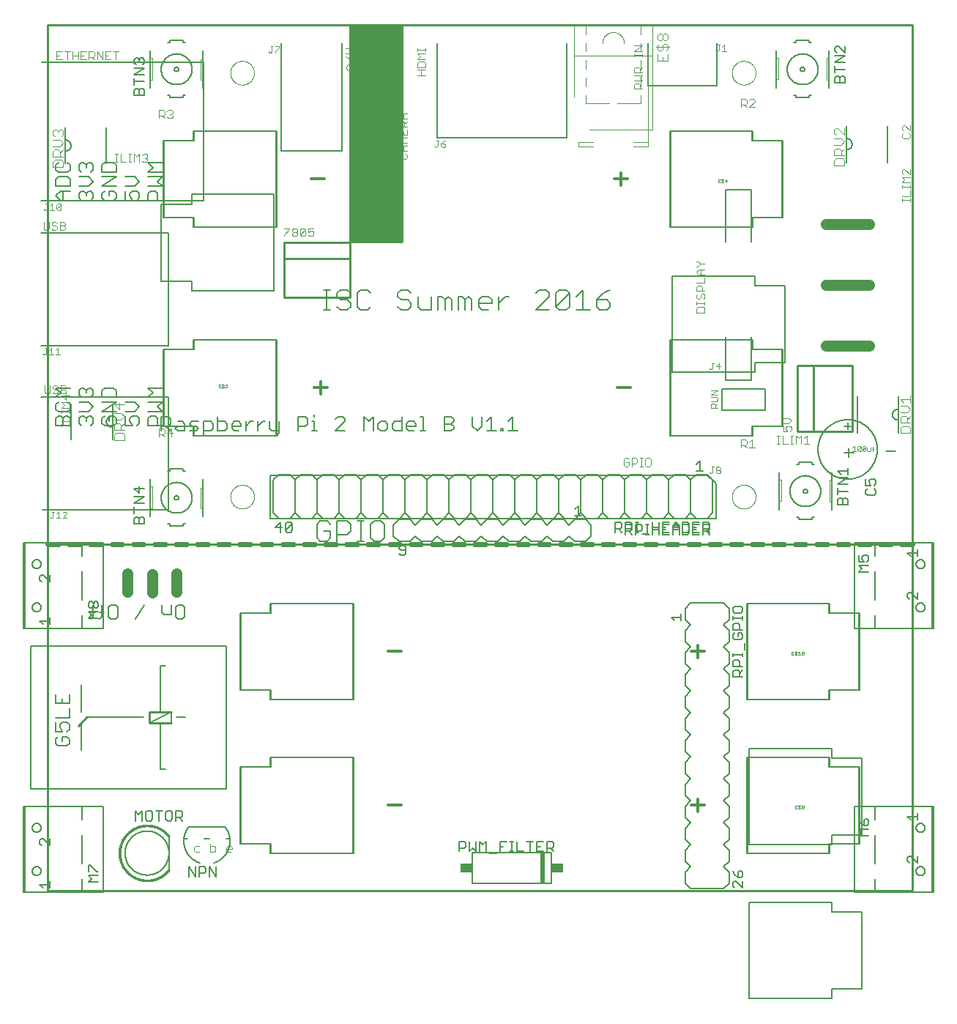
<source format=gto>
G75*
%MOIN*%
%OFA0B0*%
%FSLAX25Y25*%
%IPPOS*%
%LPD*%
%AMOC8*
5,1,8,0,0,1.08239X$1,22.5*
%
%ADD10C,0.01000*%
%ADD11C,0.05000*%
%ADD12C,0.00600*%
%ADD13C,0.00200*%
%ADD14R,0.23622X0.98425*%
%ADD15C,0.00800*%
%ADD16C,0.02400*%
%ADD17C,0.00300*%
%ADD18C,0.00500*%
%ADD19C,0.00000*%
%ADD20C,0.01200*%
%ADD21C,0.00100*%
%ADD22C,0.00400*%
%ADD23C,0.00394*%
%ADD24C,0.00700*%
%ADD25R,0.02000X0.14000*%
%ADD26R,0.05400X0.04200*%
D10*
X0013061Y0050702D02*
X0013061Y0208182D01*
X0406762Y0208182D01*
X0406762Y0444402D01*
X0174478Y0444402D01*
X0150856Y0444402D01*
X0150856Y0345977D01*
X0174478Y0345977D01*
X0174478Y0444402D01*
X0150856Y0444402D02*
X0013061Y0444402D01*
X0013061Y0208182D01*
X0059262Y0131902D02*
X0064262Y0131902D01*
X0069262Y0131902D01*
X0069262Y0126902D02*
X0064262Y0126902D01*
X0059262Y0126902D01*
X0059262Y0131902D01*
X0030762Y0129402D02*
X0028262Y0126902D01*
X0026962Y0125702D01*
X0013061Y0050702D02*
X0406762Y0050702D01*
X0406762Y0208182D01*
X0379262Y0259402D02*
X0361762Y0259402D01*
X0361762Y0289402D01*
X0379262Y0289402D01*
X0379262Y0259402D01*
X0361762Y0259402D02*
X0354262Y0259402D01*
X0354262Y0289402D01*
X0361762Y0289402D01*
X0150561Y0320702D02*
X0120561Y0320702D01*
X0120561Y0338202D01*
X0150561Y0338202D01*
X0150561Y0320702D01*
X0150561Y0338202D02*
X0150561Y0345702D01*
X0120561Y0345702D01*
X0120561Y0338202D01*
D11*
X0071561Y0194952D02*
X0071561Y0186452D01*
X0060561Y0186202D02*
X0060561Y0194702D01*
X0049311Y0194952D02*
X0049311Y0186452D01*
X0367392Y0298733D02*
X0387077Y0298733D01*
X0387077Y0326292D02*
X0367392Y0326292D01*
X0367392Y0353851D02*
X0387077Y0353851D01*
D12*
X0002860Y0049761D02*
X0002061Y0049761D01*
X0002061Y0089060D01*
X0002860Y0089060D01*
X0028860Y0089060D01*
X0038262Y0089060D01*
X0038262Y0049761D01*
X0028860Y0049761D01*
X0002860Y0049761D01*
X0002860Y0089060D01*
X0005262Y0096902D02*
X0005262Y0161902D01*
X0094262Y0161902D01*
X0094262Y0096902D01*
X0005262Y0096902D01*
X0006062Y0079260D02*
X0006064Y0079349D01*
X0006070Y0079438D01*
X0006080Y0079527D01*
X0006094Y0079615D01*
X0006111Y0079702D01*
X0006133Y0079788D01*
X0006159Y0079874D01*
X0006188Y0079958D01*
X0006221Y0080041D01*
X0006257Y0080122D01*
X0006298Y0080202D01*
X0006341Y0080279D01*
X0006388Y0080355D01*
X0006439Y0080428D01*
X0006492Y0080499D01*
X0006549Y0080568D01*
X0006609Y0080634D01*
X0006672Y0080698D01*
X0006737Y0080758D01*
X0006805Y0080816D01*
X0006876Y0080870D01*
X0006949Y0080921D01*
X0007024Y0080969D01*
X0007101Y0081014D01*
X0007180Y0081055D01*
X0007261Y0081092D01*
X0007343Y0081126D01*
X0007427Y0081157D01*
X0007512Y0081183D01*
X0007598Y0081206D01*
X0007685Y0081224D01*
X0007773Y0081239D01*
X0007862Y0081250D01*
X0007951Y0081257D01*
X0008040Y0081260D01*
X0008129Y0081259D01*
X0008218Y0081254D01*
X0008306Y0081245D01*
X0008395Y0081232D01*
X0008482Y0081215D01*
X0008569Y0081195D01*
X0008655Y0081170D01*
X0008739Y0081142D01*
X0008822Y0081110D01*
X0008904Y0081074D01*
X0008984Y0081035D01*
X0009062Y0080992D01*
X0009138Y0080946D01*
X0009212Y0080896D01*
X0009284Y0080843D01*
X0009353Y0080787D01*
X0009420Y0080728D01*
X0009484Y0080666D01*
X0009545Y0080602D01*
X0009604Y0080534D01*
X0009659Y0080464D01*
X0009711Y0080392D01*
X0009760Y0080317D01*
X0009805Y0080241D01*
X0009847Y0080162D01*
X0009885Y0080082D01*
X0009920Y0080000D01*
X0009951Y0079916D01*
X0009979Y0079831D01*
X0010002Y0079745D01*
X0010022Y0079658D01*
X0010038Y0079571D01*
X0010050Y0079482D01*
X0010058Y0079394D01*
X0010062Y0079305D01*
X0010062Y0079215D01*
X0010058Y0079126D01*
X0010050Y0079038D01*
X0010038Y0078949D01*
X0010022Y0078862D01*
X0010002Y0078775D01*
X0009979Y0078689D01*
X0009951Y0078604D01*
X0009920Y0078520D01*
X0009885Y0078438D01*
X0009847Y0078358D01*
X0009805Y0078279D01*
X0009760Y0078203D01*
X0009711Y0078128D01*
X0009659Y0078056D01*
X0009604Y0077986D01*
X0009545Y0077918D01*
X0009484Y0077854D01*
X0009420Y0077792D01*
X0009353Y0077733D01*
X0009284Y0077677D01*
X0009212Y0077624D01*
X0009138Y0077574D01*
X0009062Y0077528D01*
X0008984Y0077485D01*
X0008904Y0077446D01*
X0008822Y0077410D01*
X0008739Y0077378D01*
X0008655Y0077350D01*
X0008569Y0077325D01*
X0008482Y0077305D01*
X0008395Y0077288D01*
X0008306Y0077275D01*
X0008218Y0077266D01*
X0008129Y0077261D01*
X0008040Y0077260D01*
X0007951Y0077263D01*
X0007862Y0077270D01*
X0007773Y0077281D01*
X0007685Y0077296D01*
X0007598Y0077314D01*
X0007512Y0077337D01*
X0007427Y0077363D01*
X0007343Y0077394D01*
X0007261Y0077428D01*
X0007180Y0077465D01*
X0007101Y0077506D01*
X0007024Y0077551D01*
X0006949Y0077599D01*
X0006876Y0077650D01*
X0006805Y0077704D01*
X0006737Y0077762D01*
X0006672Y0077822D01*
X0006609Y0077886D01*
X0006549Y0077952D01*
X0006492Y0078021D01*
X0006439Y0078092D01*
X0006388Y0078165D01*
X0006341Y0078241D01*
X0006298Y0078318D01*
X0006257Y0078398D01*
X0006221Y0078479D01*
X0006188Y0078562D01*
X0006159Y0078646D01*
X0006133Y0078732D01*
X0006111Y0078818D01*
X0006094Y0078905D01*
X0006080Y0078993D01*
X0006070Y0079082D01*
X0006064Y0079171D01*
X0006062Y0079260D01*
X0006062Y0059560D02*
X0006064Y0059649D01*
X0006070Y0059738D01*
X0006080Y0059827D01*
X0006094Y0059915D01*
X0006111Y0060002D01*
X0006133Y0060088D01*
X0006159Y0060174D01*
X0006188Y0060258D01*
X0006221Y0060341D01*
X0006257Y0060422D01*
X0006298Y0060502D01*
X0006341Y0060579D01*
X0006388Y0060655D01*
X0006439Y0060728D01*
X0006492Y0060799D01*
X0006549Y0060868D01*
X0006609Y0060934D01*
X0006672Y0060998D01*
X0006737Y0061058D01*
X0006805Y0061116D01*
X0006876Y0061170D01*
X0006949Y0061221D01*
X0007024Y0061269D01*
X0007101Y0061314D01*
X0007180Y0061355D01*
X0007261Y0061392D01*
X0007343Y0061426D01*
X0007427Y0061457D01*
X0007512Y0061483D01*
X0007598Y0061506D01*
X0007685Y0061524D01*
X0007773Y0061539D01*
X0007862Y0061550D01*
X0007951Y0061557D01*
X0008040Y0061560D01*
X0008129Y0061559D01*
X0008218Y0061554D01*
X0008306Y0061545D01*
X0008395Y0061532D01*
X0008482Y0061515D01*
X0008569Y0061495D01*
X0008655Y0061470D01*
X0008739Y0061442D01*
X0008822Y0061410D01*
X0008904Y0061374D01*
X0008984Y0061335D01*
X0009062Y0061292D01*
X0009138Y0061246D01*
X0009212Y0061196D01*
X0009284Y0061143D01*
X0009353Y0061087D01*
X0009420Y0061028D01*
X0009484Y0060966D01*
X0009545Y0060902D01*
X0009604Y0060834D01*
X0009659Y0060764D01*
X0009711Y0060692D01*
X0009760Y0060617D01*
X0009805Y0060541D01*
X0009847Y0060462D01*
X0009885Y0060382D01*
X0009920Y0060300D01*
X0009951Y0060216D01*
X0009979Y0060131D01*
X0010002Y0060045D01*
X0010022Y0059958D01*
X0010038Y0059871D01*
X0010050Y0059782D01*
X0010058Y0059694D01*
X0010062Y0059605D01*
X0010062Y0059515D01*
X0010058Y0059426D01*
X0010050Y0059338D01*
X0010038Y0059249D01*
X0010022Y0059162D01*
X0010002Y0059075D01*
X0009979Y0058989D01*
X0009951Y0058904D01*
X0009920Y0058820D01*
X0009885Y0058738D01*
X0009847Y0058658D01*
X0009805Y0058579D01*
X0009760Y0058503D01*
X0009711Y0058428D01*
X0009659Y0058356D01*
X0009604Y0058286D01*
X0009545Y0058218D01*
X0009484Y0058154D01*
X0009420Y0058092D01*
X0009353Y0058033D01*
X0009284Y0057977D01*
X0009212Y0057924D01*
X0009138Y0057874D01*
X0009062Y0057828D01*
X0008984Y0057785D01*
X0008904Y0057746D01*
X0008822Y0057710D01*
X0008739Y0057678D01*
X0008655Y0057650D01*
X0008569Y0057625D01*
X0008482Y0057605D01*
X0008395Y0057588D01*
X0008306Y0057575D01*
X0008218Y0057566D01*
X0008129Y0057561D01*
X0008040Y0057560D01*
X0007951Y0057563D01*
X0007862Y0057570D01*
X0007773Y0057581D01*
X0007685Y0057596D01*
X0007598Y0057614D01*
X0007512Y0057637D01*
X0007427Y0057663D01*
X0007343Y0057694D01*
X0007261Y0057728D01*
X0007180Y0057765D01*
X0007101Y0057806D01*
X0007024Y0057851D01*
X0006949Y0057899D01*
X0006876Y0057950D01*
X0006805Y0058004D01*
X0006737Y0058062D01*
X0006672Y0058122D01*
X0006609Y0058186D01*
X0006549Y0058252D01*
X0006492Y0058321D01*
X0006439Y0058392D01*
X0006388Y0058465D01*
X0006341Y0058541D01*
X0006298Y0058618D01*
X0006257Y0058698D01*
X0006221Y0058779D01*
X0006188Y0058862D01*
X0006159Y0058946D01*
X0006133Y0059032D01*
X0006111Y0059118D01*
X0006094Y0059205D01*
X0006080Y0059293D01*
X0006070Y0059382D01*
X0006064Y0059471D01*
X0006062Y0059560D01*
X0028860Y0063060D02*
X0028860Y0075761D01*
X0028860Y0082761D02*
X0028860Y0089060D01*
X0028262Y0114702D02*
X0028262Y0126902D01*
X0030762Y0129402D02*
X0056762Y0129402D01*
X0059262Y0126902D02*
X0069262Y0131902D01*
X0069262Y0126902D01*
X0071762Y0129402D02*
X0075762Y0129402D01*
X0064262Y0126902D02*
X0064262Y0105902D01*
X0066762Y0105902D01*
X0064262Y0131902D02*
X0064262Y0152902D01*
X0066762Y0152902D01*
X0038262Y0169761D02*
X0028860Y0169761D01*
X0002860Y0169761D01*
X0002061Y0169761D01*
X0002061Y0209060D01*
X0002860Y0209060D01*
X0028860Y0209060D01*
X0038262Y0209060D01*
X0038262Y0169761D01*
X0028860Y0169761D02*
X0028860Y0176060D01*
X0028860Y0183060D02*
X0028860Y0195761D01*
X0028860Y0202761D02*
X0028860Y0209060D01*
X0006062Y0199260D02*
X0006064Y0199349D01*
X0006070Y0199438D01*
X0006080Y0199527D01*
X0006094Y0199615D01*
X0006111Y0199702D01*
X0006133Y0199788D01*
X0006159Y0199874D01*
X0006188Y0199958D01*
X0006221Y0200041D01*
X0006257Y0200122D01*
X0006298Y0200202D01*
X0006341Y0200279D01*
X0006388Y0200355D01*
X0006439Y0200428D01*
X0006492Y0200499D01*
X0006549Y0200568D01*
X0006609Y0200634D01*
X0006672Y0200698D01*
X0006737Y0200758D01*
X0006805Y0200816D01*
X0006876Y0200870D01*
X0006949Y0200921D01*
X0007024Y0200969D01*
X0007101Y0201014D01*
X0007180Y0201055D01*
X0007261Y0201092D01*
X0007343Y0201126D01*
X0007427Y0201157D01*
X0007512Y0201183D01*
X0007598Y0201206D01*
X0007685Y0201224D01*
X0007773Y0201239D01*
X0007862Y0201250D01*
X0007951Y0201257D01*
X0008040Y0201260D01*
X0008129Y0201259D01*
X0008218Y0201254D01*
X0008306Y0201245D01*
X0008395Y0201232D01*
X0008482Y0201215D01*
X0008569Y0201195D01*
X0008655Y0201170D01*
X0008739Y0201142D01*
X0008822Y0201110D01*
X0008904Y0201074D01*
X0008984Y0201035D01*
X0009062Y0200992D01*
X0009138Y0200946D01*
X0009212Y0200896D01*
X0009284Y0200843D01*
X0009353Y0200787D01*
X0009420Y0200728D01*
X0009484Y0200666D01*
X0009545Y0200602D01*
X0009604Y0200534D01*
X0009659Y0200464D01*
X0009711Y0200392D01*
X0009760Y0200317D01*
X0009805Y0200241D01*
X0009847Y0200162D01*
X0009885Y0200082D01*
X0009920Y0200000D01*
X0009951Y0199916D01*
X0009979Y0199831D01*
X0010002Y0199745D01*
X0010022Y0199658D01*
X0010038Y0199571D01*
X0010050Y0199482D01*
X0010058Y0199394D01*
X0010062Y0199305D01*
X0010062Y0199215D01*
X0010058Y0199126D01*
X0010050Y0199038D01*
X0010038Y0198949D01*
X0010022Y0198862D01*
X0010002Y0198775D01*
X0009979Y0198689D01*
X0009951Y0198604D01*
X0009920Y0198520D01*
X0009885Y0198438D01*
X0009847Y0198358D01*
X0009805Y0198279D01*
X0009760Y0198203D01*
X0009711Y0198128D01*
X0009659Y0198056D01*
X0009604Y0197986D01*
X0009545Y0197918D01*
X0009484Y0197854D01*
X0009420Y0197792D01*
X0009353Y0197733D01*
X0009284Y0197677D01*
X0009212Y0197624D01*
X0009138Y0197574D01*
X0009062Y0197528D01*
X0008984Y0197485D01*
X0008904Y0197446D01*
X0008822Y0197410D01*
X0008739Y0197378D01*
X0008655Y0197350D01*
X0008569Y0197325D01*
X0008482Y0197305D01*
X0008395Y0197288D01*
X0008306Y0197275D01*
X0008218Y0197266D01*
X0008129Y0197261D01*
X0008040Y0197260D01*
X0007951Y0197263D01*
X0007862Y0197270D01*
X0007773Y0197281D01*
X0007685Y0197296D01*
X0007598Y0197314D01*
X0007512Y0197337D01*
X0007427Y0197363D01*
X0007343Y0197394D01*
X0007261Y0197428D01*
X0007180Y0197465D01*
X0007101Y0197506D01*
X0007024Y0197551D01*
X0006949Y0197599D01*
X0006876Y0197650D01*
X0006805Y0197704D01*
X0006737Y0197762D01*
X0006672Y0197822D01*
X0006609Y0197886D01*
X0006549Y0197952D01*
X0006492Y0198021D01*
X0006439Y0198092D01*
X0006388Y0198165D01*
X0006341Y0198241D01*
X0006298Y0198318D01*
X0006257Y0198398D01*
X0006221Y0198479D01*
X0006188Y0198562D01*
X0006159Y0198646D01*
X0006133Y0198732D01*
X0006111Y0198818D01*
X0006094Y0198905D01*
X0006080Y0198993D01*
X0006070Y0199082D01*
X0006064Y0199171D01*
X0006062Y0199260D01*
X0002860Y0209060D02*
X0002860Y0169761D01*
X0006062Y0179560D02*
X0006064Y0179649D01*
X0006070Y0179738D01*
X0006080Y0179827D01*
X0006094Y0179915D01*
X0006111Y0180002D01*
X0006133Y0180088D01*
X0006159Y0180174D01*
X0006188Y0180258D01*
X0006221Y0180341D01*
X0006257Y0180422D01*
X0006298Y0180502D01*
X0006341Y0180579D01*
X0006388Y0180655D01*
X0006439Y0180728D01*
X0006492Y0180799D01*
X0006549Y0180868D01*
X0006609Y0180934D01*
X0006672Y0180998D01*
X0006737Y0181058D01*
X0006805Y0181116D01*
X0006876Y0181170D01*
X0006949Y0181221D01*
X0007024Y0181269D01*
X0007101Y0181314D01*
X0007180Y0181355D01*
X0007261Y0181392D01*
X0007343Y0181426D01*
X0007427Y0181457D01*
X0007512Y0181483D01*
X0007598Y0181506D01*
X0007685Y0181524D01*
X0007773Y0181539D01*
X0007862Y0181550D01*
X0007951Y0181557D01*
X0008040Y0181560D01*
X0008129Y0181559D01*
X0008218Y0181554D01*
X0008306Y0181545D01*
X0008395Y0181532D01*
X0008482Y0181515D01*
X0008569Y0181495D01*
X0008655Y0181470D01*
X0008739Y0181442D01*
X0008822Y0181410D01*
X0008904Y0181374D01*
X0008984Y0181335D01*
X0009062Y0181292D01*
X0009138Y0181246D01*
X0009212Y0181196D01*
X0009284Y0181143D01*
X0009353Y0181087D01*
X0009420Y0181028D01*
X0009484Y0180966D01*
X0009545Y0180902D01*
X0009604Y0180834D01*
X0009659Y0180764D01*
X0009711Y0180692D01*
X0009760Y0180617D01*
X0009805Y0180541D01*
X0009847Y0180462D01*
X0009885Y0180382D01*
X0009920Y0180300D01*
X0009951Y0180216D01*
X0009979Y0180131D01*
X0010002Y0180045D01*
X0010022Y0179958D01*
X0010038Y0179871D01*
X0010050Y0179782D01*
X0010058Y0179694D01*
X0010062Y0179605D01*
X0010062Y0179515D01*
X0010058Y0179426D01*
X0010050Y0179338D01*
X0010038Y0179249D01*
X0010022Y0179162D01*
X0010002Y0179075D01*
X0009979Y0178989D01*
X0009951Y0178904D01*
X0009920Y0178820D01*
X0009885Y0178738D01*
X0009847Y0178658D01*
X0009805Y0178579D01*
X0009760Y0178503D01*
X0009711Y0178428D01*
X0009659Y0178356D01*
X0009604Y0178286D01*
X0009545Y0178218D01*
X0009484Y0178154D01*
X0009420Y0178092D01*
X0009353Y0178033D01*
X0009284Y0177977D01*
X0009212Y0177924D01*
X0009138Y0177874D01*
X0009062Y0177828D01*
X0008984Y0177785D01*
X0008904Y0177746D01*
X0008822Y0177710D01*
X0008739Y0177678D01*
X0008655Y0177650D01*
X0008569Y0177625D01*
X0008482Y0177605D01*
X0008395Y0177588D01*
X0008306Y0177575D01*
X0008218Y0177566D01*
X0008129Y0177561D01*
X0008040Y0177560D01*
X0007951Y0177563D01*
X0007862Y0177570D01*
X0007773Y0177581D01*
X0007685Y0177596D01*
X0007598Y0177614D01*
X0007512Y0177637D01*
X0007427Y0177663D01*
X0007343Y0177694D01*
X0007261Y0177728D01*
X0007180Y0177765D01*
X0007101Y0177806D01*
X0007024Y0177851D01*
X0006949Y0177899D01*
X0006876Y0177950D01*
X0006805Y0178004D01*
X0006737Y0178062D01*
X0006672Y0178122D01*
X0006609Y0178186D01*
X0006549Y0178252D01*
X0006492Y0178321D01*
X0006439Y0178392D01*
X0006388Y0178465D01*
X0006341Y0178541D01*
X0006298Y0178618D01*
X0006257Y0178698D01*
X0006221Y0178779D01*
X0006188Y0178862D01*
X0006159Y0178946D01*
X0006133Y0179032D01*
X0006111Y0179118D01*
X0006094Y0179205D01*
X0006080Y0179293D01*
X0006070Y0179382D01*
X0006064Y0179471D01*
X0006062Y0179560D01*
X0028262Y0144202D02*
X0028262Y0131902D01*
X0077313Y0079702D02*
X0093809Y0079702D01*
X0094435Y0074202D02*
X0096014Y0074202D01*
X0086687Y0074202D02*
X0084435Y0074202D01*
X0077313Y0079702D02*
X0077158Y0079500D01*
X0077008Y0079295D01*
X0076862Y0079086D01*
X0076722Y0078873D01*
X0076588Y0078658D01*
X0076458Y0078438D01*
X0076334Y0078216D01*
X0076215Y0077991D01*
X0076102Y0077763D01*
X0075994Y0077533D01*
X0075892Y0077300D01*
X0075795Y0077064D01*
X0075704Y0076827D01*
X0075619Y0076587D01*
X0075540Y0076345D01*
X0075467Y0076101D01*
X0075400Y0075856D01*
X0075339Y0075609D01*
X0075283Y0075360D01*
X0075234Y0075111D01*
X0075191Y0074860D01*
X0075154Y0074608D01*
X0075123Y0074355D01*
X0075098Y0074102D01*
X0075079Y0073848D01*
X0075066Y0073594D01*
X0075060Y0073340D01*
X0075060Y0073085D01*
X0075066Y0072831D01*
X0075078Y0072577D01*
X0075096Y0072323D01*
X0075120Y0072069D01*
X0075151Y0071817D01*
X0075187Y0071565D01*
X0075230Y0071314D01*
X0075279Y0071064D01*
X0075334Y0070816D01*
X0075395Y0070569D01*
X0075461Y0070323D01*
X0075534Y0070079D01*
X0075613Y0069837D01*
X0075697Y0069597D01*
X0075787Y0069359D01*
X0075883Y0069124D01*
X0075985Y0068890D01*
X0076092Y0068659D01*
X0076205Y0068431D01*
X0076324Y0068206D01*
X0076447Y0067984D01*
X0076577Y0067764D01*
X0076711Y0067548D01*
X0076851Y0067336D01*
X0076995Y0067126D01*
X0077145Y0066921D01*
X0077300Y0066718D01*
X0077459Y0066520D01*
X0077624Y0066326D01*
X0077793Y0066136D01*
X0077966Y0065949D01*
X0078144Y0065768D01*
X0078327Y0065590D01*
X0078513Y0065417D01*
X0078704Y0065248D01*
X0078899Y0065085D01*
X0079097Y0064926D01*
X0079300Y0064771D01*
X0079506Y0064622D01*
X0079716Y0064478D01*
X0079929Y0064339D01*
X0080145Y0064205D01*
X0080365Y0064077D01*
X0080588Y0063953D01*
X0080813Y0063836D01*
X0081042Y0063723D01*
X0081273Y0063617D01*
X0081506Y0063516D01*
X0081742Y0063420D01*
X0081980Y0063331D01*
X0082221Y0063247D01*
X0082463Y0063169D01*
X0088659Y0063169D02*
X0088901Y0063247D01*
X0089142Y0063331D01*
X0089380Y0063420D01*
X0089616Y0063516D01*
X0089849Y0063617D01*
X0090080Y0063723D01*
X0090309Y0063836D01*
X0090534Y0063953D01*
X0090757Y0064077D01*
X0090977Y0064205D01*
X0091193Y0064339D01*
X0091406Y0064478D01*
X0091616Y0064622D01*
X0091822Y0064771D01*
X0092025Y0064926D01*
X0092223Y0065085D01*
X0092418Y0065248D01*
X0092609Y0065417D01*
X0092795Y0065590D01*
X0092978Y0065768D01*
X0093156Y0065949D01*
X0093329Y0066136D01*
X0093498Y0066326D01*
X0093663Y0066520D01*
X0093822Y0066718D01*
X0093977Y0066921D01*
X0094127Y0067126D01*
X0094271Y0067336D01*
X0094411Y0067548D01*
X0094545Y0067764D01*
X0094675Y0067984D01*
X0094798Y0068206D01*
X0094917Y0068431D01*
X0095030Y0068659D01*
X0095137Y0068890D01*
X0095239Y0069124D01*
X0095335Y0069359D01*
X0095425Y0069597D01*
X0095509Y0069837D01*
X0095588Y0070079D01*
X0095661Y0070323D01*
X0095727Y0070569D01*
X0095788Y0070816D01*
X0095843Y0071064D01*
X0095892Y0071314D01*
X0095935Y0071565D01*
X0095971Y0071817D01*
X0096002Y0072069D01*
X0096026Y0072323D01*
X0096044Y0072577D01*
X0096056Y0072831D01*
X0096062Y0073085D01*
X0096062Y0073340D01*
X0096056Y0073594D01*
X0096043Y0073848D01*
X0096024Y0074102D01*
X0095999Y0074355D01*
X0095968Y0074608D01*
X0095931Y0074860D01*
X0095888Y0075111D01*
X0095839Y0075360D01*
X0095783Y0075609D01*
X0095722Y0075856D01*
X0095655Y0076101D01*
X0095582Y0076345D01*
X0095503Y0076587D01*
X0095418Y0076827D01*
X0095327Y0077064D01*
X0095230Y0077300D01*
X0095128Y0077533D01*
X0095020Y0077763D01*
X0094907Y0077991D01*
X0094788Y0078216D01*
X0094664Y0078438D01*
X0094534Y0078658D01*
X0094400Y0078873D01*
X0094260Y0079086D01*
X0094114Y0079295D01*
X0093964Y0079500D01*
X0093809Y0079702D01*
X0076687Y0074202D02*
X0075108Y0074202D01*
X0048311Y0067702D02*
X0048314Y0067947D01*
X0048323Y0068193D01*
X0048338Y0068438D01*
X0048359Y0068682D01*
X0048386Y0068926D01*
X0048419Y0069169D01*
X0048458Y0069412D01*
X0048503Y0069653D01*
X0048554Y0069893D01*
X0048611Y0070132D01*
X0048673Y0070369D01*
X0048742Y0070605D01*
X0048816Y0070839D01*
X0048896Y0071071D01*
X0048981Y0071301D01*
X0049072Y0071529D01*
X0049169Y0071754D01*
X0049271Y0071978D01*
X0049379Y0072198D01*
X0049492Y0072416D01*
X0049610Y0072631D01*
X0049734Y0072843D01*
X0049862Y0073052D01*
X0049996Y0073258D01*
X0050135Y0073460D01*
X0050279Y0073659D01*
X0050428Y0073854D01*
X0050581Y0074046D01*
X0050739Y0074234D01*
X0050901Y0074418D01*
X0051069Y0074597D01*
X0051240Y0074773D01*
X0051416Y0074944D01*
X0051595Y0075112D01*
X0051779Y0075274D01*
X0051967Y0075432D01*
X0052159Y0075585D01*
X0052354Y0075734D01*
X0052553Y0075878D01*
X0052755Y0076017D01*
X0052961Y0076151D01*
X0053170Y0076279D01*
X0053382Y0076403D01*
X0053597Y0076521D01*
X0053815Y0076634D01*
X0054035Y0076742D01*
X0054259Y0076844D01*
X0054484Y0076941D01*
X0054712Y0077032D01*
X0054942Y0077117D01*
X0055174Y0077197D01*
X0055408Y0077271D01*
X0055644Y0077340D01*
X0055881Y0077402D01*
X0056120Y0077459D01*
X0056360Y0077510D01*
X0056601Y0077555D01*
X0056844Y0077594D01*
X0057087Y0077627D01*
X0057331Y0077654D01*
X0057575Y0077675D01*
X0057820Y0077690D01*
X0058066Y0077699D01*
X0058311Y0077702D01*
X0058556Y0077699D01*
X0058802Y0077690D01*
X0059047Y0077675D01*
X0059291Y0077654D01*
X0059535Y0077627D01*
X0059778Y0077594D01*
X0060021Y0077555D01*
X0060262Y0077510D01*
X0060502Y0077459D01*
X0060741Y0077402D01*
X0060978Y0077340D01*
X0061214Y0077271D01*
X0061448Y0077197D01*
X0061680Y0077117D01*
X0061910Y0077032D01*
X0062138Y0076941D01*
X0062363Y0076844D01*
X0062587Y0076742D01*
X0062807Y0076634D01*
X0063025Y0076521D01*
X0063240Y0076403D01*
X0063452Y0076279D01*
X0063661Y0076151D01*
X0063867Y0076017D01*
X0064069Y0075878D01*
X0064268Y0075734D01*
X0064463Y0075585D01*
X0064655Y0075432D01*
X0064843Y0075274D01*
X0065027Y0075112D01*
X0065206Y0074944D01*
X0065382Y0074773D01*
X0065553Y0074597D01*
X0065721Y0074418D01*
X0065883Y0074234D01*
X0066041Y0074046D01*
X0066194Y0073854D01*
X0066343Y0073659D01*
X0066487Y0073460D01*
X0066626Y0073258D01*
X0066760Y0073052D01*
X0066888Y0072843D01*
X0067012Y0072631D01*
X0067130Y0072416D01*
X0067243Y0072198D01*
X0067351Y0071978D01*
X0067453Y0071754D01*
X0067550Y0071529D01*
X0067641Y0071301D01*
X0067726Y0071071D01*
X0067806Y0070839D01*
X0067880Y0070605D01*
X0067949Y0070369D01*
X0068011Y0070132D01*
X0068068Y0069893D01*
X0068119Y0069653D01*
X0068164Y0069412D01*
X0068203Y0069169D01*
X0068236Y0068926D01*
X0068263Y0068682D01*
X0068284Y0068438D01*
X0068299Y0068193D01*
X0068308Y0067947D01*
X0068311Y0067702D01*
X0068308Y0067457D01*
X0068299Y0067211D01*
X0068284Y0066966D01*
X0068263Y0066722D01*
X0068236Y0066478D01*
X0068203Y0066235D01*
X0068164Y0065992D01*
X0068119Y0065751D01*
X0068068Y0065511D01*
X0068011Y0065272D01*
X0067949Y0065035D01*
X0067880Y0064799D01*
X0067806Y0064565D01*
X0067726Y0064333D01*
X0067641Y0064103D01*
X0067550Y0063875D01*
X0067453Y0063650D01*
X0067351Y0063426D01*
X0067243Y0063206D01*
X0067130Y0062988D01*
X0067012Y0062773D01*
X0066888Y0062561D01*
X0066760Y0062352D01*
X0066626Y0062146D01*
X0066487Y0061944D01*
X0066343Y0061745D01*
X0066194Y0061550D01*
X0066041Y0061358D01*
X0065883Y0061170D01*
X0065721Y0060986D01*
X0065553Y0060807D01*
X0065382Y0060631D01*
X0065206Y0060460D01*
X0065027Y0060292D01*
X0064843Y0060130D01*
X0064655Y0059972D01*
X0064463Y0059819D01*
X0064268Y0059670D01*
X0064069Y0059526D01*
X0063867Y0059387D01*
X0063661Y0059253D01*
X0063452Y0059125D01*
X0063240Y0059001D01*
X0063025Y0058883D01*
X0062807Y0058770D01*
X0062587Y0058662D01*
X0062363Y0058560D01*
X0062138Y0058463D01*
X0061910Y0058372D01*
X0061680Y0058287D01*
X0061448Y0058207D01*
X0061214Y0058133D01*
X0060978Y0058064D01*
X0060741Y0058002D01*
X0060502Y0057945D01*
X0060262Y0057894D01*
X0060021Y0057849D01*
X0059778Y0057810D01*
X0059535Y0057777D01*
X0059291Y0057750D01*
X0059047Y0057729D01*
X0058802Y0057714D01*
X0058556Y0057705D01*
X0058311Y0057702D01*
X0058066Y0057705D01*
X0057820Y0057714D01*
X0057575Y0057729D01*
X0057331Y0057750D01*
X0057087Y0057777D01*
X0056844Y0057810D01*
X0056601Y0057849D01*
X0056360Y0057894D01*
X0056120Y0057945D01*
X0055881Y0058002D01*
X0055644Y0058064D01*
X0055408Y0058133D01*
X0055174Y0058207D01*
X0054942Y0058287D01*
X0054712Y0058372D01*
X0054484Y0058463D01*
X0054259Y0058560D01*
X0054035Y0058662D01*
X0053815Y0058770D01*
X0053597Y0058883D01*
X0053382Y0059001D01*
X0053170Y0059125D01*
X0052961Y0059253D01*
X0052755Y0059387D01*
X0052553Y0059526D01*
X0052354Y0059670D01*
X0052159Y0059819D01*
X0051967Y0059972D01*
X0051779Y0060130D01*
X0051595Y0060292D01*
X0051416Y0060460D01*
X0051240Y0060631D01*
X0051069Y0060807D01*
X0050901Y0060986D01*
X0050739Y0061170D01*
X0050581Y0061358D01*
X0050428Y0061550D01*
X0050279Y0061745D01*
X0050135Y0061944D01*
X0049996Y0062146D01*
X0049862Y0062352D01*
X0049734Y0062561D01*
X0049610Y0062773D01*
X0049492Y0062988D01*
X0049379Y0063206D01*
X0049271Y0063426D01*
X0049169Y0063650D01*
X0049072Y0063875D01*
X0048981Y0064103D01*
X0048896Y0064333D01*
X0048816Y0064565D01*
X0048742Y0064799D01*
X0048673Y0065035D01*
X0048611Y0065272D01*
X0048554Y0065511D01*
X0048503Y0065751D01*
X0048458Y0065992D01*
X0048419Y0066235D01*
X0048386Y0066478D01*
X0048359Y0066722D01*
X0048338Y0066966D01*
X0048323Y0067211D01*
X0048314Y0067457D01*
X0048311Y0067702D01*
X0028860Y0056060D02*
X0028860Y0049761D01*
X0173012Y0209402D02*
X0170512Y0211902D01*
X0170512Y0216902D01*
X0173012Y0219402D01*
X0178012Y0219402D01*
X0180512Y0216902D01*
X0183012Y0219402D01*
X0188012Y0219402D01*
X0190512Y0216902D01*
X0193012Y0219402D01*
X0198012Y0219402D01*
X0200512Y0216902D01*
X0203012Y0219402D01*
X0208012Y0219402D01*
X0210512Y0216902D01*
X0213012Y0219402D01*
X0218012Y0219402D01*
X0220512Y0216902D01*
X0223012Y0219402D01*
X0228012Y0219402D01*
X0230512Y0216902D01*
X0233012Y0219402D01*
X0238012Y0219402D01*
X0240512Y0216902D01*
X0243012Y0219402D01*
X0248012Y0219402D01*
X0250512Y0216902D01*
X0253012Y0219402D01*
X0258012Y0219402D01*
X0260512Y0216902D01*
X0260512Y0211902D01*
X0258012Y0209402D01*
X0253012Y0209402D01*
X0250512Y0211902D01*
X0248012Y0209402D01*
X0243012Y0209402D01*
X0240512Y0211902D01*
X0238012Y0209402D01*
X0233012Y0209402D01*
X0230512Y0211902D01*
X0228012Y0209402D01*
X0223012Y0209402D01*
X0220512Y0211902D01*
X0218012Y0209402D01*
X0213012Y0209402D01*
X0210512Y0211902D01*
X0208012Y0209402D01*
X0203012Y0209402D01*
X0200512Y0211902D01*
X0198012Y0209402D01*
X0193012Y0209402D01*
X0190512Y0211902D01*
X0188012Y0209402D01*
X0183012Y0209402D01*
X0180512Y0211902D01*
X0178012Y0209402D01*
X0173012Y0209402D01*
X0173262Y0219902D02*
X0168262Y0219902D01*
X0165762Y0222402D01*
X0163262Y0219902D01*
X0158262Y0219902D01*
X0155762Y0222402D01*
X0153262Y0219902D01*
X0148262Y0219902D01*
X0145762Y0222402D01*
X0143262Y0219902D01*
X0138262Y0219902D01*
X0135762Y0222402D01*
X0133262Y0219902D01*
X0128262Y0219902D01*
X0125762Y0222402D01*
X0123262Y0219902D01*
X0118262Y0219902D01*
X0115762Y0222402D01*
X0115762Y0237402D01*
X0118262Y0239902D01*
X0123262Y0239902D01*
X0125762Y0237402D01*
X0128262Y0239902D01*
X0133262Y0239902D01*
X0135762Y0237402D01*
X0138262Y0239902D01*
X0143262Y0239902D01*
X0145762Y0237402D01*
X0148262Y0239902D01*
X0153262Y0239902D01*
X0155762Y0237402D01*
X0158262Y0239902D01*
X0163262Y0239902D01*
X0165762Y0237402D01*
X0168262Y0239902D01*
X0173262Y0239902D01*
X0175762Y0237402D01*
X0178262Y0239902D01*
X0183262Y0239902D01*
X0185762Y0237402D01*
X0188262Y0239902D01*
X0193262Y0239902D01*
X0195762Y0237402D01*
X0198262Y0239902D01*
X0203262Y0239902D01*
X0205762Y0237402D01*
X0208262Y0239902D01*
X0213262Y0239902D01*
X0215762Y0237402D01*
X0218262Y0239902D01*
X0223262Y0239902D01*
X0225762Y0237402D01*
X0228262Y0239902D01*
X0233262Y0239902D01*
X0235762Y0237402D01*
X0238262Y0239902D01*
X0243262Y0239902D01*
X0245762Y0237402D01*
X0248262Y0239902D01*
X0253262Y0239902D01*
X0255762Y0237402D01*
X0258262Y0239902D01*
X0263262Y0239902D01*
X0265762Y0237402D01*
X0268262Y0239902D01*
X0273262Y0239902D01*
X0275762Y0237402D01*
X0278262Y0239902D01*
X0283262Y0239902D01*
X0285762Y0237402D01*
X0288262Y0239902D01*
X0293262Y0239902D01*
X0295762Y0237402D01*
X0298262Y0239902D01*
X0303262Y0239902D01*
X0305762Y0237402D01*
X0308262Y0239902D01*
X0313262Y0239902D01*
X0315762Y0237402D01*
X0315762Y0222402D01*
X0313262Y0219902D01*
X0308262Y0219902D01*
X0305762Y0222402D01*
X0303262Y0219902D01*
X0298262Y0219902D01*
X0295762Y0222402D01*
X0293262Y0219902D01*
X0288262Y0219902D01*
X0285762Y0222402D01*
X0283262Y0219902D01*
X0278262Y0219902D01*
X0275762Y0222402D01*
X0273262Y0219902D01*
X0268262Y0219902D01*
X0265762Y0222402D01*
X0263262Y0219902D01*
X0258262Y0219902D01*
X0255762Y0222402D01*
X0253262Y0219902D01*
X0248262Y0219902D01*
X0245762Y0222402D01*
X0243262Y0219902D01*
X0238262Y0219902D01*
X0235762Y0222402D01*
X0233262Y0219902D01*
X0228262Y0219902D01*
X0225762Y0222402D01*
X0223262Y0219902D01*
X0218262Y0219902D01*
X0215762Y0222402D01*
X0213262Y0219902D01*
X0208262Y0219902D01*
X0205762Y0222402D01*
X0203262Y0219902D01*
X0198262Y0219902D01*
X0195762Y0222402D01*
X0193262Y0219902D01*
X0188262Y0219902D01*
X0185762Y0222402D01*
X0183262Y0219902D01*
X0178262Y0219902D01*
X0175762Y0222402D01*
X0173262Y0219902D01*
X0168262Y0219902D01*
X0165762Y0222402D01*
X0165762Y0237402D01*
X0168262Y0239902D01*
X0173262Y0239902D01*
X0175762Y0237402D01*
X0175762Y0222402D01*
X0173262Y0219902D01*
X0175762Y0222402D02*
X0178262Y0219902D01*
X0183262Y0219902D01*
X0185762Y0222402D01*
X0185762Y0237402D01*
X0188262Y0239902D01*
X0193262Y0239902D01*
X0195762Y0237402D01*
X0195762Y0222402D01*
X0193262Y0219902D01*
X0188262Y0219902D01*
X0185762Y0222402D01*
X0195762Y0222402D02*
X0198262Y0219902D01*
X0203262Y0219902D01*
X0205762Y0222402D01*
X0205762Y0237402D01*
X0208262Y0239902D01*
X0213262Y0239902D01*
X0215762Y0237402D01*
X0215762Y0222402D01*
X0213262Y0219902D01*
X0208262Y0219902D01*
X0205762Y0222402D01*
X0215762Y0222402D02*
X0218262Y0219902D01*
X0223262Y0219902D01*
X0225762Y0222402D01*
X0225762Y0237402D01*
X0228262Y0239902D01*
X0233262Y0239902D01*
X0235762Y0237402D01*
X0235762Y0222402D01*
X0233262Y0219902D01*
X0228262Y0219902D01*
X0225762Y0222402D01*
X0235762Y0222402D02*
X0238262Y0219902D01*
X0243262Y0219902D01*
X0245762Y0222402D01*
X0245762Y0237402D01*
X0248262Y0239902D01*
X0253262Y0239902D01*
X0255762Y0237402D01*
X0255762Y0222402D01*
X0253262Y0219902D01*
X0248262Y0219902D01*
X0245762Y0222402D01*
X0255762Y0222402D02*
X0258262Y0219902D01*
X0263262Y0219902D01*
X0265762Y0222402D01*
X0265762Y0237402D01*
X0263262Y0239902D01*
X0258262Y0239902D01*
X0255762Y0237402D01*
X0265762Y0237402D02*
X0268262Y0239902D01*
X0273262Y0239902D01*
X0275762Y0237402D01*
X0275762Y0222402D01*
X0273262Y0219902D01*
X0268262Y0219902D01*
X0265762Y0222402D01*
X0275762Y0222402D02*
X0278262Y0219902D01*
X0283262Y0219902D01*
X0285762Y0222402D01*
X0285762Y0237402D01*
X0283262Y0239902D01*
X0278262Y0239902D01*
X0275762Y0237402D01*
X0285762Y0237402D02*
X0288262Y0239902D01*
X0293262Y0239902D01*
X0295762Y0237402D01*
X0295762Y0222402D01*
X0293262Y0219902D01*
X0288262Y0219902D01*
X0285762Y0222402D01*
X0295762Y0222402D02*
X0298262Y0219902D01*
X0303262Y0219902D01*
X0305762Y0222402D01*
X0305762Y0237402D01*
X0303262Y0239902D01*
X0298262Y0239902D01*
X0295762Y0237402D01*
X0305762Y0237402D02*
X0308262Y0239902D01*
X0313262Y0239902D01*
X0315762Y0237402D01*
X0315762Y0222402D01*
X0313262Y0219902D01*
X0308262Y0219902D01*
X0305762Y0222402D01*
X0346012Y0223902D02*
X0346012Y0227902D01*
X0346012Y0237402D01*
X0346012Y0240902D01*
X0354012Y0244402D02*
X0355012Y0244402D01*
X0355012Y0245402D01*
X0361012Y0245402D01*
X0361012Y0244402D01*
X0362012Y0244402D01*
X0370012Y0240902D02*
X0370012Y0237402D01*
X0370012Y0227402D01*
X0370012Y0223902D01*
X0362012Y0220402D02*
X0361012Y0220402D01*
X0361012Y0219402D01*
X0355012Y0219402D01*
X0355012Y0220402D01*
X0354012Y0220402D01*
X0357012Y0232402D02*
X0357014Y0232465D01*
X0357020Y0232527D01*
X0357030Y0232589D01*
X0357043Y0232651D01*
X0357061Y0232711D01*
X0357082Y0232770D01*
X0357107Y0232828D01*
X0357136Y0232884D01*
X0357168Y0232938D01*
X0357203Y0232990D01*
X0357241Y0233039D01*
X0357283Y0233087D01*
X0357327Y0233131D01*
X0357375Y0233173D01*
X0357424Y0233211D01*
X0357476Y0233246D01*
X0357530Y0233278D01*
X0357586Y0233307D01*
X0357644Y0233332D01*
X0357703Y0233353D01*
X0357763Y0233371D01*
X0357825Y0233384D01*
X0357887Y0233394D01*
X0357949Y0233400D01*
X0358012Y0233402D01*
X0358075Y0233400D01*
X0358137Y0233394D01*
X0358199Y0233384D01*
X0358261Y0233371D01*
X0358321Y0233353D01*
X0358380Y0233332D01*
X0358438Y0233307D01*
X0358494Y0233278D01*
X0358548Y0233246D01*
X0358600Y0233211D01*
X0358649Y0233173D01*
X0358697Y0233131D01*
X0358741Y0233087D01*
X0358783Y0233039D01*
X0358821Y0232990D01*
X0358856Y0232938D01*
X0358888Y0232884D01*
X0358917Y0232828D01*
X0358942Y0232770D01*
X0358963Y0232711D01*
X0358981Y0232651D01*
X0358994Y0232589D01*
X0359004Y0232527D01*
X0359010Y0232465D01*
X0359012Y0232402D01*
X0359010Y0232339D01*
X0359004Y0232277D01*
X0358994Y0232215D01*
X0358981Y0232153D01*
X0358963Y0232093D01*
X0358942Y0232034D01*
X0358917Y0231976D01*
X0358888Y0231920D01*
X0358856Y0231866D01*
X0358821Y0231814D01*
X0358783Y0231765D01*
X0358741Y0231717D01*
X0358697Y0231673D01*
X0358649Y0231631D01*
X0358600Y0231593D01*
X0358548Y0231558D01*
X0358494Y0231526D01*
X0358438Y0231497D01*
X0358380Y0231472D01*
X0358321Y0231451D01*
X0358261Y0231433D01*
X0358199Y0231420D01*
X0358137Y0231410D01*
X0358075Y0231404D01*
X0358012Y0231402D01*
X0357949Y0231404D01*
X0357887Y0231410D01*
X0357825Y0231420D01*
X0357763Y0231433D01*
X0357703Y0231451D01*
X0357644Y0231472D01*
X0357586Y0231497D01*
X0357530Y0231526D01*
X0357476Y0231558D01*
X0357424Y0231593D01*
X0357375Y0231631D01*
X0357327Y0231673D01*
X0357283Y0231717D01*
X0357241Y0231765D01*
X0357203Y0231814D01*
X0357168Y0231866D01*
X0357136Y0231920D01*
X0357107Y0231976D01*
X0357082Y0232034D01*
X0357061Y0232093D01*
X0357043Y0232153D01*
X0357030Y0232215D01*
X0357020Y0232277D01*
X0357014Y0232339D01*
X0357012Y0232402D01*
X0351012Y0232402D02*
X0351014Y0232574D01*
X0351020Y0232745D01*
X0351031Y0232917D01*
X0351046Y0233088D01*
X0351065Y0233259D01*
X0351088Y0233429D01*
X0351115Y0233599D01*
X0351147Y0233768D01*
X0351182Y0233936D01*
X0351222Y0234103D01*
X0351266Y0234269D01*
X0351313Y0234434D01*
X0351365Y0234598D01*
X0351421Y0234760D01*
X0351481Y0234921D01*
X0351545Y0235081D01*
X0351613Y0235239D01*
X0351684Y0235395D01*
X0351759Y0235549D01*
X0351839Y0235702D01*
X0351921Y0235852D01*
X0352008Y0236001D01*
X0352098Y0236147D01*
X0352192Y0236291D01*
X0352289Y0236433D01*
X0352390Y0236572D01*
X0352494Y0236709D01*
X0352601Y0236843D01*
X0352712Y0236974D01*
X0352825Y0237103D01*
X0352942Y0237229D01*
X0353062Y0237352D01*
X0353185Y0237472D01*
X0353311Y0237589D01*
X0353440Y0237702D01*
X0353571Y0237813D01*
X0353705Y0237920D01*
X0353842Y0238024D01*
X0353981Y0238125D01*
X0354123Y0238222D01*
X0354267Y0238316D01*
X0354413Y0238406D01*
X0354562Y0238493D01*
X0354712Y0238575D01*
X0354865Y0238655D01*
X0355019Y0238730D01*
X0355175Y0238801D01*
X0355333Y0238869D01*
X0355493Y0238933D01*
X0355654Y0238993D01*
X0355816Y0239049D01*
X0355980Y0239101D01*
X0356145Y0239148D01*
X0356311Y0239192D01*
X0356478Y0239232D01*
X0356646Y0239267D01*
X0356815Y0239299D01*
X0356985Y0239326D01*
X0357155Y0239349D01*
X0357326Y0239368D01*
X0357497Y0239383D01*
X0357669Y0239394D01*
X0357840Y0239400D01*
X0358012Y0239402D01*
X0358184Y0239400D01*
X0358355Y0239394D01*
X0358527Y0239383D01*
X0358698Y0239368D01*
X0358869Y0239349D01*
X0359039Y0239326D01*
X0359209Y0239299D01*
X0359378Y0239267D01*
X0359546Y0239232D01*
X0359713Y0239192D01*
X0359879Y0239148D01*
X0360044Y0239101D01*
X0360208Y0239049D01*
X0360370Y0238993D01*
X0360531Y0238933D01*
X0360691Y0238869D01*
X0360849Y0238801D01*
X0361005Y0238730D01*
X0361159Y0238655D01*
X0361312Y0238575D01*
X0361462Y0238493D01*
X0361611Y0238406D01*
X0361757Y0238316D01*
X0361901Y0238222D01*
X0362043Y0238125D01*
X0362182Y0238024D01*
X0362319Y0237920D01*
X0362453Y0237813D01*
X0362584Y0237702D01*
X0362713Y0237589D01*
X0362839Y0237472D01*
X0362962Y0237352D01*
X0363082Y0237229D01*
X0363199Y0237103D01*
X0363312Y0236974D01*
X0363423Y0236843D01*
X0363530Y0236709D01*
X0363634Y0236572D01*
X0363735Y0236433D01*
X0363832Y0236291D01*
X0363926Y0236147D01*
X0364016Y0236001D01*
X0364103Y0235852D01*
X0364185Y0235702D01*
X0364265Y0235549D01*
X0364340Y0235395D01*
X0364411Y0235239D01*
X0364479Y0235081D01*
X0364543Y0234921D01*
X0364603Y0234760D01*
X0364659Y0234598D01*
X0364711Y0234434D01*
X0364758Y0234269D01*
X0364802Y0234103D01*
X0364842Y0233936D01*
X0364877Y0233768D01*
X0364909Y0233599D01*
X0364936Y0233429D01*
X0364959Y0233259D01*
X0364978Y0233088D01*
X0364993Y0232917D01*
X0365004Y0232745D01*
X0365010Y0232574D01*
X0365012Y0232402D01*
X0365010Y0232230D01*
X0365004Y0232059D01*
X0364993Y0231887D01*
X0364978Y0231716D01*
X0364959Y0231545D01*
X0364936Y0231375D01*
X0364909Y0231205D01*
X0364877Y0231036D01*
X0364842Y0230868D01*
X0364802Y0230701D01*
X0364758Y0230535D01*
X0364711Y0230370D01*
X0364659Y0230206D01*
X0364603Y0230044D01*
X0364543Y0229883D01*
X0364479Y0229723D01*
X0364411Y0229565D01*
X0364340Y0229409D01*
X0364265Y0229255D01*
X0364185Y0229102D01*
X0364103Y0228952D01*
X0364016Y0228803D01*
X0363926Y0228657D01*
X0363832Y0228513D01*
X0363735Y0228371D01*
X0363634Y0228232D01*
X0363530Y0228095D01*
X0363423Y0227961D01*
X0363312Y0227830D01*
X0363199Y0227701D01*
X0363082Y0227575D01*
X0362962Y0227452D01*
X0362839Y0227332D01*
X0362713Y0227215D01*
X0362584Y0227102D01*
X0362453Y0226991D01*
X0362319Y0226884D01*
X0362182Y0226780D01*
X0362043Y0226679D01*
X0361901Y0226582D01*
X0361757Y0226488D01*
X0361611Y0226398D01*
X0361462Y0226311D01*
X0361312Y0226229D01*
X0361159Y0226149D01*
X0361005Y0226074D01*
X0360849Y0226003D01*
X0360691Y0225935D01*
X0360531Y0225871D01*
X0360370Y0225811D01*
X0360208Y0225755D01*
X0360044Y0225703D01*
X0359879Y0225656D01*
X0359713Y0225612D01*
X0359546Y0225572D01*
X0359378Y0225537D01*
X0359209Y0225505D01*
X0359039Y0225478D01*
X0358869Y0225455D01*
X0358698Y0225436D01*
X0358527Y0225421D01*
X0358355Y0225410D01*
X0358184Y0225404D01*
X0358012Y0225402D01*
X0357840Y0225404D01*
X0357669Y0225410D01*
X0357497Y0225421D01*
X0357326Y0225436D01*
X0357155Y0225455D01*
X0356985Y0225478D01*
X0356815Y0225505D01*
X0356646Y0225537D01*
X0356478Y0225572D01*
X0356311Y0225612D01*
X0356145Y0225656D01*
X0355980Y0225703D01*
X0355816Y0225755D01*
X0355654Y0225811D01*
X0355493Y0225871D01*
X0355333Y0225935D01*
X0355175Y0226003D01*
X0355019Y0226074D01*
X0354865Y0226149D01*
X0354712Y0226229D01*
X0354562Y0226311D01*
X0354413Y0226398D01*
X0354267Y0226488D01*
X0354123Y0226582D01*
X0353981Y0226679D01*
X0353842Y0226780D01*
X0353705Y0226884D01*
X0353571Y0226991D01*
X0353440Y0227102D01*
X0353311Y0227215D01*
X0353185Y0227332D01*
X0353062Y0227452D01*
X0352942Y0227575D01*
X0352825Y0227701D01*
X0352712Y0227830D01*
X0352601Y0227961D01*
X0352494Y0228095D01*
X0352390Y0228232D01*
X0352289Y0228371D01*
X0352192Y0228513D01*
X0352098Y0228657D01*
X0352008Y0228803D01*
X0351921Y0228952D01*
X0351839Y0229102D01*
X0351759Y0229255D01*
X0351684Y0229409D01*
X0351613Y0229565D01*
X0351545Y0229723D01*
X0351481Y0229883D01*
X0351421Y0230044D01*
X0351365Y0230206D01*
X0351313Y0230370D01*
X0351266Y0230535D01*
X0351222Y0230701D01*
X0351182Y0230868D01*
X0351147Y0231036D01*
X0351115Y0231205D01*
X0351088Y0231375D01*
X0351065Y0231545D01*
X0351046Y0231716D01*
X0351031Y0231887D01*
X0351020Y0232059D01*
X0351014Y0232230D01*
X0351012Y0232402D01*
X0375616Y0249905D02*
X0379887Y0249905D01*
X0377751Y0252040D02*
X0377751Y0247770D01*
X0363762Y0251402D02*
X0363766Y0251733D01*
X0363778Y0252064D01*
X0363799Y0252395D01*
X0363827Y0252725D01*
X0363864Y0253055D01*
X0363908Y0253383D01*
X0363961Y0253710D01*
X0364021Y0254036D01*
X0364090Y0254360D01*
X0364167Y0254682D01*
X0364251Y0255003D01*
X0364343Y0255321D01*
X0364443Y0255637D01*
X0364551Y0255950D01*
X0364667Y0256261D01*
X0364790Y0256568D01*
X0364920Y0256873D01*
X0365058Y0257174D01*
X0365203Y0257472D01*
X0365356Y0257766D01*
X0365516Y0258056D01*
X0365683Y0258342D01*
X0365856Y0258624D01*
X0366037Y0258902D01*
X0366225Y0259175D01*
X0366419Y0259444D01*
X0366619Y0259708D01*
X0366826Y0259966D01*
X0367040Y0260220D01*
X0367259Y0260468D01*
X0367485Y0260711D01*
X0367716Y0260948D01*
X0367953Y0261179D01*
X0368196Y0261405D01*
X0368444Y0261624D01*
X0368698Y0261838D01*
X0368956Y0262045D01*
X0369220Y0262245D01*
X0369489Y0262439D01*
X0369762Y0262627D01*
X0370040Y0262808D01*
X0370322Y0262981D01*
X0370608Y0263148D01*
X0370898Y0263308D01*
X0371192Y0263461D01*
X0371490Y0263606D01*
X0371791Y0263744D01*
X0372096Y0263874D01*
X0372403Y0263997D01*
X0372714Y0264113D01*
X0373027Y0264221D01*
X0373343Y0264321D01*
X0373661Y0264413D01*
X0373982Y0264497D01*
X0374304Y0264574D01*
X0374628Y0264643D01*
X0374954Y0264703D01*
X0375281Y0264756D01*
X0375609Y0264800D01*
X0375939Y0264837D01*
X0376269Y0264865D01*
X0376600Y0264886D01*
X0376931Y0264898D01*
X0377262Y0264902D01*
X0377593Y0264898D01*
X0377924Y0264886D01*
X0378255Y0264865D01*
X0378585Y0264837D01*
X0378915Y0264800D01*
X0379243Y0264756D01*
X0379570Y0264703D01*
X0379896Y0264643D01*
X0380220Y0264574D01*
X0380542Y0264497D01*
X0380863Y0264413D01*
X0381181Y0264321D01*
X0381497Y0264221D01*
X0381810Y0264113D01*
X0382121Y0263997D01*
X0382428Y0263874D01*
X0382733Y0263744D01*
X0383034Y0263606D01*
X0383332Y0263461D01*
X0383626Y0263308D01*
X0383916Y0263148D01*
X0384202Y0262981D01*
X0384484Y0262808D01*
X0384762Y0262627D01*
X0385035Y0262439D01*
X0385304Y0262245D01*
X0385568Y0262045D01*
X0385826Y0261838D01*
X0386080Y0261624D01*
X0386328Y0261405D01*
X0386571Y0261179D01*
X0386808Y0260948D01*
X0387039Y0260711D01*
X0387265Y0260468D01*
X0387484Y0260220D01*
X0387698Y0259966D01*
X0387905Y0259708D01*
X0388105Y0259444D01*
X0388299Y0259175D01*
X0388487Y0258902D01*
X0388668Y0258624D01*
X0388841Y0258342D01*
X0389008Y0258056D01*
X0389168Y0257766D01*
X0389321Y0257472D01*
X0389466Y0257174D01*
X0389604Y0256873D01*
X0389734Y0256568D01*
X0389857Y0256261D01*
X0389973Y0255950D01*
X0390081Y0255637D01*
X0390181Y0255321D01*
X0390273Y0255003D01*
X0390357Y0254682D01*
X0390434Y0254360D01*
X0390503Y0254036D01*
X0390563Y0253710D01*
X0390616Y0253383D01*
X0390660Y0253055D01*
X0390697Y0252725D01*
X0390725Y0252395D01*
X0390746Y0252064D01*
X0390758Y0251733D01*
X0390762Y0251402D01*
X0390758Y0251071D01*
X0390746Y0250740D01*
X0390725Y0250409D01*
X0390697Y0250079D01*
X0390660Y0249749D01*
X0390616Y0249421D01*
X0390563Y0249094D01*
X0390503Y0248768D01*
X0390434Y0248444D01*
X0390357Y0248122D01*
X0390273Y0247801D01*
X0390181Y0247483D01*
X0390081Y0247167D01*
X0389973Y0246854D01*
X0389857Y0246543D01*
X0389734Y0246236D01*
X0389604Y0245931D01*
X0389466Y0245630D01*
X0389321Y0245332D01*
X0389168Y0245038D01*
X0389008Y0244748D01*
X0388841Y0244462D01*
X0388668Y0244180D01*
X0388487Y0243902D01*
X0388299Y0243629D01*
X0388105Y0243360D01*
X0387905Y0243096D01*
X0387698Y0242838D01*
X0387484Y0242584D01*
X0387265Y0242336D01*
X0387039Y0242093D01*
X0386808Y0241856D01*
X0386571Y0241625D01*
X0386328Y0241399D01*
X0386080Y0241180D01*
X0385826Y0240966D01*
X0385568Y0240759D01*
X0385304Y0240559D01*
X0385035Y0240365D01*
X0384762Y0240177D01*
X0384484Y0239996D01*
X0384202Y0239823D01*
X0383916Y0239656D01*
X0383626Y0239496D01*
X0383332Y0239343D01*
X0383034Y0239198D01*
X0382733Y0239060D01*
X0382428Y0238930D01*
X0382121Y0238807D01*
X0381810Y0238691D01*
X0381497Y0238583D01*
X0381181Y0238483D01*
X0380863Y0238391D01*
X0380542Y0238307D01*
X0380220Y0238230D01*
X0379896Y0238161D01*
X0379570Y0238101D01*
X0379243Y0238048D01*
X0378915Y0238004D01*
X0378585Y0237967D01*
X0378255Y0237939D01*
X0377924Y0237918D01*
X0377593Y0237906D01*
X0377262Y0237902D01*
X0376931Y0237906D01*
X0376600Y0237918D01*
X0376269Y0237939D01*
X0375939Y0237967D01*
X0375609Y0238004D01*
X0375281Y0238048D01*
X0374954Y0238101D01*
X0374628Y0238161D01*
X0374304Y0238230D01*
X0373982Y0238307D01*
X0373661Y0238391D01*
X0373343Y0238483D01*
X0373027Y0238583D01*
X0372714Y0238691D01*
X0372403Y0238807D01*
X0372096Y0238930D01*
X0371791Y0239060D01*
X0371490Y0239198D01*
X0371192Y0239343D01*
X0370898Y0239496D01*
X0370608Y0239656D01*
X0370322Y0239823D01*
X0370040Y0239996D01*
X0369762Y0240177D01*
X0369489Y0240365D01*
X0369220Y0240559D01*
X0368956Y0240759D01*
X0368698Y0240966D01*
X0368444Y0241180D01*
X0368196Y0241399D01*
X0367953Y0241625D01*
X0367716Y0241856D01*
X0367485Y0242093D01*
X0367259Y0242336D01*
X0367040Y0242584D01*
X0366826Y0242838D01*
X0366619Y0243096D01*
X0366419Y0243360D01*
X0366225Y0243629D01*
X0366037Y0243902D01*
X0365856Y0244180D01*
X0365683Y0244462D01*
X0365516Y0244748D01*
X0365356Y0245038D01*
X0365203Y0245332D01*
X0365058Y0245630D01*
X0364920Y0245931D01*
X0364790Y0246236D01*
X0364667Y0246543D01*
X0364551Y0246854D01*
X0364443Y0247167D01*
X0364343Y0247483D01*
X0364251Y0247801D01*
X0364167Y0248122D01*
X0364090Y0248444D01*
X0364021Y0248768D01*
X0363961Y0249094D01*
X0363908Y0249421D01*
X0363864Y0249749D01*
X0363827Y0250079D01*
X0363799Y0250409D01*
X0363778Y0250740D01*
X0363766Y0251071D01*
X0363762Y0251402D01*
X0375762Y0261902D02*
X0378762Y0261902D01*
X0377262Y0263402D02*
X0377262Y0260402D01*
X0394616Y0250405D02*
X0398887Y0250405D01*
X0389663Y0209044D02*
X0380262Y0209044D01*
X0380262Y0169745D01*
X0389663Y0169745D01*
X0415663Y0169745D01*
X0415663Y0209044D01*
X0416463Y0209044D01*
X0416463Y0169745D01*
X0415663Y0169745D01*
X0408462Y0179545D02*
X0408464Y0179634D01*
X0408470Y0179723D01*
X0408480Y0179812D01*
X0408494Y0179900D01*
X0408511Y0179987D01*
X0408533Y0180073D01*
X0408559Y0180159D01*
X0408588Y0180243D01*
X0408621Y0180326D01*
X0408657Y0180407D01*
X0408698Y0180487D01*
X0408741Y0180564D01*
X0408788Y0180640D01*
X0408839Y0180713D01*
X0408892Y0180784D01*
X0408949Y0180853D01*
X0409009Y0180919D01*
X0409072Y0180983D01*
X0409137Y0181043D01*
X0409205Y0181101D01*
X0409276Y0181155D01*
X0409349Y0181206D01*
X0409424Y0181254D01*
X0409501Y0181299D01*
X0409580Y0181340D01*
X0409661Y0181377D01*
X0409743Y0181411D01*
X0409827Y0181442D01*
X0409912Y0181468D01*
X0409998Y0181491D01*
X0410085Y0181509D01*
X0410173Y0181524D01*
X0410262Y0181535D01*
X0410351Y0181542D01*
X0410440Y0181545D01*
X0410529Y0181544D01*
X0410618Y0181539D01*
X0410706Y0181530D01*
X0410795Y0181517D01*
X0410882Y0181500D01*
X0410969Y0181480D01*
X0411055Y0181455D01*
X0411139Y0181427D01*
X0411222Y0181395D01*
X0411304Y0181359D01*
X0411384Y0181320D01*
X0411462Y0181277D01*
X0411538Y0181231D01*
X0411612Y0181181D01*
X0411684Y0181128D01*
X0411753Y0181072D01*
X0411820Y0181013D01*
X0411884Y0180951D01*
X0411945Y0180887D01*
X0412004Y0180819D01*
X0412059Y0180749D01*
X0412111Y0180677D01*
X0412160Y0180602D01*
X0412205Y0180526D01*
X0412247Y0180447D01*
X0412285Y0180367D01*
X0412320Y0180285D01*
X0412351Y0180201D01*
X0412379Y0180116D01*
X0412402Y0180030D01*
X0412422Y0179943D01*
X0412438Y0179856D01*
X0412450Y0179767D01*
X0412458Y0179679D01*
X0412462Y0179590D01*
X0412462Y0179500D01*
X0412458Y0179411D01*
X0412450Y0179323D01*
X0412438Y0179234D01*
X0412422Y0179147D01*
X0412402Y0179060D01*
X0412379Y0178974D01*
X0412351Y0178889D01*
X0412320Y0178805D01*
X0412285Y0178723D01*
X0412247Y0178643D01*
X0412205Y0178564D01*
X0412160Y0178488D01*
X0412111Y0178413D01*
X0412059Y0178341D01*
X0412004Y0178271D01*
X0411945Y0178203D01*
X0411884Y0178139D01*
X0411820Y0178077D01*
X0411753Y0178018D01*
X0411684Y0177962D01*
X0411612Y0177909D01*
X0411538Y0177859D01*
X0411462Y0177813D01*
X0411384Y0177770D01*
X0411304Y0177731D01*
X0411222Y0177695D01*
X0411139Y0177663D01*
X0411055Y0177635D01*
X0410969Y0177610D01*
X0410882Y0177590D01*
X0410795Y0177573D01*
X0410706Y0177560D01*
X0410618Y0177551D01*
X0410529Y0177546D01*
X0410440Y0177545D01*
X0410351Y0177548D01*
X0410262Y0177555D01*
X0410173Y0177566D01*
X0410085Y0177581D01*
X0409998Y0177599D01*
X0409912Y0177622D01*
X0409827Y0177648D01*
X0409743Y0177679D01*
X0409661Y0177713D01*
X0409580Y0177750D01*
X0409501Y0177791D01*
X0409424Y0177836D01*
X0409349Y0177884D01*
X0409276Y0177935D01*
X0409205Y0177989D01*
X0409137Y0178047D01*
X0409072Y0178107D01*
X0409009Y0178171D01*
X0408949Y0178237D01*
X0408892Y0178306D01*
X0408839Y0178377D01*
X0408788Y0178450D01*
X0408741Y0178526D01*
X0408698Y0178603D01*
X0408657Y0178683D01*
X0408621Y0178764D01*
X0408588Y0178847D01*
X0408559Y0178931D01*
X0408533Y0179017D01*
X0408511Y0179103D01*
X0408494Y0179190D01*
X0408480Y0179278D01*
X0408470Y0179367D01*
X0408464Y0179456D01*
X0408462Y0179545D01*
X0389663Y0183044D02*
X0389663Y0195745D01*
X0389663Y0202745D02*
X0389663Y0209044D01*
X0415663Y0209044D01*
X0408462Y0199245D02*
X0408464Y0199334D01*
X0408470Y0199423D01*
X0408480Y0199512D01*
X0408494Y0199600D01*
X0408511Y0199687D01*
X0408533Y0199773D01*
X0408559Y0199859D01*
X0408588Y0199943D01*
X0408621Y0200026D01*
X0408657Y0200107D01*
X0408698Y0200187D01*
X0408741Y0200264D01*
X0408788Y0200340D01*
X0408839Y0200413D01*
X0408892Y0200484D01*
X0408949Y0200553D01*
X0409009Y0200619D01*
X0409072Y0200683D01*
X0409137Y0200743D01*
X0409205Y0200801D01*
X0409276Y0200855D01*
X0409349Y0200906D01*
X0409424Y0200954D01*
X0409501Y0200999D01*
X0409580Y0201040D01*
X0409661Y0201077D01*
X0409743Y0201111D01*
X0409827Y0201142D01*
X0409912Y0201168D01*
X0409998Y0201191D01*
X0410085Y0201209D01*
X0410173Y0201224D01*
X0410262Y0201235D01*
X0410351Y0201242D01*
X0410440Y0201245D01*
X0410529Y0201244D01*
X0410618Y0201239D01*
X0410706Y0201230D01*
X0410795Y0201217D01*
X0410882Y0201200D01*
X0410969Y0201180D01*
X0411055Y0201155D01*
X0411139Y0201127D01*
X0411222Y0201095D01*
X0411304Y0201059D01*
X0411384Y0201020D01*
X0411462Y0200977D01*
X0411538Y0200931D01*
X0411612Y0200881D01*
X0411684Y0200828D01*
X0411753Y0200772D01*
X0411820Y0200713D01*
X0411884Y0200651D01*
X0411945Y0200587D01*
X0412004Y0200519D01*
X0412059Y0200449D01*
X0412111Y0200377D01*
X0412160Y0200302D01*
X0412205Y0200226D01*
X0412247Y0200147D01*
X0412285Y0200067D01*
X0412320Y0199985D01*
X0412351Y0199901D01*
X0412379Y0199816D01*
X0412402Y0199730D01*
X0412422Y0199643D01*
X0412438Y0199556D01*
X0412450Y0199467D01*
X0412458Y0199379D01*
X0412462Y0199290D01*
X0412462Y0199200D01*
X0412458Y0199111D01*
X0412450Y0199023D01*
X0412438Y0198934D01*
X0412422Y0198847D01*
X0412402Y0198760D01*
X0412379Y0198674D01*
X0412351Y0198589D01*
X0412320Y0198505D01*
X0412285Y0198423D01*
X0412247Y0198343D01*
X0412205Y0198264D01*
X0412160Y0198188D01*
X0412111Y0198113D01*
X0412059Y0198041D01*
X0412004Y0197971D01*
X0411945Y0197903D01*
X0411884Y0197839D01*
X0411820Y0197777D01*
X0411753Y0197718D01*
X0411684Y0197662D01*
X0411612Y0197609D01*
X0411538Y0197559D01*
X0411462Y0197513D01*
X0411384Y0197470D01*
X0411304Y0197431D01*
X0411222Y0197395D01*
X0411139Y0197363D01*
X0411055Y0197335D01*
X0410969Y0197310D01*
X0410882Y0197290D01*
X0410795Y0197273D01*
X0410706Y0197260D01*
X0410618Y0197251D01*
X0410529Y0197246D01*
X0410440Y0197245D01*
X0410351Y0197248D01*
X0410262Y0197255D01*
X0410173Y0197266D01*
X0410085Y0197281D01*
X0409998Y0197299D01*
X0409912Y0197322D01*
X0409827Y0197348D01*
X0409743Y0197379D01*
X0409661Y0197413D01*
X0409580Y0197450D01*
X0409501Y0197491D01*
X0409424Y0197536D01*
X0409349Y0197584D01*
X0409276Y0197635D01*
X0409205Y0197689D01*
X0409137Y0197747D01*
X0409072Y0197807D01*
X0409009Y0197871D01*
X0408949Y0197937D01*
X0408892Y0198006D01*
X0408839Y0198077D01*
X0408788Y0198150D01*
X0408741Y0198226D01*
X0408698Y0198303D01*
X0408657Y0198383D01*
X0408621Y0198464D01*
X0408588Y0198547D01*
X0408559Y0198631D01*
X0408533Y0198717D01*
X0408511Y0198803D01*
X0408494Y0198890D01*
X0408480Y0198978D01*
X0408470Y0199067D01*
X0408464Y0199156D01*
X0408462Y0199245D01*
X0389663Y0176044D02*
X0389663Y0169745D01*
X0323262Y0168902D02*
X0323262Y0163902D01*
X0320762Y0161402D01*
X0323262Y0158902D01*
X0323262Y0153902D01*
X0320762Y0151402D01*
X0323262Y0148902D01*
X0323262Y0143902D01*
X0320762Y0141402D01*
X0323262Y0138902D01*
X0323262Y0133902D01*
X0320762Y0131402D01*
X0323262Y0128902D01*
X0323262Y0123902D01*
X0320762Y0121402D01*
X0323262Y0118902D01*
X0323262Y0113902D01*
X0320762Y0111402D01*
X0323262Y0108902D01*
X0323262Y0103902D01*
X0320762Y0101402D01*
X0323262Y0098902D01*
X0323262Y0093902D01*
X0320762Y0091402D01*
X0323262Y0088902D01*
X0323262Y0083902D01*
X0320762Y0081402D01*
X0323262Y0078902D01*
X0323262Y0073902D01*
X0320762Y0071402D01*
X0323262Y0068902D01*
X0323262Y0063902D01*
X0320762Y0061402D01*
X0323262Y0058902D01*
X0323262Y0053902D01*
X0320762Y0051402D01*
X0305762Y0051402D01*
X0303262Y0053902D01*
X0303262Y0058902D01*
X0305762Y0061402D01*
X0303262Y0063902D01*
X0303262Y0068902D01*
X0305762Y0071402D01*
X0303262Y0073902D01*
X0303262Y0078902D01*
X0305762Y0081402D01*
X0303262Y0083902D01*
X0303262Y0088902D01*
X0305762Y0091402D01*
X0303262Y0093902D01*
X0303262Y0098902D01*
X0305762Y0101402D01*
X0303262Y0103902D01*
X0303262Y0108902D01*
X0305762Y0111402D01*
X0303262Y0113902D01*
X0303262Y0118902D01*
X0305762Y0121402D01*
X0303262Y0123902D01*
X0303262Y0128902D01*
X0305762Y0131402D01*
X0303262Y0133902D01*
X0303262Y0138902D01*
X0305762Y0141402D01*
X0303262Y0143902D01*
X0303262Y0148902D01*
X0305762Y0151402D01*
X0303262Y0153902D01*
X0303262Y0158902D01*
X0305762Y0161402D01*
X0303262Y0163902D01*
X0303262Y0168902D01*
X0305762Y0171402D01*
X0303262Y0173902D01*
X0303262Y0178902D01*
X0305762Y0181402D01*
X0320762Y0181402D01*
X0323262Y0178902D01*
X0323262Y0173902D01*
X0320762Y0171402D01*
X0323262Y0168902D01*
X0380262Y0089044D02*
X0389663Y0089044D01*
X0415663Y0089044D01*
X0416463Y0089044D01*
X0416463Y0049745D01*
X0415663Y0049745D01*
X0389663Y0049745D01*
X0380262Y0049745D01*
X0380262Y0089044D01*
X0389663Y0089044D02*
X0389663Y0082745D01*
X0389663Y0075745D02*
X0389663Y0063044D01*
X0389663Y0056044D02*
X0389663Y0049745D01*
X0408462Y0059545D02*
X0408464Y0059634D01*
X0408470Y0059723D01*
X0408480Y0059812D01*
X0408494Y0059900D01*
X0408511Y0059987D01*
X0408533Y0060073D01*
X0408559Y0060159D01*
X0408588Y0060243D01*
X0408621Y0060326D01*
X0408657Y0060407D01*
X0408698Y0060487D01*
X0408741Y0060564D01*
X0408788Y0060640D01*
X0408839Y0060713D01*
X0408892Y0060784D01*
X0408949Y0060853D01*
X0409009Y0060919D01*
X0409072Y0060983D01*
X0409137Y0061043D01*
X0409205Y0061101D01*
X0409276Y0061155D01*
X0409349Y0061206D01*
X0409424Y0061254D01*
X0409501Y0061299D01*
X0409580Y0061340D01*
X0409661Y0061377D01*
X0409743Y0061411D01*
X0409827Y0061442D01*
X0409912Y0061468D01*
X0409998Y0061491D01*
X0410085Y0061509D01*
X0410173Y0061524D01*
X0410262Y0061535D01*
X0410351Y0061542D01*
X0410440Y0061545D01*
X0410529Y0061544D01*
X0410618Y0061539D01*
X0410706Y0061530D01*
X0410795Y0061517D01*
X0410882Y0061500D01*
X0410969Y0061480D01*
X0411055Y0061455D01*
X0411139Y0061427D01*
X0411222Y0061395D01*
X0411304Y0061359D01*
X0411384Y0061320D01*
X0411462Y0061277D01*
X0411538Y0061231D01*
X0411612Y0061181D01*
X0411684Y0061128D01*
X0411753Y0061072D01*
X0411820Y0061013D01*
X0411884Y0060951D01*
X0411945Y0060887D01*
X0412004Y0060819D01*
X0412059Y0060749D01*
X0412111Y0060677D01*
X0412160Y0060602D01*
X0412205Y0060526D01*
X0412247Y0060447D01*
X0412285Y0060367D01*
X0412320Y0060285D01*
X0412351Y0060201D01*
X0412379Y0060116D01*
X0412402Y0060030D01*
X0412422Y0059943D01*
X0412438Y0059856D01*
X0412450Y0059767D01*
X0412458Y0059679D01*
X0412462Y0059590D01*
X0412462Y0059500D01*
X0412458Y0059411D01*
X0412450Y0059323D01*
X0412438Y0059234D01*
X0412422Y0059147D01*
X0412402Y0059060D01*
X0412379Y0058974D01*
X0412351Y0058889D01*
X0412320Y0058805D01*
X0412285Y0058723D01*
X0412247Y0058643D01*
X0412205Y0058564D01*
X0412160Y0058488D01*
X0412111Y0058413D01*
X0412059Y0058341D01*
X0412004Y0058271D01*
X0411945Y0058203D01*
X0411884Y0058139D01*
X0411820Y0058077D01*
X0411753Y0058018D01*
X0411684Y0057962D01*
X0411612Y0057909D01*
X0411538Y0057859D01*
X0411462Y0057813D01*
X0411384Y0057770D01*
X0411304Y0057731D01*
X0411222Y0057695D01*
X0411139Y0057663D01*
X0411055Y0057635D01*
X0410969Y0057610D01*
X0410882Y0057590D01*
X0410795Y0057573D01*
X0410706Y0057560D01*
X0410618Y0057551D01*
X0410529Y0057546D01*
X0410440Y0057545D01*
X0410351Y0057548D01*
X0410262Y0057555D01*
X0410173Y0057566D01*
X0410085Y0057581D01*
X0409998Y0057599D01*
X0409912Y0057622D01*
X0409827Y0057648D01*
X0409743Y0057679D01*
X0409661Y0057713D01*
X0409580Y0057750D01*
X0409501Y0057791D01*
X0409424Y0057836D01*
X0409349Y0057884D01*
X0409276Y0057935D01*
X0409205Y0057989D01*
X0409137Y0058047D01*
X0409072Y0058107D01*
X0409009Y0058171D01*
X0408949Y0058237D01*
X0408892Y0058306D01*
X0408839Y0058377D01*
X0408788Y0058450D01*
X0408741Y0058526D01*
X0408698Y0058603D01*
X0408657Y0058683D01*
X0408621Y0058764D01*
X0408588Y0058847D01*
X0408559Y0058931D01*
X0408533Y0059017D01*
X0408511Y0059103D01*
X0408494Y0059190D01*
X0408480Y0059278D01*
X0408470Y0059367D01*
X0408464Y0059456D01*
X0408462Y0059545D01*
X0415663Y0049745D02*
X0415663Y0089044D01*
X0408462Y0079245D02*
X0408464Y0079334D01*
X0408470Y0079423D01*
X0408480Y0079512D01*
X0408494Y0079600D01*
X0408511Y0079687D01*
X0408533Y0079773D01*
X0408559Y0079859D01*
X0408588Y0079943D01*
X0408621Y0080026D01*
X0408657Y0080107D01*
X0408698Y0080187D01*
X0408741Y0080264D01*
X0408788Y0080340D01*
X0408839Y0080413D01*
X0408892Y0080484D01*
X0408949Y0080553D01*
X0409009Y0080619D01*
X0409072Y0080683D01*
X0409137Y0080743D01*
X0409205Y0080801D01*
X0409276Y0080855D01*
X0409349Y0080906D01*
X0409424Y0080954D01*
X0409501Y0080999D01*
X0409580Y0081040D01*
X0409661Y0081077D01*
X0409743Y0081111D01*
X0409827Y0081142D01*
X0409912Y0081168D01*
X0409998Y0081191D01*
X0410085Y0081209D01*
X0410173Y0081224D01*
X0410262Y0081235D01*
X0410351Y0081242D01*
X0410440Y0081245D01*
X0410529Y0081244D01*
X0410618Y0081239D01*
X0410706Y0081230D01*
X0410795Y0081217D01*
X0410882Y0081200D01*
X0410969Y0081180D01*
X0411055Y0081155D01*
X0411139Y0081127D01*
X0411222Y0081095D01*
X0411304Y0081059D01*
X0411384Y0081020D01*
X0411462Y0080977D01*
X0411538Y0080931D01*
X0411612Y0080881D01*
X0411684Y0080828D01*
X0411753Y0080772D01*
X0411820Y0080713D01*
X0411884Y0080651D01*
X0411945Y0080587D01*
X0412004Y0080519D01*
X0412059Y0080449D01*
X0412111Y0080377D01*
X0412160Y0080302D01*
X0412205Y0080226D01*
X0412247Y0080147D01*
X0412285Y0080067D01*
X0412320Y0079985D01*
X0412351Y0079901D01*
X0412379Y0079816D01*
X0412402Y0079730D01*
X0412422Y0079643D01*
X0412438Y0079556D01*
X0412450Y0079467D01*
X0412458Y0079379D01*
X0412462Y0079290D01*
X0412462Y0079200D01*
X0412458Y0079111D01*
X0412450Y0079023D01*
X0412438Y0078934D01*
X0412422Y0078847D01*
X0412402Y0078760D01*
X0412379Y0078674D01*
X0412351Y0078589D01*
X0412320Y0078505D01*
X0412285Y0078423D01*
X0412247Y0078343D01*
X0412205Y0078264D01*
X0412160Y0078188D01*
X0412111Y0078113D01*
X0412059Y0078041D01*
X0412004Y0077971D01*
X0411945Y0077903D01*
X0411884Y0077839D01*
X0411820Y0077777D01*
X0411753Y0077718D01*
X0411684Y0077662D01*
X0411612Y0077609D01*
X0411538Y0077559D01*
X0411462Y0077513D01*
X0411384Y0077470D01*
X0411304Y0077431D01*
X0411222Y0077395D01*
X0411139Y0077363D01*
X0411055Y0077335D01*
X0410969Y0077310D01*
X0410882Y0077290D01*
X0410795Y0077273D01*
X0410706Y0077260D01*
X0410618Y0077251D01*
X0410529Y0077246D01*
X0410440Y0077245D01*
X0410351Y0077248D01*
X0410262Y0077255D01*
X0410173Y0077266D01*
X0410085Y0077281D01*
X0409998Y0077299D01*
X0409912Y0077322D01*
X0409827Y0077348D01*
X0409743Y0077379D01*
X0409661Y0077413D01*
X0409580Y0077450D01*
X0409501Y0077491D01*
X0409424Y0077536D01*
X0409349Y0077584D01*
X0409276Y0077635D01*
X0409205Y0077689D01*
X0409137Y0077747D01*
X0409072Y0077807D01*
X0409009Y0077871D01*
X0408949Y0077937D01*
X0408892Y0078006D01*
X0408839Y0078077D01*
X0408788Y0078150D01*
X0408741Y0078226D01*
X0408698Y0078303D01*
X0408657Y0078383D01*
X0408621Y0078464D01*
X0408588Y0078547D01*
X0408559Y0078631D01*
X0408533Y0078717D01*
X0408511Y0078803D01*
X0408494Y0078890D01*
X0408480Y0078978D01*
X0408470Y0079067D01*
X0408464Y0079156D01*
X0408462Y0079245D01*
X0245762Y0237402D02*
X0243262Y0239902D01*
X0238262Y0239902D01*
X0235762Y0237402D01*
X0225762Y0237402D02*
X0223262Y0239902D01*
X0218262Y0239902D01*
X0215762Y0237402D01*
X0205762Y0237402D02*
X0203262Y0239902D01*
X0198262Y0239902D01*
X0195762Y0237402D01*
X0185762Y0237402D02*
X0183262Y0239902D01*
X0178262Y0239902D01*
X0175762Y0237402D01*
X0165762Y0237402D02*
X0163262Y0239902D01*
X0158262Y0239902D01*
X0155762Y0237402D01*
X0155762Y0222402D01*
X0153262Y0219902D01*
X0148262Y0219902D01*
X0145762Y0222402D01*
X0145762Y0237402D01*
X0148262Y0239902D01*
X0153262Y0239902D01*
X0155762Y0237402D01*
X0145762Y0237402D02*
X0143262Y0239902D01*
X0138262Y0239902D01*
X0135762Y0237402D01*
X0135762Y0222402D01*
X0133262Y0219902D01*
X0128262Y0219902D01*
X0125762Y0222402D01*
X0123262Y0219902D01*
X0118262Y0219902D01*
X0115762Y0222402D01*
X0115762Y0237402D01*
X0118262Y0239902D01*
X0123262Y0239902D01*
X0125762Y0237402D01*
X0125762Y0222402D01*
X0135762Y0222402D02*
X0138262Y0219902D01*
X0143262Y0219902D01*
X0145762Y0222402D01*
X0155762Y0222402D02*
X0158262Y0219902D01*
X0163262Y0219902D01*
X0165762Y0222402D01*
X0135762Y0237402D02*
X0133262Y0239902D01*
X0128262Y0239902D01*
X0125762Y0237402D01*
X0117327Y0257693D02*
X0116260Y0257693D01*
X0117327Y0257693D02*
X0118395Y0258761D01*
X0118395Y0264099D01*
X0114125Y0264099D02*
X0114125Y0260896D01*
X0115192Y0259828D01*
X0118395Y0259828D01*
X0111956Y0264099D02*
X0110889Y0264099D01*
X0108753Y0261963D01*
X0108753Y0259828D02*
X0108753Y0264099D01*
X0106585Y0264099D02*
X0105517Y0264099D01*
X0103382Y0261963D01*
X0103382Y0259828D02*
X0103382Y0264099D01*
X0101207Y0263031D02*
X0101207Y0261963D01*
X0096937Y0261963D01*
X0096937Y0260896D02*
X0096937Y0263031D01*
X0098004Y0264099D01*
X0100139Y0264099D01*
X0101207Y0263031D01*
X0100139Y0259828D02*
X0098004Y0259828D01*
X0096937Y0260896D01*
X0094762Y0260896D02*
X0094762Y0263031D01*
X0093694Y0264099D01*
X0090491Y0264099D01*
X0090491Y0266234D02*
X0090491Y0259828D01*
X0093694Y0259828D01*
X0094762Y0260896D01*
X0088316Y0260896D02*
X0087248Y0259828D01*
X0084046Y0259828D01*
X0084046Y0257693D02*
X0084046Y0264099D01*
X0087248Y0264099D01*
X0088316Y0263031D01*
X0088316Y0260896D01*
X0081871Y0260896D02*
X0080803Y0261963D01*
X0078668Y0261963D01*
X0077600Y0263031D01*
X0078668Y0264099D01*
X0081871Y0264099D01*
X0081871Y0260896D02*
X0080803Y0259828D01*
X0077600Y0259828D01*
X0075425Y0259828D02*
X0072222Y0259828D01*
X0071155Y0260896D01*
X0072222Y0261963D01*
X0075425Y0261963D01*
X0075425Y0263031D02*
X0075425Y0259828D01*
X0075425Y0263031D02*
X0074357Y0264099D01*
X0072222Y0264099D01*
X0068980Y0265166D02*
X0068980Y0263031D01*
X0067912Y0261963D01*
X0064709Y0261963D01*
X0065261Y0262202D02*
X0058856Y0262202D01*
X0058856Y0265405D01*
X0059923Y0266473D01*
X0062058Y0266473D01*
X0063126Y0265405D01*
X0063126Y0262202D01*
X0064709Y0259828D02*
X0064709Y0266234D01*
X0067912Y0266234D01*
X0068980Y0265166D01*
X0066844Y0261963D02*
X0068980Y0259828D01*
X0065261Y0268648D02*
X0063126Y0270783D01*
X0065261Y0272918D01*
X0058856Y0272918D01*
X0058856Y0275093D02*
X0060991Y0277229D01*
X0058856Y0279364D01*
X0065261Y0279364D01*
X0065261Y0275093D02*
X0058856Y0275093D01*
X0054761Y0270783D02*
X0052626Y0272918D01*
X0048356Y0272918D01*
X0044261Y0272918D02*
X0037856Y0272918D01*
X0037856Y0275093D02*
X0037856Y0278296D01*
X0038923Y0279364D01*
X0043193Y0279364D01*
X0044261Y0278296D01*
X0044261Y0275093D01*
X0037856Y0275093D01*
X0033761Y0276161D02*
X0033761Y0278296D01*
X0032693Y0279364D01*
X0031626Y0279364D01*
X0030558Y0278296D01*
X0030558Y0277229D01*
X0030558Y0278296D02*
X0029491Y0279364D01*
X0028423Y0279364D01*
X0027356Y0278296D01*
X0027356Y0276161D01*
X0028423Y0275093D01*
X0027356Y0272918D02*
X0031626Y0272918D01*
X0033761Y0270783D01*
X0031626Y0268648D01*
X0027356Y0268648D01*
X0028423Y0266473D02*
X0029491Y0266473D01*
X0030558Y0265405D01*
X0031626Y0266473D01*
X0032693Y0266473D01*
X0033761Y0265405D01*
X0033761Y0263270D01*
X0032693Y0262202D01*
X0030558Y0264338D02*
X0030558Y0265405D01*
X0028423Y0266473D02*
X0027356Y0265405D01*
X0027356Y0263270D01*
X0028423Y0262202D01*
X0023261Y0262202D02*
X0023261Y0265405D01*
X0022193Y0266473D01*
X0021126Y0266473D01*
X0020058Y0265405D01*
X0020058Y0262202D01*
X0016856Y0262202D02*
X0016856Y0265405D01*
X0017923Y0266473D01*
X0018991Y0266473D01*
X0020058Y0265405D01*
X0017923Y0268648D02*
X0016856Y0269715D01*
X0016856Y0271851D01*
X0017923Y0272918D01*
X0016856Y0275093D02*
X0018991Y0277229D01*
X0016856Y0279364D01*
X0023261Y0279364D01*
X0023261Y0275093D02*
X0016856Y0275093D01*
X0017923Y0268648D02*
X0022193Y0268648D01*
X0023261Y0269715D01*
X0023261Y0271851D01*
X0022193Y0272918D01*
X0032693Y0275093D02*
X0033761Y0276161D01*
X0037856Y0268648D02*
X0044261Y0272918D01*
X0044261Y0268648D02*
X0037856Y0268648D01*
X0038923Y0266473D02*
X0037856Y0265405D01*
X0037856Y0263270D01*
X0038923Y0262202D01*
X0043193Y0262202D01*
X0044261Y0263270D01*
X0044261Y0265405D01*
X0043193Y0266473D01*
X0041058Y0266473D01*
X0041058Y0264338D01*
X0048356Y0266473D02*
X0048356Y0262202D01*
X0051558Y0262202D01*
X0050491Y0264338D01*
X0050491Y0265405D01*
X0051558Y0266473D01*
X0053693Y0266473D01*
X0054761Y0265405D01*
X0054761Y0263270D01*
X0053693Y0262202D01*
X0052626Y0268648D02*
X0048356Y0268648D01*
X0052626Y0268648D02*
X0054761Y0270783D01*
X0058856Y0268648D02*
X0065261Y0268648D01*
X0068762Y0242402D02*
X0068762Y0241402D01*
X0067762Y0241402D01*
X0068762Y0242402D02*
X0074762Y0242402D01*
X0074762Y0241402D01*
X0075762Y0241402D01*
X0083762Y0237902D02*
X0083762Y0233902D01*
X0083762Y0224402D01*
X0083762Y0220902D01*
X0075762Y0217402D02*
X0074762Y0217402D01*
X0074762Y0216402D01*
X0068762Y0216402D01*
X0068762Y0217402D01*
X0067762Y0217402D01*
X0059762Y0220902D02*
X0059762Y0224402D01*
X0059762Y0234402D01*
X0059762Y0237902D01*
X0070762Y0229402D02*
X0070764Y0229465D01*
X0070770Y0229527D01*
X0070780Y0229589D01*
X0070793Y0229651D01*
X0070811Y0229711D01*
X0070832Y0229770D01*
X0070857Y0229828D01*
X0070886Y0229884D01*
X0070918Y0229938D01*
X0070953Y0229990D01*
X0070991Y0230039D01*
X0071033Y0230087D01*
X0071077Y0230131D01*
X0071125Y0230173D01*
X0071174Y0230211D01*
X0071226Y0230246D01*
X0071280Y0230278D01*
X0071336Y0230307D01*
X0071394Y0230332D01*
X0071453Y0230353D01*
X0071513Y0230371D01*
X0071575Y0230384D01*
X0071637Y0230394D01*
X0071699Y0230400D01*
X0071762Y0230402D01*
X0071825Y0230400D01*
X0071887Y0230394D01*
X0071949Y0230384D01*
X0072011Y0230371D01*
X0072071Y0230353D01*
X0072130Y0230332D01*
X0072188Y0230307D01*
X0072244Y0230278D01*
X0072298Y0230246D01*
X0072350Y0230211D01*
X0072399Y0230173D01*
X0072447Y0230131D01*
X0072491Y0230087D01*
X0072533Y0230039D01*
X0072571Y0229990D01*
X0072606Y0229938D01*
X0072638Y0229884D01*
X0072667Y0229828D01*
X0072692Y0229770D01*
X0072713Y0229711D01*
X0072731Y0229651D01*
X0072744Y0229589D01*
X0072754Y0229527D01*
X0072760Y0229465D01*
X0072762Y0229402D01*
X0072760Y0229339D01*
X0072754Y0229277D01*
X0072744Y0229215D01*
X0072731Y0229153D01*
X0072713Y0229093D01*
X0072692Y0229034D01*
X0072667Y0228976D01*
X0072638Y0228920D01*
X0072606Y0228866D01*
X0072571Y0228814D01*
X0072533Y0228765D01*
X0072491Y0228717D01*
X0072447Y0228673D01*
X0072399Y0228631D01*
X0072350Y0228593D01*
X0072298Y0228558D01*
X0072244Y0228526D01*
X0072188Y0228497D01*
X0072130Y0228472D01*
X0072071Y0228451D01*
X0072011Y0228433D01*
X0071949Y0228420D01*
X0071887Y0228410D01*
X0071825Y0228404D01*
X0071762Y0228402D01*
X0071699Y0228404D01*
X0071637Y0228410D01*
X0071575Y0228420D01*
X0071513Y0228433D01*
X0071453Y0228451D01*
X0071394Y0228472D01*
X0071336Y0228497D01*
X0071280Y0228526D01*
X0071226Y0228558D01*
X0071174Y0228593D01*
X0071125Y0228631D01*
X0071077Y0228673D01*
X0071033Y0228717D01*
X0070991Y0228765D01*
X0070953Y0228814D01*
X0070918Y0228866D01*
X0070886Y0228920D01*
X0070857Y0228976D01*
X0070832Y0229034D01*
X0070811Y0229093D01*
X0070793Y0229153D01*
X0070780Y0229215D01*
X0070770Y0229277D01*
X0070764Y0229339D01*
X0070762Y0229402D01*
X0064762Y0229402D02*
X0064764Y0229574D01*
X0064770Y0229745D01*
X0064781Y0229917D01*
X0064796Y0230088D01*
X0064815Y0230259D01*
X0064838Y0230429D01*
X0064865Y0230599D01*
X0064897Y0230768D01*
X0064932Y0230936D01*
X0064972Y0231103D01*
X0065016Y0231269D01*
X0065063Y0231434D01*
X0065115Y0231598D01*
X0065171Y0231760D01*
X0065231Y0231921D01*
X0065295Y0232081D01*
X0065363Y0232239D01*
X0065434Y0232395D01*
X0065509Y0232549D01*
X0065589Y0232702D01*
X0065671Y0232852D01*
X0065758Y0233001D01*
X0065848Y0233147D01*
X0065942Y0233291D01*
X0066039Y0233433D01*
X0066140Y0233572D01*
X0066244Y0233709D01*
X0066351Y0233843D01*
X0066462Y0233974D01*
X0066575Y0234103D01*
X0066692Y0234229D01*
X0066812Y0234352D01*
X0066935Y0234472D01*
X0067061Y0234589D01*
X0067190Y0234702D01*
X0067321Y0234813D01*
X0067455Y0234920D01*
X0067592Y0235024D01*
X0067731Y0235125D01*
X0067873Y0235222D01*
X0068017Y0235316D01*
X0068163Y0235406D01*
X0068312Y0235493D01*
X0068462Y0235575D01*
X0068615Y0235655D01*
X0068769Y0235730D01*
X0068925Y0235801D01*
X0069083Y0235869D01*
X0069243Y0235933D01*
X0069404Y0235993D01*
X0069566Y0236049D01*
X0069730Y0236101D01*
X0069895Y0236148D01*
X0070061Y0236192D01*
X0070228Y0236232D01*
X0070396Y0236267D01*
X0070565Y0236299D01*
X0070735Y0236326D01*
X0070905Y0236349D01*
X0071076Y0236368D01*
X0071247Y0236383D01*
X0071419Y0236394D01*
X0071590Y0236400D01*
X0071762Y0236402D01*
X0071934Y0236400D01*
X0072105Y0236394D01*
X0072277Y0236383D01*
X0072448Y0236368D01*
X0072619Y0236349D01*
X0072789Y0236326D01*
X0072959Y0236299D01*
X0073128Y0236267D01*
X0073296Y0236232D01*
X0073463Y0236192D01*
X0073629Y0236148D01*
X0073794Y0236101D01*
X0073958Y0236049D01*
X0074120Y0235993D01*
X0074281Y0235933D01*
X0074441Y0235869D01*
X0074599Y0235801D01*
X0074755Y0235730D01*
X0074909Y0235655D01*
X0075062Y0235575D01*
X0075212Y0235493D01*
X0075361Y0235406D01*
X0075507Y0235316D01*
X0075651Y0235222D01*
X0075793Y0235125D01*
X0075932Y0235024D01*
X0076069Y0234920D01*
X0076203Y0234813D01*
X0076334Y0234702D01*
X0076463Y0234589D01*
X0076589Y0234472D01*
X0076712Y0234352D01*
X0076832Y0234229D01*
X0076949Y0234103D01*
X0077062Y0233974D01*
X0077173Y0233843D01*
X0077280Y0233709D01*
X0077384Y0233572D01*
X0077485Y0233433D01*
X0077582Y0233291D01*
X0077676Y0233147D01*
X0077766Y0233001D01*
X0077853Y0232852D01*
X0077935Y0232702D01*
X0078015Y0232549D01*
X0078090Y0232395D01*
X0078161Y0232239D01*
X0078229Y0232081D01*
X0078293Y0231921D01*
X0078353Y0231760D01*
X0078409Y0231598D01*
X0078461Y0231434D01*
X0078508Y0231269D01*
X0078552Y0231103D01*
X0078592Y0230936D01*
X0078627Y0230768D01*
X0078659Y0230599D01*
X0078686Y0230429D01*
X0078709Y0230259D01*
X0078728Y0230088D01*
X0078743Y0229917D01*
X0078754Y0229745D01*
X0078760Y0229574D01*
X0078762Y0229402D01*
X0078760Y0229230D01*
X0078754Y0229059D01*
X0078743Y0228887D01*
X0078728Y0228716D01*
X0078709Y0228545D01*
X0078686Y0228375D01*
X0078659Y0228205D01*
X0078627Y0228036D01*
X0078592Y0227868D01*
X0078552Y0227701D01*
X0078508Y0227535D01*
X0078461Y0227370D01*
X0078409Y0227206D01*
X0078353Y0227044D01*
X0078293Y0226883D01*
X0078229Y0226723D01*
X0078161Y0226565D01*
X0078090Y0226409D01*
X0078015Y0226255D01*
X0077935Y0226102D01*
X0077853Y0225952D01*
X0077766Y0225803D01*
X0077676Y0225657D01*
X0077582Y0225513D01*
X0077485Y0225371D01*
X0077384Y0225232D01*
X0077280Y0225095D01*
X0077173Y0224961D01*
X0077062Y0224830D01*
X0076949Y0224701D01*
X0076832Y0224575D01*
X0076712Y0224452D01*
X0076589Y0224332D01*
X0076463Y0224215D01*
X0076334Y0224102D01*
X0076203Y0223991D01*
X0076069Y0223884D01*
X0075932Y0223780D01*
X0075793Y0223679D01*
X0075651Y0223582D01*
X0075507Y0223488D01*
X0075361Y0223398D01*
X0075212Y0223311D01*
X0075062Y0223229D01*
X0074909Y0223149D01*
X0074755Y0223074D01*
X0074599Y0223003D01*
X0074441Y0222935D01*
X0074281Y0222871D01*
X0074120Y0222811D01*
X0073958Y0222755D01*
X0073794Y0222703D01*
X0073629Y0222656D01*
X0073463Y0222612D01*
X0073296Y0222572D01*
X0073128Y0222537D01*
X0072959Y0222505D01*
X0072789Y0222478D01*
X0072619Y0222455D01*
X0072448Y0222436D01*
X0072277Y0222421D01*
X0072105Y0222410D01*
X0071934Y0222404D01*
X0071762Y0222402D01*
X0071590Y0222404D01*
X0071419Y0222410D01*
X0071247Y0222421D01*
X0071076Y0222436D01*
X0070905Y0222455D01*
X0070735Y0222478D01*
X0070565Y0222505D01*
X0070396Y0222537D01*
X0070228Y0222572D01*
X0070061Y0222612D01*
X0069895Y0222656D01*
X0069730Y0222703D01*
X0069566Y0222755D01*
X0069404Y0222811D01*
X0069243Y0222871D01*
X0069083Y0222935D01*
X0068925Y0223003D01*
X0068769Y0223074D01*
X0068615Y0223149D01*
X0068462Y0223229D01*
X0068312Y0223311D01*
X0068163Y0223398D01*
X0068017Y0223488D01*
X0067873Y0223582D01*
X0067731Y0223679D01*
X0067592Y0223780D01*
X0067455Y0223884D01*
X0067321Y0223991D01*
X0067190Y0224102D01*
X0067061Y0224215D01*
X0066935Y0224332D01*
X0066812Y0224452D01*
X0066692Y0224575D01*
X0066575Y0224701D01*
X0066462Y0224830D01*
X0066351Y0224961D01*
X0066244Y0225095D01*
X0066140Y0225232D01*
X0066039Y0225371D01*
X0065942Y0225513D01*
X0065848Y0225657D01*
X0065758Y0225803D01*
X0065671Y0225952D01*
X0065589Y0226102D01*
X0065509Y0226255D01*
X0065434Y0226409D01*
X0065363Y0226565D01*
X0065295Y0226723D01*
X0065231Y0226883D01*
X0065171Y0227044D01*
X0065115Y0227206D01*
X0065063Y0227370D01*
X0065016Y0227535D01*
X0064972Y0227701D01*
X0064932Y0227868D01*
X0064897Y0228036D01*
X0064865Y0228205D01*
X0064838Y0228375D01*
X0064815Y0228545D01*
X0064796Y0228716D01*
X0064781Y0228887D01*
X0064770Y0229059D01*
X0064764Y0229230D01*
X0064762Y0229402D01*
X0023261Y0262202D02*
X0016856Y0262202D01*
X0018991Y0364702D02*
X0016856Y0366838D01*
X0018991Y0368973D01*
X0023261Y0368973D01*
X0023261Y0371148D02*
X0023261Y0374351D01*
X0022193Y0375418D01*
X0017923Y0375418D01*
X0016856Y0374351D01*
X0016856Y0371148D01*
X0023261Y0371148D01*
X0020058Y0368973D02*
X0020058Y0364702D01*
X0018991Y0364702D02*
X0023261Y0364702D01*
X0027356Y0365770D02*
X0027356Y0367905D01*
X0028423Y0368973D01*
X0029491Y0368973D01*
X0030558Y0367905D01*
X0031626Y0368973D01*
X0032693Y0368973D01*
X0033761Y0367905D01*
X0033761Y0365770D01*
X0032693Y0364702D01*
X0030558Y0366838D02*
X0030558Y0367905D01*
X0031626Y0371148D02*
X0033761Y0373283D01*
X0031626Y0375418D01*
X0027356Y0375418D01*
X0028423Y0377593D02*
X0027356Y0378661D01*
X0027356Y0380796D01*
X0028423Y0381864D01*
X0029491Y0381864D01*
X0030558Y0380796D01*
X0031626Y0381864D01*
X0032693Y0381864D01*
X0033761Y0380796D01*
X0033761Y0378661D01*
X0032693Y0377593D01*
X0030558Y0379729D02*
X0030558Y0380796D01*
X0037856Y0380796D02*
X0037856Y0377593D01*
X0044261Y0377593D01*
X0044261Y0380796D01*
X0043193Y0381864D01*
X0038923Y0381864D01*
X0037856Y0380796D01*
X0037856Y0375418D02*
X0044261Y0375418D01*
X0037856Y0371148D01*
X0044261Y0371148D01*
X0043193Y0368973D02*
X0041058Y0368973D01*
X0041058Y0366838D01*
X0038923Y0368973D02*
X0037856Y0367905D01*
X0037856Y0365770D01*
X0038923Y0364702D01*
X0043193Y0364702D01*
X0044261Y0365770D01*
X0044261Y0367905D01*
X0043193Y0368973D01*
X0048356Y0368973D02*
X0048356Y0364702D01*
X0051558Y0364702D01*
X0050491Y0366838D01*
X0050491Y0367905D01*
X0051558Y0368973D01*
X0053693Y0368973D01*
X0054761Y0367905D01*
X0054761Y0365770D01*
X0053693Y0364702D01*
X0058856Y0364702D02*
X0058856Y0367905D01*
X0059923Y0368973D01*
X0062058Y0368973D01*
X0063126Y0367905D01*
X0063126Y0364702D01*
X0065261Y0364702D02*
X0058856Y0364702D01*
X0058856Y0371148D02*
X0065261Y0371148D01*
X0063126Y0373283D01*
X0065261Y0375418D01*
X0058856Y0375418D01*
X0058856Y0377593D02*
X0060991Y0379729D01*
X0058856Y0381864D01*
X0065261Y0381864D01*
X0065261Y0377593D02*
X0058856Y0377593D01*
X0054761Y0373283D02*
X0052626Y0375418D01*
X0048356Y0375418D01*
X0048356Y0371148D02*
X0052626Y0371148D01*
X0054761Y0373283D01*
X0031626Y0371148D02*
X0027356Y0371148D01*
X0027356Y0365770D02*
X0028423Y0364702D01*
X0022193Y0377593D02*
X0017923Y0377593D01*
X0016856Y0378661D01*
X0016856Y0380796D01*
X0017923Y0381864D01*
X0022193Y0381864D02*
X0023261Y0380796D01*
X0023261Y0378661D01*
X0022193Y0377593D01*
X0059762Y0415902D02*
X0059762Y0419402D01*
X0059762Y0429402D01*
X0059762Y0432902D01*
X0067762Y0436402D02*
X0068762Y0436402D01*
X0068762Y0437402D01*
X0074762Y0437402D01*
X0074762Y0436402D01*
X0075762Y0436402D01*
X0083762Y0432902D02*
X0083762Y0428902D01*
X0083762Y0419402D01*
X0083762Y0415902D01*
X0075762Y0412402D02*
X0074762Y0412402D01*
X0074762Y0411402D01*
X0068762Y0411402D01*
X0068762Y0412402D01*
X0067762Y0412402D01*
X0070762Y0424402D02*
X0070764Y0424465D01*
X0070770Y0424527D01*
X0070780Y0424589D01*
X0070793Y0424651D01*
X0070811Y0424711D01*
X0070832Y0424770D01*
X0070857Y0424828D01*
X0070886Y0424884D01*
X0070918Y0424938D01*
X0070953Y0424990D01*
X0070991Y0425039D01*
X0071033Y0425087D01*
X0071077Y0425131D01*
X0071125Y0425173D01*
X0071174Y0425211D01*
X0071226Y0425246D01*
X0071280Y0425278D01*
X0071336Y0425307D01*
X0071394Y0425332D01*
X0071453Y0425353D01*
X0071513Y0425371D01*
X0071575Y0425384D01*
X0071637Y0425394D01*
X0071699Y0425400D01*
X0071762Y0425402D01*
X0071825Y0425400D01*
X0071887Y0425394D01*
X0071949Y0425384D01*
X0072011Y0425371D01*
X0072071Y0425353D01*
X0072130Y0425332D01*
X0072188Y0425307D01*
X0072244Y0425278D01*
X0072298Y0425246D01*
X0072350Y0425211D01*
X0072399Y0425173D01*
X0072447Y0425131D01*
X0072491Y0425087D01*
X0072533Y0425039D01*
X0072571Y0424990D01*
X0072606Y0424938D01*
X0072638Y0424884D01*
X0072667Y0424828D01*
X0072692Y0424770D01*
X0072713Y0424711D01*
X0072731Y0424651D01*
X0072744Y0424589D01*
X0072754Y0424527D01*
X0072760Y0424465D01*
X0072762Y0424402D01*
X0072760Y0424339D01*
X0072754Y0424277D01*
X0072744Y0424215D01*
X0072731Y0424153D01*
X0072713Y0424093D01*
X0072692Y0424034D01*
X0072667Y0423976D01*
X0072638Y0423920D01*
X0072606Y0423866D01*
X0072571Y0423814D01*
X0072533Y0423765D01*
X0072491Y0423717D01*
X0072447Y0423673D01*
X0072399Y0423631D01*
X0072350Y0423593D01*
X0072298Y0423558D01*
X0072244Y0423526D01*
X0072188Y0423497D01*
X0072130Y0423472D01*
X0072071Y0423451D01*
X0072011Y0423433D01*
X0071949Y0423420D01*
X0071887Y0423410D01*
X0071825Y0423404D01*
X0071762Y0423402D01*
X0071699Y0423404D01*
X0071637Y0423410D01*
X0071575Y0423420D01*
X0071513Y0423433D01*
X0071453Y0423451D01*
X0071394Y0423472D01*
X0071336Y0423497D01*
X0071280Y0423526D01*
X0071226Y0423558D01*
X0071174Y0423593D01*
X0071125Y0423631D01*
X0071077Y0423673D01*
X0071033Y0423717D01*
X0070991Y0423765D01*
X0070953Y0423814D01*
X0070918Y0423866D01*
X0070886Y0423920D01*
X0070857Y0423976D01*
X0070832Y0424034D01*
X0070811Y0424093D01*
X0070793Y0424153D01*
X0070780Y0424215D01*
X0070770Y0424277D01*
X0070764Y0424339D01*
X0070762Y0424402D01*
X0064762Y0424402D02*
X0064764Y0424574D01*
X0064770Y0424745D01*
X0064781Y0424917D01*
X0064796Y0425088D01*
X0064815Y0425259D01*
X0064838Y0425429D01*
X0064865Y0425599D01*
X0064897Y0425768D01*
X0064932Y0425936D01*
X0064972Y0426103D01*
X0065016Y0426269D01*
X0065063Y0426434D01*
X0065115Y0426598D01*
X0065171Y0426760D01*
X0065231Y0426921D01*
X0065295Y0427081D01*
X0065363Y0427239D01*
X0065434Y0427395D01*
X0065509Y0427549D01*
X0065589Y0427702D01*
X0065671Y0427852D01*
X0065758Y0428001D01*
X0065848Y0428147D01*
X0065942Y0428291D01*
X0066039Y0428433D01*
X0066140Y0428572D01*
X0066244Y0428709D01*
X0066351Y0428843D01*
X0066462Y0428974D01*
X0066575Y0429103D01*
X0066692Y0429229D01*
X0066812Y0429352D01*
X0066935Y0429472D01*
X0067061Y0429589D01*
X0067190Y0429702D01*
X0067321Y0429813D01*
X0067455Y0429920D01*
X0067592Y0430024D01*
X0067731Y0430125D01*
X0067873Y0430222D01*
X0068017Y0430316D01*
X0068163Y0430406D01*
X0068312Y0430493D01*
X0068462Y0430575D01*
X0068615Y0430655D01*
X0068769Y0430730D01*
X0068925Y0430801D01*
X0069083Y0430869D01*
X0069243Y0430933D01*
X0069404Y0430993D01*
X0069566Y0431049D01*
X0069730Y0431101D01*
X0069895Y0431148D01*
X0070061Y0431192D01*
X0070228Y0431232D01*
X0070396Y0431267D01*
X0070565Y0431299D01*
X0070735Y0431326D01*
X0070905Y0431349D01*
X0071076Y0431368D01*
X0071247Y0431383D01*
X0071419Y0431394D01*
X0071590Y0431400D01*
X0071762Y0431402D01*
X0071934Y0431400D01*
X0072105Y0431394D01*
X0072277Y0431383D01*
X0072448Y0431368D01*
X0072619Y0431349D01*
X0072789Y0431326D01*
X0072959Y0431299D01*
X0073128Y0431267D01*
X0073296Y0431232D01*
X0073463Y0431192D01*
X0073629Y0431148D01*
X0073794Y0431101D01*
X0073958Y0431049D01*
X0074120Y0430993D01*
X0074281Y0430933D01*
X0074441Y0430869D01*
X0074599Y0430801D01*
X0074755Y0430730D01*
X0074909Y0430655D01*
X0075062Y0430575D01*
X0075212Y0430493D01*
X0075361Y0430406D01*
X0075507Y0430316D01*
X0075651Y0430222D01*
X0075793Y0430125D01*
X0075932Y0430024D01*
X0076069Y0429920D01*
X0076203Y0429813D01*
X0076334Y0429702D01*
X0076463Y0429589D01*
X0076589Y0429472D01*
X0076712Y0429352D01*
X0076832Y0429229D01*
X0076949Y0429103D01*
X0077062Y0428974D01*
X0077173Y0428843D01*
X0077280Y0428709D01*
X0077384Y0428572D01*
X0077485Y0428433D01*
X0077582Y0428291D01*
X0077676Y0428147D01*
X0077766Y0428001D01*
X0077853Y0427852D01*
X0077935Y0427702D01*
X0078015Y0427549D01*
X0078090Y0427395D01*
X0078161Y0427239D01*
X0078229Y0427081D01*
X0078293Y0426921D01*
X0078353Y0426760D01*
X0078409Y0426598D01*
X0078461Y0426434D01*
X0078508Y0426269D01*
X0078552Y0426103D01*
X0078592Y0425936D01*
X0078627Y0425768D01*
X0078659Y0425599D01*
X0078686Y0425429D01*
X0078709Y0425259D01*
X0078728Y0425088D01*
X0078743Y0424917D01*
X0078754Y0424745D01*
X0078760Y0424574D01*
X0078762Y0424402D01*
X0078760Y0424230D01*
X0078754Y0424059D01*
X0078743Y0423887D01*
X0078728Y0423716D01*
X0078709Y0423545D01*
X0078686Y0423375D01*
X0078659Y0423205D01*
X0078627Y0423036D01*
X0078592Y0422868D01*
X0078552Y0422701D01*
X0078508Y0422535D01*
X0078461Y0422370D01*
X0078409Y0422206D01*
X0078353Y0422044D01*
X0078293Y0421883D01*
X0078229Y0421723D01*
X0078161Y0421565D01*
X0078090Y0421409D01*
X0078015Y0421255D01*
X0077935Y0421102D01*
X0077853Y0420952D01*
X0077766Y0420803D01*
X0077676Y0420657D01*
X0077582Y0420513D01*
X0077485Y0420371D01*
X0077384Y0420232D01*
X0077280Y0420095D01*
X0077173Y0419961D01*
X0077062Y0419830D01*
X0076949Y0419701D01*
X0076832Y0419575D01*
X0076712Y0419452D01*
X0076589Y0419332D01*
X0076463Y0419215D01*
X0076334Y0419102D01*
X0076203Y0418991D01*
X0076069Y0418884D01*
X0075932Y0418780D01*
X0075793Y0418679D01*
X0075651Y0418582D01*
X0075507Y0418488D01*
X0075361Y0418398D01*
X0075212Y0418311D01*
X0075062Y0418229D01*
X0074909Y0418149D01*
X0074755Y0418074D01*
X0074599Y0418003D01*
X0074441Y0417935D01*
X0074281Y0417871D01*
X0074120Y0417811D01*
X0073958Y0417755D01*
X0073794Y0417703D01*
X0073629Y0417656D01*
X0073463Y0417612D01*
X0073296Y0417572D01*
X0073128Y0417537D01*
X0072959Y0417505D01*
X0072789Y0417478D01*
X0072619Y0417455D01*
X0072448Y0417436D01*
X0072277Y0417421D01*
X0072105Y0417410D01*
X0071934Y0417404D01*
X0071762Y0417402D01*
X0071590Y0417404D01*
X0071419Y0417410D01*
X0071247Y0417421D01*
X0071076Y0417436D01*
X0070905Y0417455D01*
X0070735Y0417478D01*
X0070565Y0417505D01*
X0070396Y0417537D01*
X0070228Y0417572D01*
X0070061Y0417612D01*
X0069895Y0417656D01*
X0069730Y0417703D01*
X0069566Y0417755D01*
X0069404Y0417811D01*
X0069243Y0417871D01*
X0069083Y0417935D01*
X0068925Y0418003D01*
X0068769Y0418074D01*
X0068615Y0418149D01*
X0068462Y0418229D01*
X0068312Y0418311D01*
X0068163Y0418398D01*
X0068017Y0418488D01*
X0067873Y0418582D01*
X0067731Y0418679D01*
X0067592Y0418780D01*
X0067455Y0418884D01*
X0067321Y0418991D01*
X0067190Y0419102D01*
X0067061Y0419215D01*
X0066935Y0419332D01*
X0066812Y0419452D01*
X0066692Y0419575D01*
X0066575Y0419701D01*
X0066462Y0419830D01*
X0066351Y0419961D01*
X0066244Y0420095D01*
X0066140Y0420232D01*
X0066039Y0420371D01*
X0065942Y0420513D01*
X0065848Y0420657D01*
X0065758Y0420803D01*
X0065671Y0420952D01*
X0065589Y0421102D01*
X0065509Y0421255D01*
X0065434Y0421409D01*
X0065363Y0421565D01*
X0065295Y0421723D01*
X0065231Y0421883D01*
X0065171Y0422044D01*
X0065115Y0422206D01*
X0065063Y0422370D01*
X0065016Y0422535D01*
X0064972Y0422701D01*
X0064932Y0422868D01*
X0064897Y0423036D01*
X0064865Y0423205D01*
X0064838Y0423375D01*
X0064815Y0423545D01*
X0064796Y0423716D01*
X0064781Y0423887D01*
X0064770Y0424059D01*
X0064764Y0424230D01*
X0064762Y0424402D01*
X0127016Y0266234D02*
X0130218Y0266234D01*
X0131286Y0265166D01*
X0131286Y0263031D01*
X0130218Y0261963D01*
X0127016Y0261963D01*
X0127016Y0259828D02*
X0127016Y0266234D01*
X0133461Y0264099D02*
X0134529Y0264099D01*
X0134529Y0259828D01*
X0135596Y0259828D02*
X0133461Y0259828D01*
X0134529Y0266234D02*
X0134529Y0267301D01*
X0144204Y0265166D02*
X0145271Y0266234D01*
X0147406Y0266234D01*
X0148474Y0265166D01*
X0148474Y0264099D01*
X0144204Y0259828D01*
X0148474Y0259828D01*
X0157095Y0259828D02*
X0157095Y0266234D01*
X0159230Y0264099D01*
X0161365Y0266234D01*
X0161365Y0259828D01*
X0163540Y0260896D02*
X0164608Y0259828D01*
X0166743Y0259828D01*
X0167810Y0260896D01*
X0167810Y0263031D01*
X0166743Y0264099D01*
X0164608Y0264099D01*
X0163540Y0263031D01*
X0163540Y0260896D01*
X0169986Y0260896D02*
X0169986Y0263031D01*
X0171053Y0264099D01*
X0174256Y0264099D01*
X0174256Y0266234D02*
X0174256Y0259828D01*
X0171053Y0259828D01*
X0169986Y0260896D01*
X0176431Y0260896D02*
X0176431Y0263031D01*
X0177499Y0264099D01*
X0179634Y0264099D01*
X0180701Y0263031D01*
X0180701Y0261963D01*
X0176431Y0261963D01*
X0176431Y0260896D02*
X0177499Y0259828D01*
X0179634Y0259828D01*
X0182877Y0259828D02*
X0185012Y0259828D01*
X0183944Y0259828D02*
X0183944Y0266234D01*
X0182877Y0266234D01*
X0193619Y0266234D02*
X0193619Y0259828D01*
X0196822Y0259828D01*
X0197889Y0260896D01*
X0197889Y0261963D01*
X0196822Y0263031D01*
X0193619Y0263031D01*
X0193619Y0266234D02*
X0196822Y0266234D01*
X0197889Y0265166D01*
X0197889Y0264099D01*
X0196822Y0263031D01*
X0206510Y0261963D02*
X0208645Y0259828D01*
X0210780Y0261963D01*
X0210780Y0266234D01*
X0212956Y0264099D02*
X0215091Y0266234D01*
X0215091Y0259828D01*
X0212956Y0259828D02*
X0217226Y0259828D01*
X0219401Y0259828D02*
X0220469Y0259828D01*
X0220469Y0260896D01*
X0219401Y0260896D01*
X0219401Y0259828D01*
X0222624Y0259828D02*
X0226894Y0259828D01*
X0224759Y0259828D02*
X0224759Y0266234D01*
X0222624Y0264099D01*
X0206510Y0266234D02*
X0206510Y0261963D01*
X0344762Y0415902D02*
X0344762Y0419902D01*
X0344762Y0429402D01*
X0344762Y0432902D01*
X0352762Y0436402D02*
X0353762Y0436402D01*
X0353762Y0437402D01*
X0359762Y0437402D01*
X0359762Y0436402D01*
X0360762Y0436402D01*
X0368762Y0432902D02*
X0368762Y0429402D01*
X0368762Y0419402D01*
X0368762Y0415902D01*
X0360762Y0412402D02*
X0359762Y0412402D01*
X0359762Y0411402D01*
X0353762Y0411402D01*
X0353762Y0412402D01*
X0352762Y0412402D01*
X0355762Y0424402D02*
X0355764Y0424465D01*
X0355770Y0424527D01*
X0355780Y0424589D01*
X0355793Y0424651D01*
X0355811Y0424711D01*
X0355832Y0424770D01*
X0355857Y0424828D01*
X0355886Y0424884D01*
X0355918Y0424938D01*
X0355953Y0424990D01*
X0355991Y0425039D01*
X0356033Y0425087D01*
X0356077Y0425131D01*
X0356125Y0425173D01*
X0356174Y0425211D01*
X0356226Y0425246D01*
X0356280Y0425278D01*
X0356336Y0425307D01*
X0356394Y0425332D01*
X0356453Y0425353D01*
X0356513Y0425371D01*
X0356575Y0425384D01*
X0356637Y0425394D01*
X0356699Y0425400D01*
X0356762Y0425402D01*
X0356825Y0425400D01*
X0356887Y0425394D01*
X0356949Y0425384D01*
X0357011Y0425371D01*
X0357071Y0425353D01*
X0357130Y0425332D01*
X0357188Y0425307D01*
X0357244Y0425278D01*
X0357298Y0425246D01*
X0357350Y0425211D01*
X0357399Y0425173D01*
X0357447Y0425131D01*
X0357491Y0425087D01*
X0357533Y0425039D01*
X0357571Y0424990D01*
X0357606Y0424938D01*
X0357638Y0424884D01*
X0357667Y0424828D01*
X0357692Y0424770D01*
X0357713Y0424711D01*
X0357731Y0424651D01*
X0357744Y0424589D01*
X0357754Y0424527D01*
X0357760Y0424465D01*
X0357762Y0424402D01*
X0357760Y0424339D01*
X0357754Y0424277D01*
X0357744Y0424215D01*
X0357731Y0424153D01*
X0357713Y0424093D01*
X0357692Y0424034D01*
X0357667Y0423976D01*
X0357638Y0423920D01*
X0357606Y0423866D01*
X0357571Y0423814D01*
X0357533Y0423765D01*
X0357491Y0423717D01*
X0357447Y0423673D01*
X0357399Y0423631D01*
X0357350Y0423593D01*
X0357298Y0423558D01*
X0357244Y0423526D01*
X0357188Y0423497D01*
X0357130Y0423472D01*
X0357071Y0423451D01*
X0357011Y0423433D01*
X0356949Y0423420D01*
X0356887Y0423410D01*
X0356825Y0423404D01*
X0356762Y0423402D01*
X0356699Y0423404D01*
X0356637Y0423410D01*
X0356575Y0423420D01*
X0356513Y0423433D01*
X0356453Y0423451D01*
X0356394Y0423472D01*
X0356336Y0423497D01*
X0356280Y0423526D01*
X0356226Y0423558D01*
X0356174Y0423593D01*
X0356125Y0423631D01*
X0356077Y0423673D01*
X0356033Y0423717D01*
X0355991Y0423765D01*
X0355953Y0423814D01*
X0355918Y0423866D01*
X0355886Y0423920D01*
X0355857Y0423976D01*
X0355832Y0424034D01*
X0355811Y0424093D01*
X0355793Y0424153D01*
X0355780Y0424215D01*
X0355770Y0424277D01*
X0355764Y0424339D01*
X0355762Y0424402D01*
X0349762Y0424402D02*
X0349764Y0424574D01*
X0349770Y0424745D01*
X0349781Y0424917D01*
X0349796Y0425088D01*
X0349815Y0425259D01*
X0349838Y0425429D01*
X0349865Y0425599D01*
X0349897Y0425768D01*
X0349932Y0425936D01*
X0349972Y0426103D01*
X0350016Y0426269D01*
X0350063Y0426434D01*
X0350115Y0426598D01*
X0350171Y0426760D01*
X0350231Y0426921D01*
X0350295Y0427081D01*
X0350363Y0427239D01*
X0350434Y0427395D01*
X0350509Y0427549D01*
X0350589Y0427702D01*
X0350671Y0427852D01*
X0350758Y0428001D01*
X0350848Y0428147D01*
X0350942Y0428291D01*
X0351039Y0428433D01*
X0351140Y0428572D01*
X0351244Y0428709D01*
X0351351Y0428843D01*
X0351462Y0428974D01*
X0351575Y0429103D01*
X0351692Y0429229D01*
X0351812Y0429352D01*
X0351935Y0429472D01*
X0352061Y0429589D01*
X0352190Y0429702D01*
X0352321Y0429813D01*
X0352455Y0429920D01*
X0352592Y0430024D01*
X0352731Y0430125D01*
X0352873Y0430222D01*
X0353017Y0430316D01*
X0353163Y0430406D01*
X0353312Y0430493D01*
X0353462Y0430575D01*
X0353615Y0430655D01*
X0353769Y0430730D01*
X0353925Y0430801D01*
X0354083Y0430869D01*
X0354243Y0430933D01*
X0354404Y0430993D01*
X0354566Y0431049D01*
X0354730Y0431101D01*
X0354895Y0431148D01*
X0355061Y0431192D01*
X0355228Y0431232D01*
X0355396Y0431267D01*
X0355565Y0431299D01*
X0355735Y0431326D01*
X0355905Y0431349D01*
X0356076Y0431368D01*
X0356247Y0431383D01*
X0356419Y0431394D01*
X0356590Y0431400D01*
X0356762Y0431402D01*
X0356934Y0431400D01*
X0357105Y0431394D01*
X0357277Y0431383D01*
X0357448Y0431368D01*
X0357619Y0431349D01*
X0357789Y0431326D01*
X0357959Y0431299D01*
X0358128Y0431267D01*
X0358296Y0431232D01*
X0358463Y0431192D01*
X0358629Y0431148D01*
X0358794Y0431101D01*
X0358958Y0431049D01*
X0359120Y0430993D01*
X0359281Y0430933D01*
X0359441Y0430869D01*
X0359599Y0430801D01*
X0359755Y0430730D01*
X0359909Y0430655D01*
X0360062Y0430575D01*
X0360212Y0430493D01*
X0360361Y0430406D01*
X0360507Y0430316D01*
X0360651Y0430222D01*
X0360793Y0430125D01*
X0360932Y0430024D01*
X0361069Y0429920D01*
X0361203Y0429813D01*
X0361334Y0429702D01*
X0361463Y0429589D01*
X0361589Y0429472D01*
X0361712Y0429352D01*
X0361832Y0429229D01*
X0361949Y0429103D01*
X0362062Y0428974D01*
X0362173Y0428843D01*
X0362280Y0428709D01*
X0362384Y0428572D01*
X0362485Y0428433D01*
X0362582Y0428291D01*
X0362676Y0428147D01*
X0362766Y0428001D01*
X0362853Y0427852D01*
X0362935Y0427702D01*
X0363015Y0427549D01*
X0363090Y0427395D01*
X0363161Y0427239D01*
X0363229Y0427081D01*
X0363293Y0426921D01*
X0363353Y0426760D01*
X0363409Y0426598D01*
X0363461Y0426434D01*
X0363508Y0426269D01*
X0363552Y0426103D01*
X0363592Y0425936D01*
X0363627Y0425768D01*
X0363659Y0425599D01*
X0363686Y0425429D01*
X0363709Y0425259D01*
X0363728Y0425088D01*
X0363743Y0424917D01*
X0363754Y0424745D01*
X0363760Y0424574D01*
X0363762Y0424402D01*
X0363760Y0424230D01*
X0363754Y0424059D01*
X0363743Y0423887D01*
X0363728Y0423716D01*
X0363709Y0423545D01*
X0363686Y0423375D01*
X0363659Y0423205D01*
X0363627Y0423036D01*
X0363592Y0422868D01*
X0363552Y0422701D01*
X0363508Y0422535D01*
X0363461Y0422370D01*
X0363409Y0422206D01*
X0363353Y0422044D01*
X0363293Y0421883D01*
X0363229Y0421723D01*
X0363161Y0421565D01*
X0363090Y0421409D01*
X0363015Y0421255D01*
X0362935Y0421102D01*
X0362853Y0420952D01*
X0362766Y0420803D01*
X0362676Y0420657D01*
X0362582Y0420513D01*
X0362485Y0420371D01*
X0362384Y0420232D01*
X0362280Y0420095D01*
X0362173Y0419961D01*
X0362062Y0419830D01*
X0361949Y0419701D01*
X0361832Y0419575D01*
X0361712Y0419452D01*
X0361589Y0419332D01*
X0361463Y0419215D01*
X0361334Y0419102D01*
X0361203Y0418991D01*
X0361069Y0418884D01*
X0360932Y0418780D01*
X0360793Y0418679D01*
X0360651Y0418582D01*
X0360507Y0418488D01*
X0360361Y0418398D01*
X0360212Y0418311D01*
X0360062Y0418229D01*
X0359909Y0418149D01*
X0359755Y0418074D01*
X0359599Y0418003D01*
X0359441Y0417935D01*
X0359281Y0417871D01*
X0359120Y0417811D01*
X0358958Y0417755D01*
X0358794Y0417703D01*
X0358629Y0417656D01*
X0358463Y0417612D01*
X0358296Y0417572D01*
X0358128Y0417537D01*
X0357959Y0417505D01*
X0357789Y0417478D01*
X0357619Y0417455D01*
X0357448Y0417436D01*
X0357277Y0417421D01*
X0357105Y0417410D01*
X0356934Y0417404D01*
X0356762Y0417402D01*
X0356590Y0417404D01*
X0356419Y0417410D01*
X0356247Y0417421D01*
X0356076Y0417436D01*
X0355905Y0417455D01*
X0355735Y0417478D01*
X0355565Y0417505D01*
X0355396Y0417537D01*
X0355228Y0417572D01*
X0355061Y0417612D01*
X0354895Y0417656D01*
X0354730Y0417703D01*
X0354566Y0417755D01*
X0354404Y0417811D01*
X0354243Y0417871D01*
X0354083Y0417935D01*
X0353925Y0418003D01*
X0353769Y0418074D01*
X0353615Y0418149D01*
X0353462Y0418229D01*
X0353312Y0418311D01*
X0353163Y0418398D01*
X0353017Y0418488D01*
X0352873Y0418582D01*
X0352731Y0418679D01*
X0352592Y0418780D01*
X0352455Y0418884D01*
X0352321Y0418991D01*
X0352190Y0419102D01*
X0352061Y0419215D01*
X0351935Y0419332D01*
X0351812Y0419452D01*
X0351692Y0419575D01*
X0351575Y0419701D01*
X0351462Y0419830D01*
X0351351Y0419961D01*
X0351244Y0420095D01*
X0351140Y0420232D01*
X0351039Y0420371D01*
X0350942Y0420513D01*
X0350848Y0420657D01*
X0350758Y0420803D01*
X0350671Y0420952D01*
X0350589Y0421102D01*
X0350509Y0421255D01*
X0350434Y0421409D01*
X0350363Y0421565D01*
X0350295Y0421723D01*
X0350231Y0421883D01*
X0350171Y0422044D01*
X0350115Y0422206D01*
X0350063Y0422370D01*
X0350016Y0422535D01*
X0349972Y0422701D01*
X0349932Y0422868D01*
X0349897Y0423036D01*
X0349865Y0423205D01*
X0349838Y0423375D01*
X0349815Y0423545D01*
X0349796Y0423716D01*
X0349781Y0423887D01*
X0349770Y0424059D01*
X0349764Y0424230D01*
X0349762Y0424402D01*
X0242262Y0067902D02*
X0206262Y0067902D01*
X0206262Y0053902D01*
X0242262Y0053902D01*
X0242262Y0067902D01*
D13*
X0346012Y0227902D02*
X0347012Y0227902D01*
X0347012Y0237402D01*
X0346012Y0237402D01*
X0369012Y0237402D02*
X0369012Y0227402D01*
X0370012Y0227402D01*
X0370012Y0237402D02*
X0369012Y0237402D01*
X0379549Y0250602D02*
X0381017Y0250602D01*
X0380283Y0250602D02*
X0380283Y0252804D01*
X0379549Y0252070D01*
X0381759Y0252437D02*
X0382126Y0252804D01*
X0382860Y0252804D01*
X0383227Y0252437D01*
X0381759Y0250969D01*
X0382126Y0250602D01*
X0382860Y0250602D01*
X0383227Y0250969D01*
X0383227Y0252437D01*
X0383969Y0252437D02*
X0384336Y0252804D01*
X0385070Y0252804D01*
X0385437Y0252437D01*
X0383969Y0250969D01*
X0384336Y0250602D01*
X0385070Y0250602D01*
X0385437Y0250969D01*
X0385437Y0252437D01*
X0386179Y0252070D02*
X0386179Y0250969D01*
X0386546Y0250602D01*
X0387647Y0250602D01*
X0387647Y0252070D01*
X0388389Y0251703D02*
X0389122Y0251703D01*
X0388755Y0252437D02*
X0389122Y0252804D01*
X0388755Y0252437D02*
X0388755Y0250602D01*
X0383969Y0250969D02*
X0383969Y0252437D01*
X0381759Y0252437D02*
X0381759Y0250969D01*
X0368762Y0419402D02*
X0367762Y0419402D01*
X0367762Y0429402D01*
X0368762Y0429402D01*
X0345762Y0429402D02*
X0345762Y0419902D01*
X0344762Y0419902D01*
X0344762Y0429402D02*
X0345762Y0429402D01*
X0083762Y0428902D02*
X0082762Y0428902D01*
X0082762Y0419402D01*
X0083762Y0419402D01*
X0060762Y0419402D02*
X0060762Y0429402D01*
X0059762Y0429402D01*
X0059762Y0419402D02*
X0060762Y0419402D01*
X0060762Y0234402D02*
X0059762Y0234402D01*
X0060762Y0234402D02*
X0060762Y0224402D01*
X0059762Y0224402D01*
X0082762Y0224402D02*
X0083762Y0224402D01*
X0082762Y0224402D02*
X0082762Y0233902D01*
X0083762Y0233902D01*
D14*
X0162667Y0395190D03*
D15*
X0117274Y0396263D02*
X0117274Y0352463D01*
X0079734Y0352463D01*
X0079734Y0356863D01*
X0066034Y0356863D01*
X0066034Y0391863D01*
X0079734Y0391863D01*
X0079734Y0396263D01*
X0117274Y0396263D01*
X0079734Y0396263D01*
X0079734Y0391863D01*
X0066034Y0391863D01*
X0066034Y0356863D01*
X0079734Y0356863D01*
X0079734Y0352463D01*
X0117274Y0352463D01*
X0117274Y0396263D01*
X0116919Y0396302D02*
X0079419Y0396302D01*
X0079419Y0391902D01*
X0065719Y0391902D01*
X0065719Y0356902D01*
X0079419Y0356902D01*
X0079419Y0352502D01*
X0116919Y0352502D01*
X0116919Y0396302D01*
X0116093Y0367405D02*
X0078553Y0367405D01*
X0078553Y0363005D01*
X0064853Y0363005D01*
X0064853Y0328005D01*
X0078553Y0328005D01*
X0078553Y0323605D01*
X0116093Y0323605D01*
X0116093Y0367405D01*
X0138648Y0324010D02*
X0141717Y0324010D01*
X0140182Y0324010D02*
X0140182Y0314802D01*
X0138648Y0314802D02*
X0141717Y0314802D01*
X0144786Y0316337D02*
X0146321Y0314802D01*
X0149390Y0314802D01*
X0150925Y0316337D01*
X0150925Y0317872D01*
X0149390Y0319406D01*
X0146321Y0319406D01*
X0144786Y0320941D01*
X0144786Y0322476D01*
X0146321Y0324010D01*
X0149390Y0324010D01*
X0150925Y0322476D01*
X0153994Y0322476D02*
X0153994Y0316337D01*
X0155529Y0314802D01*
X0158598Y0314802D01*
X0160133Y0316337D01*
X0160133Y0322476D02*
X0158598Y0324010D01*
X0155529Y0324010D01*
X0153994Y0322476D01*
X0172410Y0322476D02*
X0172410Y0320941D01*
X0173944Y0319406D01*
X0177014Y0319406D01*
X0178548Y0317872D01*
X0178548Y0316337D01*
X0177014Y0314802D01*
X0173944Y0314802D01*
X0172410Y0316337D01*
X0172410Y0322476D02*
X0173944Y0324010D01*
X0177014Y0324010D01*
X0178548Y0322476D01*
X0181618Y0320941D02*
X0181618Y0316337D01*
X0183152Y0314802D01*
X0187756Y0314802D01*
X0187756Y0320941D01*
X0190826Y0320941D02*
X0190826Y0314802D01*
X0193895Y0314802D02*
X0193895Y0319406D01*
X0195430Y0320941D01*
X0196964Y0319406D01*
X0196964Y0314802D01*
X0200033Y0314802D02*
X0200033Y0320941D01*
X0201568Y0320941D01*
X0203103Y0319406D01*
X0204637Y0320941D01*
X0206172Y0319406D01*
X0206172Y0314802D01*
X0203103Y0314802D02*
X0203103Y0319406D01*
X0209241Y0319406D02*
X0209241Y0316337D01*
X0210776Y0314802D01*
X0213845Y0314802D01*
X0215380Y0317872D02*
X0209241Y0317872D01*
X0209241Y0319406D02*
X0210776Y0320941D01*
X0213845Y0320941D01*
X0215380Y0319406D01*
X0215380Y0317872D01*
X0218449Y0317872D02*
X0221518Y0320941D01*
X0223053Y0320941D01*
X0218449Y0320941D02*
X0218449Y0314802D01*
X0235330Y0314802D02*
X0241469Y0320941D01*
X0241469Y0322476D01*
X0239934Y0324010D01*
X0236865Y0324010D01*
X0235330Y0322476D01*
X0235330Y0314802D02*
X0241469Y0314802D01*
X0244538Y0316337D02*
X0250677Y0322476D01*
X0250677Y0316337D01*
X0249142Y0314802D01*
X0246073Y0314802D01*
X0244538Y0316337D01*
X0244538Y0322476D01*
X0246073Y0324010D01*
X0249142Y0324010D01*
X0250677Y0322476D01*
X0253746Y0320941D02*
X0256815Y0324010D01*
X0256815Y0314802D01*
X0253746Y0314802D02*
X0259885Y0314802D01*
X0262954Y0316337D02*
X0262954Y0319406D01*
X0267558Y0319406D01*
X0269092Y0317872D01*
X0269092Y0316337D01*
X0267558Y0314802D01*
X0264488Y0314802D01*
X0262954Y0316337D01*
X0262954Y0319406D02*
X0266023Y0322476D01*
X0269092Y0324010D01*
X0296250Y0301342D02*
X0333789Y0301342D01*
X0333789Y0296942D01*
X0347489Y0296942D01*
X0347489Y0261942D01*
X0333789Y0261942D01*
X0333789Y0257542D01*
X0296250Y0257542D01*
X0296250Y0301342D01*
X0333789Y0301342D01*
X0333789Y0296942D01*
X0347489Y0296942D01*
X0347489Y0261942D01*
X0333789Y0261942D01*
X0333789Y0257542D01*
X0296250Y0257542D01*
X0296250Y0301342D01*
X0296604Y0301302D02*
X0334104Y0301302D01*
X0334104Y0296902D01*
X0347804Y0296902D01*
X0347804Y0261902D01*
X0334104Y0261902D01*
X0334104Y0257502D01*
X0296604Y0257502D01*
X0296604Y0301302D01*
X0297431Y0286400D02*
X0334970Y0286400D01*
X0334970Y0290800D01*
X0348670Y0290800D01*
X0348670Y0325800D01*
X0334970Y0325800D01*
X0334970Y0330200D01*
X0297431Y0330200D01*
X0297431Y0286400D01*
X0296604Y0352502D02*
X0334104Y0352502D01*
X0334104Y0356902D01*
X0347804Y0356902D01*
X0347804Y0391902D01*
X0334104Y0391902D01*
X0334104Y0396302D01*
X0296604Y0396302D01*
X0296604Y0352502D01*
X0296250Y0352542D02*
X0333789Y0352542D01*
X0333789Y0356942D01*
X0347489Y0356942D01*
X0347489Y0391942D01*
X0333789Y0391942D01*
X0333789Y0396342D01*
X0296250Y0396342D01*
X0296250Y0352542D01*
X0376585Y0382040D02*
X0376585Y0398556D01*
X0376801Y0392847D02*
X0376899Y0392845D01*
X0376997Y0392839D01*
X0377095Y0392830D01*
X0377192Y0392816D01*
X0377289Y0392799D01*
X0377385Y0392778D01*
X0377480Y0392753D01*
X0377574Y0392725D01*
X0377666Y0392692D01*
X0377758Y0392657D01*
X0377848Y0392617D01*
X0377936Y0392575D01*
X0378023Y0392528D01*
X0378107Y0392479D01*
X0378190Y0392426D01*
X0378270Y0392370D01*
X0378349Y0392310D01*
X0378425Y0392248D01*
X0378498Y0392183D01*
X0378569Y0392115D01*
X0378637Y0392044D01*
X0378702Y0391971D01*
X0378764Y0391895D01*
X0378824Y0391816D01*
X0378880Y0391736D01*
X0378933Y0391653D01*
X0378982Y0391569D01*
X0379029Y0391482D01*
X0379071Y0391394D01*
X0379111Y0391304D01*
X0379146Y0391212D01*
X0379179Y0391120D01*
X0379207Y0391026D01*
X0379232Y0390931D01*
X0379253Y0390835D01*
X0379270Y0390738D01*
X0379284Y0390641D01*
X0379293Y0390543D01*
X0379299Y0390445D01*
X0379301Y0390347D01*
X0379299Y0390249D01*
X0379293Y0390151D01*
X0379284Y0390053D01*
X0379270Y0389956D01*
X0379253Y0389859D01*
X0379232Y0389763D01*
X0379207Y0389668D01*
X0379179Y0389574D01*
X0379146Y0389482D01*
X0379111Y0389390D01*
X0379071Y0389300D01*
X0379029Y0389212D01*
X0378982Y0389125D01*
X0378933Y0389041D01*
X0378880Y0388958D01*
X0378824Y0388878D01*
X0378764Y0388799D01*
X0378702Y0388723D01*
X0378637Y0388650D01*
X0378569Y0388579D01*
X0378498Y0388511D01*
X0378425Y0388446D01*
X0378349Y0388384D01*
X0378270Y0388324D01*
X0378190Y0388268D01*
X0378107Y0388215D01*
X0378023Y0388166D01*
X0377936Y0388119D01*
X0377848Y0388077D01*
X0377758Y0388037D01*
X0377666Y0388002D01*
X0377574Y0387969D01*
X0377480Y0387941D01*
X0377385Y0387916D01*
X0377289Y0387895D01*
X0377192Y0387878D01*
X0377095Y0387864D01*
X0376997Y0387855D01*
X0376899Y0387849D01*
X0376801Y0387847D01*
X0395443Y0382040D02*
X0395443Y0398556D01*
X0400443Y0275544D02*
X0400443Y0259028D01*
X0400226Y0264737D02*
X0400128Y0264739D01*
X0400030Y0264745D01*
X0399932Y0264754D01*
X0399835Y0264768D01*
X0399738Y0264785D01*
X0399642Y0264806D01*
X0399547Y0264831D01*
X0399453Y0264859D01*
X0399361Y0264892D01*
X0399269Y0264927D01*
X0399179Y0264967D01*
X0399091Y0265009D01*
X0399004Y0265056D01*
X0398920Y0265105D01*
X0398837Y0265158D01*
X0398757Y0265214D01*
X0398678Y0265274D01*
X0398602Y0265336D01*
X0398529Y0265401D01*
X0398458Y0265469D01*
X0398390Y0265540D01*
X0398325Y0265613D01*
X0398263Y0265689D01*
X0398203Y0265768D01*
X0398147Y0265848D01*
X0398094Y0265931D01*
X0398045Y0266015D01*
X0397998Y0266102D01*
X0397956Y0266190D01*
X0397916Y0266280D01*
X0397881Y0266372D01*
X0397848Y0266464D01*
X0397820Y0266558D01*
X0397795Y0266653D01*
X0397774Y0266749D01*
X0397757Y0266846D01*
X0397743Y0266943D01*
X0397734Y0267041D01*
X0397728Y0267139D01*
X0397726Y0267237D01*
X0397728Y0267335D01*
X0397734Y0267433D01*
X0397743Y0267531D01*
X0397757Y0267628D01*
X0397774Y0267725D01*
X0397795Y0267821D01*
X0397820Y0267916D01*
X0397848Y0268010D01*
X0397881Y0268102D01*
X0397916Y0268194D01*
X0397956Y0268284D01*
X0397998Y0268372D01*
X0398045Y0268459D01*
X0398094Y0268543D01*
X0398147Y0268626D01*
X0398203Y0268706D01*
X0398263Y0268785D01*
X0398325Y0268861D01*
X0398390Y0268934D01*
X0398458Y0269005D01*
X0398529Y0269073D01*
X0398602Y0269138D01*
X0398678Y0269200D01*
X0398757Y0269260D01*
X0398837Y0269316D01*
X0398920Y0269369D01*
X0399004Y0269418D01*
X0399091Y0269465D01*
X0399179Y0269507D01*
X0399269Y0269547D01*
X0399361Y0269582D01*
X0399453Y0269615D01*
X0399547Y0269643D01*
X0399642Y0269668D01*
X0399738Y0269689D01*
X0399835Y0269706D01*
X0399932Y0269720D01*
X0400030Y0269729D01*
X0400128Y0269735D01*
X0400226Y0269737D01*
X0381585Y0275544D02*
X0381585Y0259028D01*
X0369104Y0181302D02*
X0331604Y0181302D01*
X0331604Y0137502D01*
X0369104Y0137502D01*
X0369104Y0141902D01*
X0382804Y0141902D01*
X0382804Y0176902D01*
X0369104Y0176902D01*
X0369104Y0181302D01*
X0368789Y0181342D02*
X0368789Y0176942D01*
X0382489Y0176942D01*
X0382489Y0141942D01*
X0368789Y0141942D01*
X0368789Y0137542D01*
X0331250Y0137542D01*
X0331250Y0181342D01*
X0368789Y0181342D01*
X0369970Y0115200D02*
X0332431Y0115200D01*
X0332431Y0071400D01*
X0369970Y0071400D01*
X0369970Y0075800D01*
X0383670Y0075800D01*
X0383670Y0110800D01*
X0369970Y0110800D01*
X0369970Y0115200D01*
X0369104Y0111302D02*
X0369104Y0106902D01*
X0382804Y0106902D01*
X0382804Y0071902D01*
X0369104Y0071902D01*
X0369104Y0067502D01*
X0331604Y0067502D01*
X0331604Y0111302D01*
X0369104Y0111302D01*
X0368789Y0111342D02*
X0368789Y0106942D01*
X0382489Y0106942D01*
X0382489Y0071942D01*
X0368789Y0071942D01*
X0368789Y0067542D01*
X0331250Y0067542D01*
X0331250Y0111342D01*
X0368789Y0111342D01*
X0369970Y0045200D02*
X0332431Y0045200D01*
X0332431Y0001400D01*
X0369970Y0001400D01*
X0369970Y0005800D01*
X0383670Y0005800D01*
X0383670Y0040800D01*
X0369970Y0040800D01*
X0369970Y0045200D01*
X0166342Y0211087D02*
X0164808Y0209552D01*
X0161739Y0209552D01*
X0160204Y0211087D01*
X0160204Y0217226D01*
X0161739Y0218760D01*
X0164808Y0218760D01*
X0166342Y0217226D01*
X0166342Y0211087D01*
X0157135Y0209552D02*
X0154065Y0209552D01*
X0155600Y0209552D02*
X0155600Y0218760D01*
X0154065Y0218760D02*
X0157135Y0218760D01*
X0150996Y0217226D02*
X0150996Y0214156D01*
X0149461Y0212622D01*
X0144857Y0212622D01*
X0144857Y0209552D02*
X0144857Y0218760D01*
X0149461Y0218760D01*
X0150996Y0217226D01*
X0141788Y0217226D02*
X0140254Y0218760D01*
X0137184Y0218760D01*
X0135650Y0217226D01*
X0135650Y0211087D01*
X0137184Y0209552D01*
X0140254Y0209552D01*
X0141788Y0211087D01*
X0141788Y0214156D01*
X0138719Y0214156D01*
X0151919Y0181302D02*
X0114419Y0181302D01*
X0114419Y0176902D01*
X0100719Y0176902D01*
X0100719Y0141902D01*
X0114419Y0141902D01*
X0114419Y0137502D01*
X0151919Y0137502D01*
X0151919Y0181302D01*
X0152274Y0181263D02*
X0114734Y0181263D01*
X0114734Y0176863D01*
X0101034Y0176863D01*
X0101034Y0141863D01*
X0114734Y0141863D01*
X0114734Y0137463D01*
X0152274Y0137463D01*
X0152274Y0181263D01*
X0114734Y0181263D01*
X0114734Y0176863D01*
X0101034Y0176863D01*
X0101034Y0141863D01*
X0114734Y0141863D01*
X0114734Y0137463D01*
X0152274Y0137463D01*
X0152274Y0181263D01*
X0151919Y0111302D02*
X0114419Y0111302D01*
X0114419Y0106902D01*
X0100719Y0106902D01*
X0100719Y0071902D01*
X0114419Y0071902D01*
X0114419Y0067502D01*
X0151919Y0067502D01*
X0151919Y0111302D01*
X0152274Y0111263D02*
X0114734Y0111263D01*
X0114734Y0106863D01*
X0101034Y0106863D01*
X0101034Y0071863D01*
X0114734Y0071863D01*
X0114734Y0067463D01*
X0152274Y0067463D01*
X0152274Y0111263D01*
X0114734Y0111263D01*
X0114734Y0106863D01*
X0101034Y0106863D01*
X0101034Y0071863D01*
X0114734Y0071863D01*
X0114734Y0067463D01*
X0152274Y0067463D01*
X0152274Y0111263D01*
X0068311Y0075202D02*
X0068311Y0060202D01*
X0042569Y0255879D02*
X0042569Y0272394D01*
X0042352Y0266587D02*
X0042254Y0266585D01*
X0042156Y0266579D01*
X0042058Y0266570D01*
X0041961Y0266556D01*
X0041864Y0266539D01*
X0041768Y0266518D01*
X0041673Y0266493D01*
X0041579Y0266465D01*
X0041487Y0266432D01*
X0041395Y0266397D01*
X0041305Y0266357D01*
X0041217Y0266315D01*
X0041130Y0266268D01*
X0041046Y0266219D01*
X0040963Y0266166D01*
X0040883Y0266110D01*
X0040804Y0266050D01*
X0040728Y0265988D01*
X0040655Y0265923D01*
X0040584Y0265855D01*
X0040516Y0265784D01*
X0040451Y0265711D01*
X0040389Y0265635D01*
X0040329Y0265556D01*
X0040273Y0265476D01*
X0040220Y0265393D01*
X0040171Y0265309D01*
X0040124Y0265222D01*
X0040082Y0265134D01*
X0040042Y0265044D01*
X0040007Y0264952D01*
X0039974Y0264860D01*
X0039946Y0264766D01*
X0039921Y0264671D01*
X0039900Y0264575D01*
X0039883Y0264478D01*
X0039869Y0264381D01*
X0039860Y0264283D01*
X0039854Y0264185D01*
X0039852Y0264087D01*
X0039854Y0263989D01*
X0039860Y0263891D01*
X0039869Y0263793D01*
X0039883Y0263696D01*
X0039900Y0263599D01*
X0039921Y0263503D01*
X0039946Y0263408D01*
X0039974Y0263314D01*
X0040007Y0263222D01*
X0040042Y0263130D01*
X0040082Y0263040D01*
X0040124Y0262952D01*
X0040171Y0262865D01*
X0040220Y0262781D01*
X0040273Y0262698D01*
X0040329Y0262618D01*
X0040389Y0262539D01*
X0040451Y0262463D01*
X0040516Y0262390D01*
X0040584Y0262319D01*
X0040655Y0262251D01*
X0040728Y0262186D01*
X0040804Y0262124D01*
X0040883Y0262064D01*
X0040963Y0262008D01*
X0041046Y0261955D01*
X0041130Y0261906D01*
X0041217Y0261859D01*
X0041305Y0261817D01*
X0041395Y0261777D01*
X0041487Y0261742D01*
X0041579Y0261709D01*
X0041673Y0261681D01*
X0041768Y0261656D01*
X0041864Y0261635D01*
X0041961Y0261618D01*
X0042058Y0261604D01*
X0042156Y0261595D01*
X0042254Y0261589D01*
X0042352Y0261587D01*
X0023711Y0255879D02*
X0023711Y0272394D01*
X0065719Y0261902D02*
X0065719Y0296902D01*
X0079419Y0296902D01*
X0079419Y0301302D01*
X0116919Y0301302D01*
X0116919Y0257502D01*
X0079419Y0257502D01*
X0079419Y0261902D01*
X0065719Y0261902D01*
X0066034Y0261863D02*
X0066034Y0296863D01*
X0079734Y0296863D01*
X0079734Y0301263D01*
X0117274Y0301263D01*
X0117274Y0257463D01*
X0079734Y0257463D01*
X0079734Y0261863D01*
X0066034Y0261863D01*
X0039813Y0381410D02*
X0039813Y0397926D01*
X0020955Y0397926D02*
X0020955Y0381410D01*
X0021171Y0387217D02*
X0021269Y0387219D01*
X0021367Y0387225D01*
X0021465Y0387234D01*
X0021562Y0387248D01*
X0021659Y0387265D01*
X0021755Y0387286D01*
X0021850Y0387311D01*
X0021944Y0387339D01*
X0022036Y0387372D01*
X0022128Y0387407D01*
X0022218Y0387447D01*
X0022306Y0387489D01*
X0022393Y0387536D01*
X0022477Y0387585D01*
X0022560Y0387638D01*
X0022640Y0387694D01*
X0022719Y0387754D01*
X0022795Y0387816D01*
X0022868Y0387881D01*
X0022939Y0387949D01*
X0023007Y0388020D01*
X0023072Y0388093D01*
X0023134Y0388169D01*
X0023194Y0388248D01*
X0023250Y0388328D01*
X0023303Y0388411D01*
X0023352Y0388495D01*
X0023399Y0388582D01*
X0023441Y0388670D01*
X0023481Y0388760D01*
X0023516Y0388852D01*
X0023549Y0388944D01*
X0023577Y0389038D01*
X0023602Y0389133D01*
X0023623Y0389229D01*
X0023640Y0389326D01*
X0023654Y0389423D01*
X0023663Y0389521D01*
X0023669Y0389619D01*
X0023671Y0389717D01*
X0023669Y0389815D01*
X0023663Y0389913D01*
X0023654Y0390011D01*
X0023640Y0390108D01*
X0023623Y0390205D01*
X0023602Y0390301D01*
X0023577Y0390396D01*
X0023549Y0390490D01*
X0023516Y0390582D01*
X0023481Y0390674D01*
X0023441Y0390764D01*
X0023399Y0390852D01*
X0023352Y0390939D01*
X0023303Y0391023D01*
X0023250Y0391106D01*
X0023194Y0391186D01*
X0023134Y0391265D01*
X0023072Y0391341D01*
X0023007Y0391414D01*
X0022939Y0391485D01*
X0022868Y0391553D01*
X0022795Y0391618D01*
X0022719Y0391680D01*
X0022640Y0391740D01*
X0022560Y0391796D01*
X0022477Y0391849D01*
X0022393Y0391898D01*
X0022306Y0391945D01*
X0022218Y0391987D01*
X0022128Y0392027D01*
X0022036Y0392062D01*
X0021944Y0392095D01*
X0021850Y0392123D01*
X0021755Y0392148D01*
X0021659Y0392169D01*
X0021562Y0392186D01*
X0021465Y0392200D01*
X0021367Y0392209D01*
X0021269Y0392215D01*
X0021171Y0392217D01*
X0190826Y0320941D02*
X0192360Y0320941D01*
X0193895Y0319406D01*
D16*
X0192932Y0208182D02*
X0188013Y0208182D01*
X0183213Y0208182D02*
X0178293Y0208182D01*
X0173493Y0208182D02*
X0168574Y0208182D01*
X0163774Y0208182D02*
X0158854Y0208182D01*
X0154054Y0208182D02*
X0149134Y0208182D01*
X0144334Y0208182D02*
X0139415Y0208182D01*
X0134615Y0208182D02*
X0129695Y0208182D01*
X0124895Y0208182D02*
X0119976Y0208182D01*
X0115176Y0208182D02*
X0110256Y0208182D01*
X0105456Y0208182D02*
X0100537Y0208182D01*
X0095737Y0208182D02*
X0090817Y0208182D01*
X0086017Y0208182D02*
X0081098Y0208182D01*
X0076298Y0208182D02*
X0071378Y0208182D01*
X0066578Y0208182D02*
X0061659Y0208182D01*
X0056859Y0208182D02*
X0051939Y0208182D01*
X0047139Y0208182D02*
X0042220Y0208182D01*
X0037420Y0208182D02*
X0032500Y0208182D01*
X0027700Y0208182D02*
X0022781Y0208182D01*
X0017981Y0208182D02*
X0013061Y0208182D01*
X0197732Y0208182D02*
X0202652Y0208182D01*
X0207452Y0208182D02*
X0212371Y0208182D01*
X0217171Y0208182D02*
X0222091Y0208182D01*
X0226891Y0208182D02*
X0231810Y0208182D01*
X0236610Y0208182D02*
X0241530Y0208182D01*
X0246330Y0208182D02*
X0251249Y0208182D01*
X0256049Y0208182D02*
X0260969Y0208182D01*
X0265769Y0208182D02*
X0270688Y0208182D01*
X0275488Y0208182D02*
X0280408Y0208182D01*
X0285208Y0208182D02*
X0290127Y0208182D01*
X0294927Y0208182D02*
X0299847Y0208182D01*
X0304647Y0208182D02*
X0309566Y0208182D01*
X0314366Y0208182D02*
X0319286Y0208182D01*
X0324086Y0208182D02*
X0329006Y0208182D01*
X0333806Y0208182D02*
X0338725Y0208182D01*
X0343525Y0208182D02*
X0348445Y0208182D01*
X0353245Y0208182D02*
X0358164Y0208182D01*
X0362964Y0208182D02*
X0367884Y0208182D01*
X0372684Y0208182D02*
X0377603Y0208182D01*
X0382403Y0208182D02*
X0387323Y0208182D01*
X0392123Y0208182D02*
X0397042Y0208182D01*
X0401842Y0208182D02*
X0406762Y0208182D01*
D17*
X0359847Y0253993D02*
X0357378Y0253993D01*
X0356164Y0253993D02*
X0356164Y0257696D01*
X0354930Y0256462D01*
X0353695Y0257696D01*
X0353695Y0253993D01*
X0352474Y0253993D02*
X0351240Y0253993D01*
X0351857Y0253993D02*
X0351857Y0257696D01*
X0351240Y0257696D02*
X0352474Y0257696D01*
X0350025Y0253993D02*
X0347557Y0253993D01*
X0347557Y0257696D01*
X0346336Y0257696D02*
X0345101Y0257696D01*
X0345718Y0257696D02*
X0345718Y0253993D01*
X0345101Y0253993D02*
X0346336Y0253993D01*
X0357378Y0256462D02*
X0358613Y0257696D01*
X0358613Y0253993D01*
X0334914Y0252111D02*
X0332445Y0252111D01*
X0331231Y0252111D02*
X0329997Y0253346D01*
X0330614Y0253346D02*
X0328762Y0253346D01*
X0328762Y0252111D02*
X0328762Y0255815D01*
X0330614Y0255815D01*
X0331231Y0255197D01*
X0331231Y0253963D01*
X0330614Y0253346D01*
X0332445Y0254580D02*
X0333680Y0255815D01*
X0333680Y0252111D01*
X0319286Y0242984D02*
X0319286Y0242500D01*
X0318802Y0242016D01*
X0317835Y0242016D01*
X0317351Y0242500D01*
X0317351Y0242984D01*
X0317835Y0243467D01*
X0318802Y0243467D01*
X0319286Y0242984D01*
X0318802Y0242016D02*
X0319286Y0241532D01*
X0319286Y0241049D01*
X0318802Y0240565D01*
X0317835Y0240565D01*
X0317351Y0241049D01*
X0317351Y0241532D01*
X0317835Y0242016D01*
X0316340Y0243467D02*
X0315372Y0243467D01*
X0315856Y0243467D02*
X0315856Y0241049D01*
X0315372Y0240565D01*
X0314888Y0240565D01*
X0314405Y0241049D01*
X0287587Y0244319D02*
X0287587Y0246788D01*
X0286970Y0247405D01*
X0285736Y0247405D01*
X0285118Y0246788D01*
X0285118Y0244319D01*
X0285736Y0243702D01*
X0286970Y0243702D01*
X0287587Y0244319D01*
X0283897Y0243702D02*
X0282663Y0243702D01*
X0283280Y0243702D02*
X0283280Y0247405D01*
X0282663Y0247405D02*
X0283897Y0247405D01*
X0281449Y0246788D02*
X0281449Y0245554D01*
X0280831Y0244936D01*
X0278980Y0244936D01*
X0278980Y0243702D02*
X0278980Y0247405D01*
X0280831Y0247405D01*
X0281449Y0246788D01*
X0277765Y0246788D02*
X0277148Y0247405D01*
X0275914Y0247405D01*
X0275297Y0246788D01*
X0275297Y0244319D01*
X0275914Y0243702D01*
X0277148Y0243702D01*
X0277765Y0244319D01*
X0277765Y0245554D01*
X0276531Y0245554D01*
X0315177Y0270358D02*
X0315177Y0271810D01*
X0315661Y0272293D01*
X0316628Y0272293D01*
X0317112Y0271810D01*
X0317112Y0270358D01*
X0318080Y0270358D02*
X0315177Y0270358D01*
X0317112Y0271326D02*
X0318080Y0272293D01*
X0317596Y0273305D02*
X0318080Y0273789D01*
X0318080Y0274756D01*
X0317596Y0275240D01*
X0315177Y0275240D01*
X0315177Y0276252D02*
X0318080Y0278186D01*
X0315177Y0278186D01*
X0315177Y0276252D02*
X0318080Y0276252D01*
X0317596Y0273305D02*
X0315177Y0273305D01*
X0315372Y0287809D02*
X0315856Y0288293D01*
X0315856Y0290712D01*
X0315372Y0290712D02*
X0316340Y0290712D01*
X0317351Y0289260D02*
X0319286Y0289260D01*
X0318802Y0287809D02*
X0318802Y0290712D01*
X0317351Y0289260D01*
X0315372Y0287809D02*
X0314888Y0287809D01*
X0314405Y0288293D01*
X0312187Y0313699D02*
X0308483Y0313699D01*
X0308483Y0315550D01*
X0309101Y0316168D01*
X0311569Y0316168D01*
X0312187Y0315550D01*
X0312187Y0313699D01*
X0312187Y0317382D02*
X0312187Y0318616D01*
X0312187Y0317999D02*
X0308483Y0317999D01*
X0308483Y0317382D02*
X0308483Y0318616D01*
X0309101Y0319837D02*
X0309718Y0319837D01*
X0310335Y0320455D01*
X0310335Y0321689D01*
X0310952Y0322306D01*
X0311569Y0322306D01*
X0312187Y0321689D01*
X0312187Y0320455D01*
X0311569Y0319837D01*
X0309101Y0319837D02*
X0308483Y0320455D01*
X0308483Y0321689D01*
X0309101Y0322306D01*
X0308483Y0323521D02*
X0308483Y0325372D01*
X0309101Y0325989D01*
X0310335Y0325989D01*
X0310952Y0325372D01*
X0310952Y0323521D01*
X0312187Y0323521D02*
X0308483Y0323521D01*
X0308483Y0327204D02*
X0312187Y0327204D01*
X0312187Y0329672D01*
X0312187Y0330887D02*
X0309718Y0330887D01*
X0308483Y0332121D01*
X0309718Y0333356D01*
X0312187Y0333356D01*
X0310335Y0333356D02*
X0310335Y0330887D01*
X0309101Y0334570D02*
X0310335Y0335804D01*
X0312187Y0335804D01*
X0310335Y0335804D02*
X0309101Y0337039D01*
X0308483Y0337039D01*
X0308483Y0334570D02*
X0309101Y0334570D01*
X0328762Y0407111D02*
X0328762Y0410815D01*
X0330614Y0410815D01*
X0331231Y0410197D01*
X0331231Y0408963D01*
X0330614Y0408346D01*
X0328762Y0408346D01*
X0329997Y0408346D02*
X0331231Y0407111D01*
X0332445Y0407111D02*
X0334914Y0409580D01*
X0334914Y0410197D01*
X0334297Y0410815D01*
X0333063Y0410815D01*
X0332445Y0410197D01*
X0332445Y0407111D02*
X0334914Y0407111D01*
X0322042Y0432691D02*
X0320107Y0432691D01*
X0321075Y0432691D02*
X0321075Y0435593D01*
X0320107Y0434626D01*
X0319095Y0435593D02*
X0318128Y0435593D01*
X0318612Y0435593D02*
X0318612Y0433175D01*
X0318128Y0432691D01*
X0317644Y0432691D01*
X0317161Y0433175D01*
X0283840Y0432601D02*
X0280137Y0432601D01*
X0283840Y0435070D01*
X0280137Y0435070D01*
X0280137Y0431380D02*
X0280137Y0430146D01*
X0280137Y0430763D02*
X0283840Y0430763D01*
X0283840Y0430146D02*
X0283840Y0431380D01*
X0283840Y0425249D02*
X0282606Y0424014D01*
X0282606Y0424631D02*
X0282606Y0422780D01*
X0283840Y0422780D02*
X0280137Y0422780D01*
X0280137Y0424631D01*
X0280754Y0425249D01*
X0281989Y0425249D01*
X0282606Y0424631D01*
X0283840Y0421565D02*
X0280137Y0421565D01*
X0280137Y0419097D02*
X0283840Y0419097D01*
X0282606Y0420331D01*
X0283840Y0421565D01*
X0281989Y0417882D02*
X0282606Y0417265D01*
X0282606Y0415413D01*
X0283840Y0415413D02*
X0280137Y0415413D01*
X0280137Y0417265D01*
X0280754Y0417882D01*
X0281989Y0417882D01*
X0194089Y0391893D02*
X0193122Y0391409D01*
X0192154Y0390441D01*
X0193605Y0390441D01*
X0194089Y0389958D01*
X0194089Y0389474D01*
X0193605Y0388990D01*
X0192638Y0388990D01*
X0192154Y0389474D01*
X0192154Y0390441D01*
X0191143Y0391893D02*
X0190175Y0391893D01*
X0190659Y0391893D02*
X0190659Y0389474D01*
X0190175Y0388990D01*
X0189691Y0388990D01*
X0189208Y0389474D01*
X0176754Y0389629D02*
X0174285Y0389629D01*
X0173050Y0388395D01*
X0174285Y0387160D01*
X0176754Y0387160D01*
X0176136Y0385946D02*
X0176754Y0385329D01*
X0176754Y0384094D01*
X0176136Y0383477D01*
X0173668Y0383477D01*
X0173050Y0384094D01*
X0173050Y0385329D01*
X0173668Y0385946D01*
X0174902Y0387160D02*
X0174902Y0389629D01*
X0176754Y0390843D02*
X0173050Y0390843D01*
X0174285Y0392078D01*
X0173050Y0393312D01*
X0176754Y0393312D01*
X0176754Y0394527D02*
X0173050Y0394527D01*
X0173050Y0396995D01*
X0173050Y0398210D02*
X0173050Y0400061D01*
X0173668Y0400678D01*
X0174902Y0400678D01*
X0175519Y0400061D01*
X0175519Y0398210D01*
X0175519Y0399444D02*
X0176754Y0400678D01*
X0176754Y0401893D02*
X0174285Y0401893D01*
X0173050Y0403127D01*
X0174285Y0404362D01*
X0176754Y0404362D01*
X0174902Y0404362D02*
X0174902Y0401893D01*
X0176754Y0398210D02*
X0173050Y0398210D01*
X0174902Y0395761D02*
X0174902Y0394527D01*
X0176754Y0394527D02*
X0176754Y0396995D01*
X0181318Y0421599D02*
X0185021Y0421599D01*
X0183170Y0421599D02*
X0183170Y0424067D01*
X0185021Y0424067D02*
X0181318Y0424067D01*
X0181318Y0425282D02*
X0181318Y0427133D01*
X0181935Y0427751D01*
X0184404Y0427751D01*
X0185021Y0427133D01*
X0185021Y0425282D01*
X0181318Y0425282D01*
X0181318Y0428965D02*
X0182552Y0430199D01*
X0181318Y0431434D01*
X0185021Y0431434D01*
X0185021Y0432648D02*
X0185021Y0433882D01*
X0185021Y0433265D02*
X0181318Y0433265D01*
X0181318Y0432648D02*
X0181318Y0433882D01*
X0181318Y0428965D02*
X0185021Y0428965D01*
X0152344Y0427737D02*
X0148641Y0430206D01*
X0148641Y0431420D02*
X0151110Y0431420D01*
X0152344Y0432655D01*
X0151110Y0433889D01*
X0148641Y0433889D01*
X0149875Y0426523D02*
X0152344Y0426523D01*
X0150493Y0426523D02*
X0150493Y0424054D01*
X0149875Y0424054D02*
X0148641Y0425288D01*
X0149875Y0426523D01*
X0149875Y0424054D02*
X0152344Y0424054D01*
X0118486Y0434373D02*
X0116551Y0432438D01*
X0116551Y0431954D01*
X0115056Y0432438D02*
X0115056Y0434856D01*
X0114572Y0434856D02*
X0115540Y0434856D01*
X0116551Y0434856D02*
X0118486Y0434856D01*
X0118486Y0434373D01*
X0115056Y0432438D02*
X0114572Y0431954D01*
X0114088Y0431954D01*
X0113605Y0432438D01*
X0069914Y0405197D02*
X0069914Y0404580D01*
X0069297Y0403963D01*
X0069914Y0403346D01*
X0069914Y0402729D01*
X0069297Y0402111D01*
X0068063Y0402111D01*
X0067445Y0402729D01*
X0066231Y0402111D02*
X0064997Y0403346D01*
X0065614Y0403346D02*
X0063762Y0403346D01*
X0063762Y0402111D02*
X0063762Y0405815D01*
X0065614Y0405815D01*
X0066231Y0405197D01*
X0066231Y0403963D01*
X0065614Y0403346D01*
X0067445Y0405197D02*
X0068063Y0405815D01*
X0069297Y0405815D01*
X0069914Y0405197D01*
X0069297Y0403963D02*
X0068680Y0403963D01*
X0057891Y0385815D02*
X0058508Y0385197D01*
X0058508Y0384580D01*
X0057891Y0383963D01*
X0058508Y0383346D01*
X0058508Y0382729D01*
X0057891Y0382111D01*
X0056657Y0382111D01*
X0056039Y0382729D01*
X0054825Y0382111D02*
X0054825Y0385815D01*
X0053591Y0384580D01*
X0052356Y0385815D01*
X0052356Y0382111D01*
X0051135Y0382111D02*
X0049901Y0382111D01*
X0050518Y0382111D02*
X0050518Y0385815D01*
X0049901Y0385815D02*
X0051135Y0385815D01*
X0048686Y0382111D02*
X0046218Y0382111D01*
X0046218Y0385815D01*
X0044997Y0385815D02*
X0043762Y0385815D01*
X0044379Y0385815D02*
X0044379Y0382111D01*
X0043762Y0382111D02*
X0044997Y0382111D01*
X0056039Y0385197D02*
X0056657Y0385815D01*
X0057891Y0385815D01*
X0057891Y0383963D02*
X0057274Y0383963D01*
X0019071Y0362719D02*
X0019071Y0360784D01*
X0018587Y0360300D01*
X0017619Y0360300D01*
X0017136Y0360784D01*
X0019071Y0362719D01*
X0018587Y0363203D01*
X0017619Y0363203D01*
X0017136Y0362719D01*
X0017136Y0360784D01*
X0016124Y0360300D02*
X0014189Y0360300D01*
X0015157Y0360300D02*
X0015157Y0363203D01*
X0014189Y0362235D01*
X0013177Y0363203D02*
X0012210Y0363203D01*
X0012694Y0363203D02*
X0012694Y0360784D01*
X0012210Y0360300D01*
X0011726Y0360300D01*
X0011243Y0360784D01*
X0011243Y0354948D02*
X0011243Y0351862D01*
X0011860Y0351245D01*
X0013094Y0351245D01*
X0013711Y0351862D01*
X0013711Y0354948D01*
X0014926Y0354331D02*
X0014926Y0353714D01*
X0015543Y0353097D01*
X0016777Y0353097D01*
X0017394Y0352480D01*
X0017394Y0351862D01*
X0016777Y0351245D01*
X0015543Y0351245D01*
X0014926Y0351862D01*
X0014926Y0354331D02*
X0015543Y0354948D01*
X0016777Y0354948D01*
X0017394Y0354331D01*
X0018609Y0354948D02*
X0020460Y0354948D01*
X0021078Y0354331D01*
X0021078Y0353714D01*
X0020460Y0353097D01*
X0018609Y0353097D01*
X0020460Y0353097D02*
X0021078Y0352480D01*
X0021078Y0351862D01*
X0020460Y0351245D01*
X0018609Y0351245D01*
X0018609Y0354948D01*
X0017709Y0297455D02*
X0016742Y0296487D01*
X0017709Y0297455D02*
X0017709Y0294552D01*
X0016742Y0294552D02*
X0018677Y0294552D01*
X0015730Y0294552D02*
X0013795Y0294552D01*
X0014763Y0294552D02*
X0014763Y0297455D01*
X0013795Y0296487D01*
X0012784Y0297455D02*
X0011816Y0297455D01*
X0012300Y0297455D02*
X0012300Y0295036D01*
X0011816Y0294552D01*
X0011333Y0294552D01*
X0010849Y0295036D01*
X0011610Y0280476D02*
X0011610Y0277390D01*
X0012228Y0276773D01*
X0013462Y0276773D01*
X0014079Y0277390D01*
X0014079Y0280476D01*
X0015294Y0279859D02*
X0015294Y0279242D01*
X0015911Y0278624D01*
X0017145Y0278624D01*
X0017762Y0278007D01*
X0017762Y0277390D01*
X0017145Y0276773D01*
X0015911Y0276773D01*
X0015294Y0277390D01*
X0015294Y0279859D02*
X0015911Y0280476D01*
X0017145Y0280476D01*
X0017762Y0279859D01*
X0018977Y0280476D02*
X0020828Y0280476D01*
X0021445Y0279859D01*
X0021445Y0279242D01*
X0020828Y0278624D01*
X0018977Y0278624D01*
X0018977Y0276773D02*
X0018977Y0280476D01*
X0020828Y0278624D02*
X0021445Y0278007D01*
X0021445Y0277390D01*
X0020828Y0276773D01*
X0018977Y0276773D01*
X0019468Y0275870D02*
X0021319Y0274019D01*
X0021319Y0276488D01*
X0019468Y0275870D02*
X0023171Y0275870D01*
X0023171Y0272804D02*
X0019468Y0272804D01*
X0020702Y0271570D01*
X0019468Y0270336D01*
X0023171Y0270336D01*
X0023171Y0269115D02*
X0023171Y0267880D01*
X0023171Y0268497D02*
X0019468Y0268497D01*
X0019468Y0267880D02*
X0019468Y0269115D01*
X0023171Y0266666D02*
X0023171Y0264197D01*
X0019468Y0264197D01*
X0019468Y0262976D02*
X0019468Y0261742D01*
X0019468Y0262359D02*
X0023171Y0262359D01*
X0023171Y0261742D02*
X0023171Y0262976D01*
X0021343Y0223045D02*
X0020375Y0223045D01*
X0019891Y0222562D01*
X0021343Y0223045D02*
X0021826Y0222562D01*
X0021826Y0222078D01*
X0019891Y0220143D01*
X0021826Y0220143D01*
X0018880Y0220143D02*
X0016945Y0220143D01*
X0017912Y0220143D02*
X0017912Y0223045D01*
X0016945Y0222078D01*
X0015933Y0223045D02*
X0014966Y0223045D01*
X0015450Y0223045D02*
X0015450Y0220627D01*
X0014966Y0220143D01*
X0014482Y0220143D01*
X0013998Y0220627D01*
X0063762Y0257111D02*
X0063762Y0260815D01*
X0065614Y0260815D01*
X0066231Y0260197D01*
X0066231Y0258963D01*
X0065614Y0258346D01*
X0063762Y0258346D01*
X0064997Y0258346D02*
X0066231Y0257111D01*
X0067445Y0258963D02*
X0069914Y0258963D01*
X0069297Y0257111D02*
X0069297Y0260815D01*
X0067445Y0258963D01*
X0171870Y0350257D02*
X0171870Y0351224D01*
X0171870Y0350740D02*
X0174289Y0350740D01*
X0174772Y0350257D01*
X0174772Y0349773D01*
X0174289Y0349289D01*
X0174289Y0352236D02*
X0174772Y0352720D01*
X0174772Y0353687D01*
X0174289Y0354171D01*
X0173805Y0354171D01*
X0173321Y0353687D01*
X0173321Y0353203D01*
X0173321Y0353687D02*
X0172837Y0354171D01*
X0172354Y0354171D01*
X0171870Y0353687D01*
X0171870Y0352720D01*
X0172354Y0352236D01*
X0044164Y0428804D02*
X0044164Y0432507D01*
X0042930Y0432507D02*
X0045399Y0432507D01*
X0041716Y0432507D02*
X0039247Y0432507D01*
X0039247Y0428804D01*
X0041716Y0428804D01*
X0040481Y0430656D02*
X0039247Y0430656D01*
X0038033Y0432507D02*
X0038033Y0428804D01*
X0035564Y0432507D01*
X0035564Y0428804D01*
X0034349Y0428804D02*
X0033115Y0430039D01*
X0033732Y0430039D02*
X0031881Y0430039D01*
X0031881Y0428804D02*
X0031881Y0432507D01*
X0033732Y0432507D01*
X0034349Y0431890D01*
X0034349Y0430656D01*
X0033732Y0430039D01*
X0030666Y0428804D02*
X0028197Y0428804D01*
X0028197Y0432507D01*
X0030666Y0432507D01*
X0029432Y0430656D02*
X0028197Y0430656D01*
X0026983Y0430656D02*
X0024514Y0430656D01*
X0024514Y0432507D02*
X0024514Y0428804D01*
X0022066Y0428804D02*
X0022066Y0432507D01*
X0023300Y0432507D02*
X0020831Y0432507D01*
X0019617Y0432507D02*
X0017148Y0432507D01*
X0017148Y0428804D01*
X0019617Y0428804D01*
X0018382Y0430656D02*
X0017148Y0430656D01*
X0026983Y0432507D02*
X0026983Y0428804D01*
X0087077Y0072055D02*
X0087077Y0068352D01*
X0088929Y0068352D01*
X0089546Y0068969D01*
X0089546Y0070203D01*
X0088929Y0070820D01*
X0087077Y0070820D01*
X0082180Y0070820D02*
X0080328Y0070820D01*
X0079711Y0070203D01*
X0079711Y0068969D01*
X0080328Y0068352D01*
X0082180Y0068352D01*
X0094444Y0068969D02*
X0094444Y0070203D01*
X0095061Y0070820D01*
X0096295Y0070820D01*
X0096912Y0070203D01*
X0096912Y0069586D01*
X0094444Y0069586D01*
X0094444Y0068969D02*
X0095061Y0068352D01*
X0096295Y0068352D01*
X0401968Y0364242D02*
X0401968Y0365476D01*
X0401968Y0364859D02*
X0405671Y0364859D01*
X0405671Y0364242D02*
X0405671Y0365476D01*
X0405671Y0366697D02*
X0405671Y0369166D01*
X0405671Y0370380D02*
X0405671Y0371615D01*
X0405671Y0370997D02*
X0401968Y0370997D01*
X0401968Y0370380D02*
X0401968Y0371615D01*
X0401968Y0372836D02*
X0403202Y0374070D01*
X0401968Y0375304D01*
X0405671Y0375304D01*
X0405671Y0376519D02*
X0403202Y0378988D01*
X0402585Y0378988D01*
X0401968Y0378370D01*
X0401968Y0377136D01*
X0402585Y0376519D01*
X0405671Y0376519D02*
X0405671Y0378988D01*
X0405671Y0372836D02*
X0401968Y0372836D01*
X0401968Y0366697D02*
X0405671Y0366697D01*
X0405054Y0392836D02*
X0402585Y0392836D01*
X0401968Y0393453D01*
X0401968Y0394687D01*
X0402585Y0395304D01*
X0402585Y0396519D02*
X0401968Y0397136D01*
X0401968Y0398370D01*
X0402585Y0398988D01*
X0403202Y0398988D01*
X0405671Y0396519D01*
X0405671Y0398988D01*
X0405054Y0395304D02*
X0405671Y0394687D01*
X0405671Y0393453D01*
X0405054Y0392836D01*
D18*
X0376012Y0418237D02*
X0376012Y0420489D01*
X0375261Y0421239D01*
X0374511Y0421239D01*
X0373760Y0420489D01*
X0373760Y0418237D01*
X0373760Y0420489D02*
X0373009Y0421239D01*
X0372259Y0421239D01*
X0371508Y0420489D01*
X0371508Y0418237D01*
X0376012Y0418237D01*
X0376012Y0424342D02*
X0371508Y0424342D01*
X0371508Y0422841D02*
X0371508Y0425843D01*
X0371508Y0427444D02*
X0376012Y0430447D01*
X0371508Y0430447D01*
X0372259Y0432048D02*
X0371508Y0432799D01*
X0371508Y0434300D01*
X0372259Y0435051D01*
X0373009Y0435051D01*
X0376012Y0432048D01*
X0376012Y0435051D01*
X0376012Y0427444D02*
X0371508Y0427444D01*
X0317785Y0436135D02*
X0317785Y0416843D01*
X0286289Y0416843D01*
X0286289Y0436135D01*
X0249281Y0436135D02*
X0249281Y0393221D01*
X0190226Y0393221D01*
X0190226Y0436135D01*
X0170541Y0434560D02*
X0170541Y0414875D01*
X0158730Y0414875D02*
X0158730Y0434560D01*
X0170541Y0434560D01*
X0146919Y0436135D02*
X0146919Y0387316D01*
X0119360Y0387316D01*
X0119360Y0436135D01*
X0083927Y0427473D02*
X0083927Y0364481D01*
X0009911Y0364481D01*
X0009911Y0349914D02*
X0068179Y0349914D01*
X0068179Y0298733D01*
X0009911Y0298733D01*
X0009911Y0275111D02*
X0068179Y0275111D01*
X0068179Y0223930D01*
X0010699Y0223930D01*
X0011009Y0194312D02*
X0010259Y0194312D01*
X0009508Y0193562D01*
X0009508Y0192060D01*
X0010259Y0191310D01*
X0011009Y0194312D02*
X0014012Y0191310D01*
X0014012Y0194312D01*
X0014012Y0174812D02*
X0014012Y0171810D01*
X0014012Y0173311D02*
X0009508Y0173311D01*
X0011009Y0171810D01*
X0031708Y0174510D02*
X0033209Y0176011D01*
X0031708Y0177512D01*
X0036212Y0177512D01*
X0036813Y0177399D02*
X0038848Y0177399D01*
X0037830Y0175364D02*
X0036813Y0174346D01*
X0036212Y0174510D02*
X0031708Y0174510D01*
X0032761Y0174346D02*
X0033779Y0175364D01*
X0033779Y0180452D01*
X0033960Y0179864D02*
X0033960Y0181366D01*
X0034711Y0182116D01*
X0035461Y0182116D01*
X0036212Y0181366D01*
X0036212Y0179864D01*
X0035461Y0179114D01*
X0034711Y0179114D01*
X0033960Y0179864D01*
X0033209Y0179114D01*
X0032459Y0179114D01*
X0031708Y0179864D01*
X0031708Y0181366D01*
X0032459Y0182116D01*
X0033209Y0182116D01*
X0033960Y0181366D01*
X0037830Y0180452D02*
X0037830Y0175364D01*
X0040855Y0175364D02*
X0041872Y0174346D01*
X0043908Y0174346D01*
X0044925Y0175364D01*
X0044925Y0179434D01*
X0043908Y0180452D01*
X0041872Y0180452D01*
X0040855Y0179434D01*
X0040855Y0175364D01*
X0034796Y0177399D02*
X0032761Y0177399D01*
X0053009Y0174346D02*
X0057079Y0180452D01*
X0065164Y0180452D02*
X0065164Y0177399D01*
X0066181Y0176381D01*
X0069234Y0176381D01*
X0069234Y0180452D01*
X0071241Y0179434D02*
X0071241Y0175364D01*
X0072258Y0174346D01*
X0074293Y0174346D01*
X0075311Y0175364D01*
X0075311Y0179434D01*
X0074293Y0180452D01*
X0072258Y0180452D01*
X0071241Y0179434D01*
X0057012Y0217652D02*
X0052508Y0217652D01*
X0052508Y0219904D01*
X0053259Y0220655D01*
X0054009Y0220655D01*
X0054760Y0219904D01*
X0054760Y0217652D01*
X0057012Y0217652D02*
X0057012Y0219904D01*
X0056261Y0220655D01*
X0055511Y0220655D01*
X0054760Y0219904D01*
X0052508Y0222256D02*
X0052508Y0225259D01*
X0052508Y0223758D02*
X0057012Y0223758D01*
X0057012Y0226860D02*
X0052508Y0226860D01*
X0057012Y0229863D01*
X0052508Y0229863D01*
X0054760Y0231464D02*
X0054760Y0234467D01*
X0057012Y0233716D02*
X0052508Y0233716D01*
X0054760Y0231464D01*
X0114482Y0239671D02*
X0114482Y0219986D01*
X0317238Y0219986D01*
X0317238Y0235734D01*
X0313301Y0239671D01*
X0114482Y0239671D01*
X0119056Y0218156D02*
X0116804Y0215904D01*
X0119807Y0215904D01*
X0121408Y0214403D02*
X0124410Y0217406D01*
X0124410Y0214403D01*
X0123660Y0213652D01*
X0122159Y0213652D01*
X0121408Y0214403D01*
X0121408Y0217406D01*
X0122159Y0218156D01*
X0123660Y0218156D01*
X0124410Y0217406D01*
X0119056Y0218156D02*
X0119056Y0213652D01*
X0173158Y0206906D02*
X0173158Y0206155D01*
X0173909Y0205404D01*
X0176160Y0205404D01*
X0176160Y0203903D02*
X0176160Y0206906D01*
X0175410Y0207656D01*
X0173909Y0207656D01*
X0173158Y0206906D01*
X0173158Y0203903D02*
X0173909Y0203152D01*
X0175410Y0203152D01*
X0176160Y0203903D01*
X0253158Y0221152D02*
X0256160Y0221152D01*
X0254659Y0221152D02*
X0254659Y0225656D01*
X0253158Y0224155D01*
X0271507Y0218156D02*
X0271507Y0213652D01*
X0271507Y0215154D02*
X0273759Y0215154D01*
X0274510Y0215904D01*
X0274510Y0217406D01*
X0273759Y0218156D01*
X0271507Y0218156D01*
X0273008Y0215154D02*
X0274510Y0213652D01*
X0276111Y0213652D02*
X0276111Y0218156D01*
X0278363Y0218156D01*
X0279114Y0217406D01*
X0279114Y0215904D01*
X0278363Y0215154D01*
X0276111Y0215154D01*
X0276111Y0214154D02*
X0278363Y0214154D01*
X0279114Y0214904D01*
X0279114Y0216406D01*
X0278363Y0217156D01*
X0276111Y0217156D01*
X0276111Y0212652D01*
X0277612Y0214154D02*
X0279114Y0212652D01*
X0280715Y0212652D02*
X0280715Y0217156D01*
X0282967Y0217156D01*
X0283718Y0216406D01*
X0283718Y0214904D01*
X0282967Y0214154D01*
X0280715Y0214154D01*
X0280715Y0213652D02*
X0282216Y0213652D01*
X0281466Y0213652D02*
X0281466Y0218156D01*
X0282216Y0218156D02*
X0280715Y0218156D01*
X0285319Y0217156D02*
X0286820Y0217156D01*
X0286070Y0217156D02*
X0286070Y0212652D01*
X0286820Y0212652D02*
X0285319Y0212652D01*
X0286787Y0212902D02*
X0283784Y0212902D01*
X0288388Y0212652D02*
X0288388Y0217156D01*
X0288388Y0218156D02*
X0288388Y0213652D01*
X0288388Y0214904D02*
X0291391Y0214904D01*
X0291391Y0215904D02*
X0288388Y0215904D01*
X0291391Y0217156D02*
X0291391Y0212652D01*
X0291391Y0213652D02*
X0291391Y0218156D01*
X0292992Y0218156D02*
X0292992Y0213652D01*
X0295995Y0213652D01*
X0295995Y0212652D02*
X0292992Y0212652D01*
X0292992Y0217156D01*
X0295995Y0217156D01*
X0295995Y0218156D02*
X0292992Y0218156D01*
X0292992Y0215904D02*
X0294493Y0215904D01*
X0294493Y0214904D02*
X0292992Y0214904D01*
X0297596Y0214904D02*
X0300599Y0214904D01*
X0300599Y0215655D02*
X0300599Y0212652D01*
X0300599Y0213652D02*
X0300599Y0216655D01*
X0299097Y0218156D01*
X0297596Y0216655D01*
X0297596Y0213652D01*
X0297596Y0212652D02*
X0297596Y0215655D01*
X0299097Y0217156D01*
X0300599Y0215655D01*
X0300599Y0215904D02*
X0297596Y0215904D01*
X0302200Y0217156D02*
X0302200Y0212652D01*
X0304452Y0212652D01*
X0305203Y0213403D01*
X0305203Y0216406D01*
X0304452Y0217156D01*
X0302200Y0217156D01*
X0302200Y0218156D02*
X0304452Y0218156D01*
X0305202Y0217406D01*
X0305202Y0214403D01*
X0304452Y0213652D01*
X0302200Y0213652D01*
X0302200Y0218156D01*
X0306804Y0218156D02*
X0306804Y0213652D01*
X0309806Y0213652D01*
X0309806Y0212652D02*
X0306804Y0212652D01*
X0306804Y0217156D01*
X0309806Y0217156D01*
X0309806Y0218156D02*
X0306804Y0218156D01*
X0306804Y0215904D02*
X0308305Y0215904D01*
X0308305Y0214904D02*
X0306804Y0214904D01*
X0311408Y0215154D02*
X0313660Y0215154D01*
X0314410Y0215904D01*
X0314410Y0217406D01*
X0313660Y0218156D01*
X0311408Y0218156D01*
X0311408Y0213652D01*
X0311408Y0214154D02*
X0313660Y0214154D01*
X0314410Y0214904D01*
X0314410Y0216406D01*
X0313660Y0217156D01*
X0311408Y0217156D01*
X0311408Y0212652D01*
X0312909Y0214154D02*
X0314410Y0212652D01*
X0314410Y0213652D02*
X0312909Y0215154D01*
X0311410Y0241652D02*
X0308408Y0241652D01*
X0309909Y0241652D02*
X0309909Y0246156D01*
X0308408Y0244655D01*
X0320148Y0269206D02*
X0339833Y0269206D01*
X0339833Y0279048D01*
X0320148Y0279048D01*
X0320148Y0269206D01*
X0321722Y0282985D02*
X0321722Y0302670D01*
X0333533Y0302670D02*
X0333533Y0282985D01*
X0321722Y0282985D01*
X0372758Y0241550D02*
X0377262Y0241550D01*
X0377262Y0243051D02*
X0377262Y0240048D01*
X0377262Y0238447D02*
X0372758Y0238447D01*
X0374259Y0240048D02*
X0372758Y0241550D01*
X0377262Y0238447D02*
X0372758Y0235444D01*
X0377262Y0235444D01*
X0377262Y0232342D02*
X0372758Y0232342D01*
X0372758Y0230841D02*
X0372758Y0233843D01*
X0373509Y0229239D02*
X0374259Y0229239D01*
X0375010Y0228489D01*
X0375010Y0226237D01*
X0375010Y0228489D02*
X0375761Y0229239D01*
X0376511Y0229239D01*
X0377262Y0228489D01*
X0377262Y0226237D01*
X0372758Y0226237D01*
X0372758Y0228489D01*
X0373509Y0229239D01*
X0385508Y0231195D02*
X0386259Y0230445D01*
X0389261Y0230445D01*
X0390012Y0231195D01*
X0390012Y0232696D01*
X0389261Y0233447D01*
X0389261Y0235048D02*
X0390012Y0235799D01*
X0390012Y0237300D01*
X0389261Y0238051D01*
X0387760Y0238051D01*
X0387009Y0237300D01*
X0387009Y0236550D01*
X0387760Y0235048D01*
X0385508Y0235048D01*
X0385508Y0238051D01*
X0386259Y0233447D02*
X0385508Y0232696D01*
X0385508Y0231195D01*
X0386061Y0203194D02*
X0386812Y0202443D01*
X0386812Y0200942D01*
X0386061Y0200191D01*
X0384560Y0200191D02*
X0383809Y0201692D01*
X0383809Y0202443D01*
X0384560Y0203194D01*
X0386061Y0203194D01*
X0384560Y0200191D02*
X0382308Y0200191D01*
X0382308Y0203194D01*
X0382308Y0198590D02*
X0386812Y0198590D01*
X0386812Y0195587D02*
X0382308Y0195587D01*
X0383809Y0197088D01*
X0382308Y0198590D01*
X0404508Y0204392D02*
X0409012Y0204392D01*
X0409012Y0202891D02*
X0409012Y0205894D01*
X0406009Y0202891D02*
X0404508Y0204392D01*
X0405259Y0186394D02*
X0404508Y0185643D01*
X0404508Y0184142D01*
X0405259Y0183391D01*
X0405259Y0186394D02*
X0406009Y0186394D01*
X0409012Y0183391D01*
X0409012Y0186394D01*
X0329512Y0179300D02*
X0329512Y0177799D01*
X0328761Y0177048D01*
X0325759Y0177048D01*
X0325008Y0177799D01*
X0325008Y0179300D01*
X0325759Y0180051D01*
X0328761Y0180051D01*
X0329512Y0179300D01*
X0329512Y0175480D02*
X0329512Y0173979D01*
X0329512Y0174730D02*
X0325008Y0174730D01*
X0325008Y0175480D02*
X0325008Y0173979D01*
X0325759Y0172378D02*
X0327260Y0172378D01*
X0328011Y0171627D01*
X0328011Y0169375D01*
X0329512Y0169375D02*
X0325008Y0169375D01*
X0325008Y0171627D01*
X0325759Y0172378D01*
X0325759Y0167774D02*
X0325008Y0167023D01*
X0325008Y0165522D01*
X0325759Y0164771D01*
X0328761Y0164771D01*
X0329512Y0165522D01*
X0329512Y0167023D01*
X0328761Y0167774D01*
X0327260Y0167774D01*
X0327260Y0166273D01*
X0330262Y0163170D02*
X0330262Y0160167D01*
X0329512Y0158599D02*
X0329512Y0157098D01*
X0329512Y0157849D02*
X0325008Y0157849D01*
X0325008Y0158599D02*
X0325008Y0157098D01*
X0325759Y0155497D02*
X0327260Y0155497D01*
X0328011Y0154746D01*
X0328011Y0152494D01*
X0329512Y0152494D02*
X0325008Y0152494D01*
X0325008Y0154746D01*
X0325759Y0155497D01*
X0325759Y0150893D02*
X0327260Y0150893D01*
X0328011Y0150142D01*
X0328011Y0147890D01*
X0329512Y0147890D02*
X0325008Y0147890D01*
X0325008Y0150142D01*
X0325759Y0150893D01*
X0328011Y0149391D02*
X0329512Y0150893D01*
X0301512Y0173548D02*
X0301512Y0176551D01*
X0301512Y0175050D02*
X0297008Y0175050D01*
X0298509Y0173548D01*
X0382308Y0083194D02*
X0383059Y0081692D01*
X0384560Y0080191D01*
X0384560Y0082443D01*
X0385311Y0083194D01*
X0386061Y0083194D01*
X0386812Y0082443D01*
X0386812Y0080942D01*
X0386061Y0080191D01*
X0384560Y0080191D01*
X0382308Y0078590D02*
X0386812Y0078590D01*
X0386812Y0075587D02*
X0382308Y0075587D01*
X0383809Y0077088D01*
X0382308Y0078590D01*
X0404508Y0084392D02*
X0409012Y0084392D01*
X0409012Y0082891D02*
X0409012Y0085894D01*
X0406009Y0082891D02*
X0404508Y0084392D01*
X0405259Y0066394D02*
X0404508Y0065643D01*
X0404508Y0064142D01*
X0405259Y0063391D01*
X0405259Y0066394D02*
X0406009Y0066394D01*
X0409012Y0063391D01*
X0409012Y0066394D01*
X0329512Y0058800D02*
X0329512Y0057299D01*
X0328761Y0056548D01*
X0327260Y0056548D01*
X0327260Y0058800D01*
X0328011Y0059551D01*
X0328761Y0059551D01*
X0329512Y0058800D01*
X0327260Y0056548D02*
X0325759Y0058050D01*
X0325008Y0059551D01*
X0325759Y0054947D02*
X0325008Y0054196D01*
X0325008Y0052695D01*
X0325759Y0051945D01*
X0325759Y0054947D02*
X0326509Y0054947D01*
X0329512Y0051945D01*
X0329512Y0054947D01*
X0243410Y0068402D02*
X0241909Y0069904D01*
X0242660Y0069904D02*
X0240408Y0069904D01*
X0240408Y0068402D02*
X0240408Y0072906D01*
X0242660Y0072906D01*
X0243410Y0072156D01*
X0243410Y0070654D01*
X0242660Y0069904D01*
X0238806Y0068402D02*
X0235804Y0068402D01*
X0235804Y0072906D01*
X0238806Y0072906D01*
X0237305Y0070654D02*
X0235804Y0070654D01*
X0234202Y0072906D02*
X0231200Y0072906D01*
X0232701Y0072906D02*
X0232701Y0068402D01*
X0229599Y0068402D02*
X0226596Y0068402D01*
X0226596Y0072906D01*
X0225028Y0072906D02*
X0223527Y0072906D01*
X0224277Y0072906D02*
X0224277Y0068402D01*
X0223527Y0068402D02*
X0225028Y0068402D01*
X0220424Y0070654D02*
X0218923Y0070654D01*
X0218923Y0068402D02*
X0218923Y0072906D01*
X0221925Y0072906D01*
X0217321Y0067652D02*
X0214319Y0067652D01*
X0212718Y0068402D02*
X0212718Y0072906D01*
X0211216Y0071405D01*
X0209715Y0072906D01*
X0209715Y0068402D01*
X0208114Y0068402D02*
X0208114Y0072906D01*
X0205111Y0072906D02*
X0205111Y0068402D01*
X0206612Y0069904D01*
X0208114Y0068402D01*
X0203510Y0070654D02*
X0203510Y0072156D01*
X0202759Y0072906D01*
X0200507Y0072906D01*
X0200507Y0068402D01*
X0200507Y0069904D02*
X0202759Y0069904D01*
X0203510Y0070654D01*
X0089710Y0061455D02*
X0089710Y0056952D01*
X0086707Y0061455D01*
X0086707Y0056952D01*
X0085106Y0059203D02*
X0084355Y0058453D01*
X0082103Y0058453D01*
X0082103Y0056952D02*
X0082103Y0061455D01*
X0084355Y0061455D01*
X0085106Y0060705D01*
X0085106Y0059203D01*
X0080502Y0056952D02*
X0080502Y0061455D01*
X0077499Y0061455D02*
X0080502Y0056952D01*
X0077499Y0056952D02*
X0077499Y0061455D01*
X0074460Y0082352D02*
X0072958Y0083853D01*
X0073709Y0083853D02*
X0071457Y0083853D01*
X0071457Y0082352D02*
X0071457Y0086855D01*
X0073709Y0086855D01*
X0074460Y0086105D01*
X0074460Y0084603D01*
X0073709Y0083853D01*
X0069856Y0083102D02*
X0069856Y0086105D01*
X0069105Y0086855D01*
X0067604Y0086855D01*
X0066853Y0086105D01*
X0066853Y0083102D01*
X0067604Y0082352D01*
X0069105Y0082352D01*
X0069856Y0083102D01*
X0065252Y0086855D02*
X0062249Y0086855D01*
X0063750Y0086855D02*
X0063750Y0082352D01*
X0060648Y0083102D02*
X0060648Y0086105D01*
X0059897Y0086855D01*
X0058396Y0086855D01*
X0057645Y0086105D01*
X0057645Y0083102D01*
X0058396Y0082352D01*
X0059897Y0082352D01*
X0060648Y0083102D01*
X0056044Y0082352D02*
X0056044Y0086855D01*
X0054543Y0085354D01*
X0053041Y0086855D01*
X0053041Y0082352D01*
X0036212Y0059114D02*
X0035461Y0059114D01*
X0032459Y0062116D01*
X0031708Y0062116D01*
X0031708Y0059114D01*
X0031708Y0057512D02*
X0036212Y0057512D01*
X0036212Y0054510D02*
X0031708Y0054510D01*
X0033209Y0056011D01*
X0031708Y0057512D01*
X0014012Y0054812D02*
X0014012Y0051810D01*
X0014012Y0053311D02*
X0009508Y0053311D01*
X0011009Y0051810D01*
X0010259Y0071310D02*
X0009508Y0072060D01*
X0009508Y0073562D01*
X0010259Y0074312D01*
X0011009Y0074312D01*
X0014012Y0071310D01*
X0014012Y0074312D01*
X0158730Y0347946D02*
X0170541Y0347946D01*
X0170541Y0371568D01*
X0158730Y0371568D02*
X0158730Y0347946D01*
X0083927Y0427473D02*
X0010305Y0427473D01*
X0052508Y0427215D02*
X0052508Y0428716D01*
X0053259Y0429467D01*
X0054009Y0429467D01*
X0054760Y0428716D01*
X0055511Y0429467D01*
X0056261Y0429467D01*
X0057012Y0428716D01*
X0057012Y0427215D01*
X0056261Y0426464D01*
X0057012Y0424863D02*
X0052508Y0424863D01*
X0053259Y0426464D02*
X0052508Y0427215D01*
X0054760Y0427965D02*
X0054760Y0428716D01*
X0057012Y0424863D02*
X0052508Y0421860D01*
X0057012Y0421860D01*
X0057012Y0418758D02*
X0052508Y0418758D01*
X0052508Y0420259D02*
X0052508Y0417256D01*
X0053259Y0415655D02*
X0054009Y0415655D01*
X0054760Y0414904D01*
X0054760Y0412652D01*
X0057012Y0412652D02*
X0052508Y0412652D01*
X0052508Y0414904D01*
X0053259Y0415655D01*
X0054760Y0414904D02*
X0055511Y0415655D01*
X0056261Y0415655D01*
X0057012Y0414904D01*
X0057012Y0412652D01*
X0321722Y0369599D02*
X0321722Y0345977D01*
X0333533Y0345977D02*
X0333533Y0369599D01*
X0321722Y0369599D01*
D19*
X0324577Y0422749D02*
X0324579Y0422896D01*
X0324585Y0423042D01*
X0324595Y0423188D01*
X0324609Y0423334D01*
X0324627Y0423480D01*
X0324648Y0423625D01*
X0324674Y0423769D01*
X0324704Y0423913D01*
X0324737Y0424055D01*
X0324774Y0424197D01*
X0324815Y0424338D01*
X0324860Y0424477D01*
X0324909Y0424616D01*
X0324961Y0424753D01*
X0325018Y0424888D01*
X0325077Y0425022D01*
X0325141Y0425154D01*
X0325208Y0425284D01*
X0325278Y0425413D01*
X0325352Y0425540D01*
X0325429Y0425664D01*
X0325510Y0425787D01*
X0325594Y0425907D01*
X0325681Y0426025D01*
X0325771Y0426140D01*
X0325864Y0426253D01*
X0325961Y0426364D01*
X0326060Y0426472D01*
X0326162Y0426577D01*
X0326267Y0426679D01*
X0326375Y0426778D01*
X0326486Y0426875D01*
X0326599Y0426968D01*
X0326714Y0427058D01*
X0326832Y0427145D01*
X0326952Y0427229D01*
X0327075Y0427310D01*
X0327199Y0427387D01*
X0327326Y0427461D01*
X0327455Y0427531D01*
X0327585Y0427598D01*
X0327717Y0427662D01*
X0327851Y0427721D01*
X0327986Y0427778D01*
X0328123Y0427830D01*
X0328262Y0427879D01*
X0328401Y0427924D01*
X0328542Y0427965D01*
X0328684Y0428002D01*
X0328826Y0428035D01*
X0328970Y0428065D01*
X0329114Y0428091D01*
X0329259Y0428112D01*
X0329405Y0428130D01*
X0329551Y0428144D01*
X0329697Y0428154D01*
X0329843Y0428160D01*
X0329990Y0428162D01*
X0330137Y0428160D01*
X0330283Y0428154D01*
X0330429Y0428144D01*
X0330575Y0428130D01*
X0330721Y0428112D01*
X0330866Y0428091D01*
X0331010Y0428065D01*
X0331154Y0428035D01*
X0331296Y0428002D01*
X0331438Y0427965D01*
X0331579Y0427924D01*
X0331718Y0427879D01*
X0331857Y0427830D01*
X0331994Y0427778D01*
X0332129Y0427721D01*
X0332263Y0427662D01*
X0332395Y0427598D01*
X0332525Y0427531D01*
X0332654Y0427461D01*
X0332781Y0427387D01*
X0332905Y0427310D01*
X0333028Y0427229D01*
X0333148Y0427145D01*
X0333266Y0427058D01*
X0333381Y0426968D01*
X0333494Y0426875D01*
X0333605Y0426778D01*
X0333713Y0426679D01*
X0333818Y0426577D01*
X0333920Y0426472D01*
X0334019Y0426364D01*
X0334116Y0426253D01*
X0334209Y0426140D01*
X0334299Y0426025D01*
X0334386Y0425907D01*
X0334470Y0425787D01*
X0334551Y0425664D01*
X0334628Y0425540D01*
X0334702Y0425413D01*
X0334772Y0425284D01*
X0334839Y0425154D01*
X0334903Y0425022D01*
X0334962Y0424888D01*
X0335019Y0424753D01*
X0335071Y0424616D01*
X0335120Y0424477D01*
X0335165Y0424338D01*
X0335206Y0424197D01*
X0335243Y0424055D01*
X0335276Y0423913D01*
X0335306Y0423769D01*
X0335332Y0423625D01*
X0335353Y0423480D01*
X0335371Y0423334D01*
X0335385Y0423188D01*
X0335395Y0423042D01*
X0335401Y0422896D01*
X0335403Y0422749D01*
X0335401Y0422602D01*
X0335395Y0422456D01*
X0335385Y0422310D01*
X0335371Y0422164D01*
X0335353Y0422018D01*
X0335332Y0421873D01*
X0335306Y0421729D01*
X0335276Y0421585D01*
X0335243Y0421443D01*
X0335206Y0421301D01*
X0335165Y0421160D01*
X0335120Y0421021D01*
X0335071Y0420882D01*
X0335019Y0420745D01*
X0334962Y0420610D01*
X0334903Y0420476D01*
X0334839Y0420344D01*
X0334772Y0420214D01*
X0334702Y0420085D01*
X0334628Y0419958D01*
X0334551Y0419834D01*
X0334470Y0419711D01*
X0334386Y0419591D01*
X0334299Y0419473D01*
X0334209Y0419358D01*
X0334116Y0419245D01*
X0334019Y0419134D01*
X0333920Y0419026D01*
X0333818Y0418921D01*
X0333713Y0418819D01*
X0333605Y0418720D01*
X0333494Y0418623D01*
X0333381Y0418530D01*
X0333266Y0418440D01*
X0333148Y0418353D01*
X0333028Y0418269D01*
X0332905Y0418188D01*
X0332781Y0418111D01*
X0332654Y0418037D01*
X0332525Y0417967D01*
X0332395Y0417900D01*
X0332263Y0417836D01*
X0332129Y0417777D01*
X0331994Y0417720D01*
X0331857Y0417668D01*
X0331718Y0417619D01*
X0331579Y0417574D01*
X0331438Y0417533D01*
X0331296Y0417496D01*
X0331154Y0417463D01*
X0331010Y0417433D01*
X0330866Y0417407D01*
X0330721Y0417386D01*
X0330575Y0417368D01*
X0330429Y0417354D01*
X0330283Y0417344D01*
X0330137Y0417338D01*
X0329990Y0417336D01*
X0329843Y0417338D01*
X0329697Y0417344D01*
X0329551Y0417354D01*
X0329405Y0417368D01*
X0329259Y0417386D01*
X0329114Y0417407D01*
X0328970Y0417433D01*
X0328826Y0417463D01*
X0328684Y0417496D01*
X0328542Y0417533D01*
X0328401Y0417574D01*
X0328262Y0417619D01*
X0328123Y0417668D01*
X0327986Y0417720D01*
X0327851Y0417777D01*
X0327717Y0417836D01*
X0327585Y0417900D01*
X0327455Y0417967D01*
X0327326Y0418037D01*
X0327199Y0418111D01*
X0327075Y0418188D01*
X0326952Y0418269D01*
X0326832Y0418353D01*
X0326714Y0418440D01*
X0326599Y0418530D01*
X0326486Y0418623D01*
X0326375Y0418720D01*
X0326267Y0418819D01*
X0326162Y0418921D01*
X0326060Y0419026D01*
X0325961Y0419134D01*
X0325864Y0419245D01*
X0325771Y0419358D01*
X0325681Y0419473D01*
X0325594Y0419591D01*
X0325510Y0419711D01*
X0325429Y0419834D01*
X0325352Y0419958D01*
X0325278Y0420085D01*
X0325208Y0420214D01*
X0325141Y0420344D01*
X0325077Y0420476D01*
X0325018Y0420610D01*
X0324961Y0420745D01*
X0324909Y0420882D01*
X0324860Y0421021D01*
X0324815Y0421160D01*
X0324774Y0421301D01*
X0324737Y0421443D01*
X0324704Y0421585D01*
X0324674Y0421729D01*
X0324648Y0421873D01*
X0324627Y0422018D01*
X0324609Y0422164D01*
X0324595Y0422310D01*
X0324585Y0422456D01*
X0324579Y0422602D01*
X0324577Y0422749D01*
X0324577Y0229835D02*
X0324579Y0229982D01*
X0324585Y0230128D01*
X0324595Y0230274D01*
X0324609Y0230420D01*
X0324627Y0230566D01*
X0324648Y0230711D01*
X0324674Y0230855D01*
X0324704Y0230999D01*
X0324737Y0231141D01*
X0324774Y0231283D01*
X0324815Y0231424D01*
X0324860Y0231563D01*
X0324909Y0231702D01*
X0324961Y0231839D01*
X0325018Y0231974D01*
X0325077Y0232108D01*
X0325141Y0232240D01*
X0325208Y0232370D01*
X0325278Y0232499D01*
X0325352Y0232626D01*
X0325429Y0232750D01*
X0325510Y0232873D01*
X0325594Y0232993D01*
X0325681Y0233111D01*
X0325771Y0233226D01*
X0325864Y0233339D01*
X0325961Y0233450D01*
X0326060Y0233558D01*
X0326162Y0233663D01*
X0326267Y0233765D01*
X0326375Y0233864D01*
X0326486Y0233961D01*
X0326599Y0234054D01*
X0326714Y0234144D01*
X0326832Y0234231D01*
X0326952Y0234315D01*
X0327075Y0234396D01*
X0327199Y0234473D01*
X0327326Y0234547D01*
X0327455Y0234617D01*
X0327585Y0234684D01*
X0327717Y0234748D01*
X0327851Y0234807D01*
X0327986Y0234864D01*
X0328123Y0234916D01*
X0328262Y0234965D01*
X0328401Y0235010D01*
X0328542Y0235051D01*
X0328684Y0235088D01*
X0328826Y0235121D01*
X0328970Y0235151D01*
X0329114Y0235177D01*
X0329259Y0235198D01*
X0329405Y0235216D01*
X0329551Y0235230D01*
X0329697Y0235240D01*
X0329843Y0235246D01*
X0329990Y0235248D01*
X0330137Y0235246D01*
X0330283Y0235240D01*
X0330429Y0235230D01*
X0330575Y0235216D01*
X0330721Y0235198D01*
X0330866Y0235177D01*
X0331010Y0235151D01*
X0331154Y0235121D01*
X0331296Y0235088D01*
X0331438Y0235051D01*
X0331579Y0235010D01*
X0331718Y0234965D01*
X0331857Y0234916D01*
X0331994Y0234864D01*
X0332129Y0234807D01*
X0332263Y0234748D01*
X0332395Y0234684D01*
X0332525Y0234617D01*
X0332654Y0234547D01*
X0332781Y0234473D01*
X0332905Y0234396D01*
X0333028Y0234315D01*
X0333148Y0234231D01*
X0333266Y0234144D01*
X0333381Y0234054D01*
X0333494Y0233961D01*
X0333605Y0233864D01*
X0333713Y0233765D01*
X0333818Y0233663D01*
X0333920Y0233558D01*
X0334019Y0233450D01*
X0334116Y0233339D01*
X0334209Y0233226D01*
X0334299Y0233111D01*
X0334386Y0232993D01*
X0334470Y0232873D01*
X0334551Y0232750D01*
X0334628Y0232626D01*
X0334702Y0232499D01*
X0334772Y0232370D01*
X0334839Y0232240D01*
X0334903Y0232108D01*
X0334962Y0231974D01*
X0335019Y0231839D01*
X0335071Y0231702D01*
X0335120Y0231563D01*
X0335165Y0231424D01*
X0335206Y0231283D01*
X0335243Y0231141D01*
X0335276Y0230999D01*
X0335306Y0230855D01*
X0335332Y0230711D01*
X0335353Y0230566D01*
X0335371Y0230420D01*
X0335385Y0230274D01*
X0335395Y0230128D01*
X0335401Y0229982D01*
X0335403Y0229835D01*
X0335401Y0229688D01*
X0335395Y0229542D01*
X0335385Y0229396D01*
X0335371Y0229250D01*
X0335353Y0229104D01*
X0335332Y0228959D01*
X0335306Y0228815D01*
X0335276Y0228671D01*
X0335243Y0228529D01*
X0335206Y0228387D01*
X0335165Y0228246D01*
X0335120Y0228107D01*
X0335071Y0227968D01*
X0335019Y0227831D01*
X0334962Y0227696D01*
X0334903Y0227562D01*
X0334839Y0227430D01*
X0334772Y0227300D01*
X0334702Y0227171D01*
X0334628Y0227044D01*
X0334551Y0226920D01*
X0334470Y0226797D01*
X0334386Y0226677D01*
X0334299Y0226559D01*
X0334209Y0226444D01*
X0334116Y0226331D01*
X0334019Y0226220D01*
X0333920Y0226112D01*
X0333818Y0226007D01*
X0333713Y0225905D01*
X0333605Y0225806D01*
X0333494Y0225709D01*
X0333381Y0225616D01*
X0333266Y0225526D01*
X0333148Y0225439D01*
X0333028Y0225355D01*
X0332905Y0225274D01*
X0332781Y0225197D01*
X0332654Y0225123D01*
X0332525Y0225053D01*
X0332395Y0224986D01*
X0332263Y0224922D01*
X0332129Y0224863D01*
X0331994Y0224806D01*
X0331857Y0224754D01*
X0331718Y0224705D01*
X0331579Y0224660D01*
X0331438Y0224619D01*
X0331296Y0224582D01*
X0331154Y0224549D01*
X0331010Y0224519D01*
X0330866Y0224493D01*
X0330721Y0224472D01*
X0330575Y0224454D01*
X0330429Y0224440D01*
X0330283Y0224430D01*
X0330137Y0224424D01*
X0329990Y0224422D01*
X0329843Y0224424D01*
X0329697Y0224430D01*
X0329551Y0224440D01*
X0329405Y0224454D01*
X0329259Y0224472D01*
X0329114Y0224493D01*
X0328970Y0224519D01*
X0328826Y0224549D01*
X0328684Y0224582D01*
X0328542Y0224619D01*
X0328401Y0224660D01*
X0328262Y0224705D01*
X0328123Y0224754D01*
X0327986Y0224806D01*
X0327851Y0224863D01*
X0327717Y0224922D01*
X0327585Y0224986D01*
X0327455Y0225053D01*
X0327326Y0225123D01*
X0327199Y0225197D01*
X0327075Y0225274D01*
X0326952Y0225355D01*
X0326832Y0225439D01*
X0326714Y0225526D01*
X0326599Y0225616D01*
X0326486Y0225709D01*
X0326375Y0225806D01*
X0326267Y0225905D01*
X0326162Y0226007D01*
X0326060Y0226112D01*
X0325961Y0226220D01*
X0325864Y0226331D01*
X0325771Y0226444D01*
X0325681Y0226559D01*
X0325594Y0226677D01*
X0325510Y0226797D01*
X0325429Y0226920D01*
X0325352Y0227044D01*
X0325278Y0227171D01*
X0325208Y0227300D01*
X0325141Y0227430D01*
X0325077Y0227562D01*
X0325018Y0227696D01*
X0324961Y0227831D01*
X0324909Y0227968D01*
X0324860Y0228107D01*
X0324815Y0228246D01*
X0324774Y0228387D01*
X0324737Y0228529D01*
X0324704Y0228671D01*
X0324674Y0228815D01*
X0324648Y0228959D01*
X0324627Y0229104D01*
X0324609Y0229250D01*
X0324595Y0229396D01*
X0324585Y0229542D01*
X0324579Y0229688D01*
X0324577Y0229835D01*
X0096231Y0229835D02*
X0096233Y0229982D01*
X0096239Y0230128D01*
X0096249Y0230274D01*
X0096263Y0230420D01*
X0096281Y0230566D01*
X0096302Y0230711D01*
X0096328Y0230855D01*
X0096358Y0230999D01*
X0096391Y0231141D01*
X0096428Y0231283D01*
X0096469Y0231424D01*
X0096514Y0231563D01*
X0096563Y0231702D01*
X0096615Y0231839D01*
X0096672Y0231974D01*
X0096731Y0232108D01*
X0096795Y0232240D01*
X0096862Y0232370D01*
X0096932Y0232499D01*
X0097006Y0232626D01*
X0097083Y0232750D01*
X0097164Y0232873D01*
X0097248Y0232993D01*
X0097335Y0233111D01*
X0097425Y0233226D01*
X0097518Y0233339D01*
X0097615Y0233450D01*
X0097714Y0233558D01*
X0097816Y0233663D01*
X0097921Y0233765D01*
X0098029Y0233864D01*
X0098140Y0233961D01*
X0098253Y0234054D01*
X0098368Y0234144D01*
X0098486Y0234231D01*
X0098606Y0234315D01*
X0098729Y0234396D01*
X0098853Y0234473D01*
X0098980Y0234547D01*
X0099109Y0234617D01*
X0099239Y0234684D01*
X0099371Y0234748D01*
X0099505Y0234807D01*
X0099640Y0234864D01*
X0099777Y0234916D01*
X0099916Y0234965D01*
X0100055Y0235010D01*
X0100196Y0235051D01*
X0100338Y0235088D01*
X0100480Y0235121D01*
X0100624Y0235151D01*
X0100768Y0235177D01*
X0100913Y0235198D01*
X0101059Y0235216D01*
X0101205Y0235230D01*
X0101351Y0235240D01*
X0101497Y0235246D01*
X0101644Y0235248D01*
X0101791Y0235246D01*
X0101937Y0235240D01*
X0102083Y0235230D01*
X0102229Y0235216D01*
X0102375Y0235198D01*
X0102520Y0235177D01*
X0102664Y0235151D01*
X0102808Y0235121D01*
X0102950Y0235088D01*
X0103092Y0235051D01*
X0103233Y0235010D01*
X0103372Y0234965D01*
X0103511Y0234916D01*
X0103648Y0234864D01*
X0103783Y0234807D01*
X0103917Y0234748D01*
X0104049Y0234684D01*
X0104179Y0234617D01*
X0104308Y0234547D01*
X0104435Y0234473D01*
X0104559Y0234396D01*
X0104682Y0234315D01*
X0104802Y0234231D01*
X0104920Y0234144D01*
X0105035Y0234054D01*
X0105148Y0233961D01*
X0105259Y0233864D01*
X0105367Y0233765D01*
X0105472Y0233663D01*
X0105574Y0233558D01*
X0105673Y0233450D01*
X0105770Y0233339D01*
X0105863Y0233226D01*
X0105953Y0233111D01*
X0106040Y0232993D01*
X0106124Y0232873D01*
X0106205Y0232750D01*
X0106282Y0232626D01*
X0106356Y0232499D01*
X0106426Y0232370D01*
X0106493Y0232240D01*
X0106557Y0232108D01*
X0106616Y0231974D01*
X0106673Y0231839D01*
X0106725Y0231702D01*
X0106774Y0231563D01*
X0106819Y0231424D01*
X0106860Y0231283D01*
X0106897Y0231141D01*
X0106930Y0230999D01*
X0106960Y0230855D01*
X0106986Y0230711D01*
X0107007Y0230566D01*
X0107025Y0230420D01*
X0107039Y0230274D01*
X0107049Y0230128D01*
X0107055Y0229982D01*
X0107057Y0229835D01*
X0107055Y0229688D01*
X0107049Y0229542D01*
X0107039Y0229396D01*
X0107025Y0229250D01*
X0107007Y0229104D01*
X0106986Y0228959D01*
X0106960Y0228815D01*
X0106930Y0228671D01*
X0106897Y0228529D01*
X0106860Y0228387D01*
X0106819Y0228246D01*
X0106774Y0228107D01*
X0106725Y0227968D01*
X0106673Y0227831D01*
X0106616Y0227696D01*
X0106557Y0227562D01*
X0106493Y0227430D01*
X0106426Y0227300D01*
X0106356Y0227171D01*
X0106282Y0227044D01*
X0106205Y0226920D01*
X0106124Y0226797D01*
X0106040Y0226677D01*
X0105953Y0226559D01*
X0105863Y0226444D01*
X0105770Y0226331D01*
X0105673Y0226220D01*
X0105574Y0226112D01*
X0105472Y0226007D01*
X0105367Y0225905D01*
X0105259Y0225806D01*
X0105148Y0225709D01*
X0105035Y0225616D01*
X0104920Y0225526D01*
X0104802Y0225439D01*
X0104682Y0225355D01*
X0104559Y0225274D01*
X0104435Y0225197D01*
X0104308Y0225123D01*
X0104179Y0225053D01*
X0104049Y0224986D01*
X0103917Y0224922D01*
X0103783Y0224863D01*
X0103648Y0224806D01*
X0103511Y0224754D01*
X0103372Y0224705D01*
X0103233Y0224660D01*
X0103092Y0224619D01*
X0102950Y0224582D01*
X0102808Y0224549D01*
X0102664Y0224519D01*
X0102520Y0224493D01*
X0102375Y0224472D01*
X0102229Y0224454D01*
X0102083Y0224440D01*
X0101937Y0224430D01*
X0101791Y0224424D01*
X0101644Y0224422D01*
X0101497Y0224424D01*
X0101351Y0224430D01*
X0101205Y0224440D01*
X0101059Y0224454D01*
X0100913Y0224472D01*
X0100768Y0224493D01*
X0100624Y0224519D01*
X0100480Y0224549D01*
X0100338Y0224582D01*
X0100196Y0224619D01*
X0100055Y0224660D01*
X0099916Y0224705D01*
X0099777Y0224754D01*
X0099640Y0224806D01*
X0099505Y0224863D01*
X0099371Y0224922D01*
X0099239Y0224986D01*
X0099109Y0225053D01*
X0098980Y0225123D01*
X0098853Y0225197D01*
X0098729Y0225274D01*
X0098606Y0225355D01*
X0098486Y0225439D01*
X0098368Y0225526D01*
X0098253Y0225616D01*
X0098140Y0225709D01*
X0098029Y0225806D01*
X0097921Y0225905D01*
X0097816Y0226007D01*
X0097714Y0226112D01*
X0097615Y0226220D01*
X0097518Y0226331D01*
X0097425Y0226444D01*
X0097335Y0226559D01*
X0097248Y0226677D01*
X0097164Y0226797D01*
X0097083Y0226920D01*
X0097006Y0227044D01*
X0096932Y0227171D01*
X0096862Y0227300D01*
X0096795Y0227430D01*
X0096731Y0227562D01*
X0096672Y0227696D01*
X0096615Y0227831D01*
X0096563Y0227968D01*
X0096514Y0228107D01*
X0096469Y0228246D01*
X0096428Y0228387D01*
X0096391Y0228529D01*
X0096358Y0228671D01*
X0096328Y0228815D01*
X0096302Y0228959D01*
X0096281Y0229104D01*
X0096263Y0229250D01*
X0096249Y0229396D01*
X0096239Y0229542D01*
X0096233Y0229688D01*
X0096231Y0229835D01*
X0096231Y0422749D02*
X0096233Y0422896D01*
X0096239Y0423042D01*
X0096249Y0423188D01*
X0096263Y0423334D01*
X0096281Y0423480D01*
X0096302Y0423625D01*
X0096328Y0423769D01*
X0096358Y0423913D01*
X0096391Y0424055D01*
X0096428Y0424197D01*
X0096469Y0424338D01*
X0096514Y0424477D01*
X0096563Y0424616D01*
X0096615Y0424753D01*
X0096672Y0424888D01*
X0096731Y0425022D01*
X0096795Y0425154D01*
X0096862Y0425284D01*
X0096932Y0425413D01*
X0097006Y0425540D01*
X0097083Y0425664D01*
X0097164Y0425787D01*
X0097248Y0425907D01*
X0097335Y0426025D01*
X0097425Y0426140D01*
X0097518Y0426253D01*
X0097615Y0426364D01*
X0097714Y0426472D01*
X0097816Y0426577D01*
X0097921Y0426679D01*
X0098029Y0426778D01*
X0098140Y0426875D01*
X0098253Y0426968D01*
X0098368Y0427058D01*
X0098486Y0427145D01*
X0098606Y0427229D01*
X0098729Y0427310D01*
X0098853Y0427387D01*
X0098980Y0427461D01*
X0099109Y0427531D01*
X0099239Y0427598D01*
X0099371Y0427662D01*
X0099505Y0427721D01*
X0099640Y0427778D01*
X0099777Y0427830D01*
X0099916Y0427879D01*
X0100055Y0427924D01*
X0100196Y0427965D01*
X0100338Y0428002D01*
X0100480Y0428035D01*
X0100624Y0428065D01*
X0100768Y0428091D01*
X0100913Y0428112D01*
X0101059Y0428130D01*
X0101205Y0428144D01*
X0101351Y0428154D01*
X0101497Y0428160D01*
X0101644Y0428162D01*
X0101791Y0428160D01*
X0101937Y0428154D01*
X0102083Y0428144D01*
X0102229Y0428130D01*
X0102375Y0428112D01*
X0102520Y0428091D01*
X0102664Y0428065D01*
X0102808Y0428035D01*
X0102950Y0428002D01*
X0103092Y0427965D01*
X0103233Y0427924D01*
X0103372Y0427879D01*
X0103511Y0427830D01*
X0103648Y0427778D01*
X0103783Y0427721D01*
X0103917Y0427662D01*
X0104049Y0427598D01*
X0104179Y0427531D01*
X0104308Y0427461D01*
X0104435Y0427387D01*
X0104559Y0427310D01*
X0104682Y0427229D01*
X0104802Y0427145D01*
X0104920Y0427058D01*
X0105035Y0426968D01*
X0105148Y0426875D01*
X0105259Y0426778D01*
X0105367Y0426679D01*
X0105472Y0426577D01*
X0105574Y0426472D01*
X0105673Y0426364D01*
X0105770Y0426253D01*
X0105863Y0426140D01*
X0105953Y0426025D01*
X0106040Y0425907D01*
X0106124Y0425787D01*
X0106205Y0425664D01*
X0106282Y0425540D01*
X0106356Y0425413D01*
X0106426Y0425284D01*
X0106493Y0425154D01*
X0106557Y0425022D01*
X0106616Y0424888D01*
X0106673Y0424753D01*
X0106725Y0424616D01*
X0106774Y0424477D01*
X0106819Y0424338D01*
X0106860Y0424197D01*
X0106897Y0424055D01*
X0106930Y0423913D01*
X0106960Y0423769D01*
X0106986Y0423625D01*
X0107007Y0423480D01*
X0107025Y0423334D01*
X0107039Y0423188D01*
X0107049Y0423042D01*
X0107055Y0422896D01*
X0107057Y0422749D01*
X0107055Y0422602D01*
X0107049Y0422456D01*
X0107039Y0422310D01*
X0107025Y0422164D01*
X0107007Y0422018D01*
X0106986Y0421873D01*
X0106960Y0421729D01*
X0106930Y0421585D01*
X0106897Y0421443D01*
X0106860Y0421301D01*
X0106819Y0421160D01*
X0106774Y0421021D01*
X0106725Y0420882D01*
X0106673Y0420745D01*
X0106616Y0420610D01*
X0106557Y0420476D01*
X0106493Y0420344D01*
X0106426Y0420214D01*
X0106356Y0420085D01*
X0106282Y0419958D01*
X0106205Y0419834D01*
X0106124Y0419711D01*
X0106040Y0419591D01*
X0105953Y0419473D01*
X0105863Y0419358D01*
X0105770Y0419245D01*
X0105673Y0419134D01*
X0105574Y0419026D01*
X0105472Y0418921D01*
X0105367Y0418819D01*
X0105259Y0418720D01*
X0105148Y0418623D01*
X0105035Y0418530D01*
X0104920Y0418440D01*
X0104802Y0418353D01*
X0104682Y0418269D01*
X0104559Y0418188D01*
X0104435Y0418111D01*
X0104308Y0418037D01*
X0104179Y0417967D01*
X0104049Y0417900D01*
X0103917Y0417836D01*
X0103783Y0417777D01*
X0103648Y0417720D01*
X0103511Y0417668D01*
X0103372Y0417619D01*
X0103233Y0417574D01*
X0103092Y0417533D01*
X0102950Y0417496D01*
X0102808Y0417463D01*
X0102664Y0417433D01*
X0102520Y0417407D01*
X0102375Y0417386D01*
X0102229Y0417368D01*
X0102083Y0417354D01*
X0101937Y0417344D01*
X0101791Y0417338D01*
X0101644Y0417336D01*
X0101497Y0417338D01*
X0101351Y0417344D01*
X0101205Y0417354D01*
X0101059Y0417368D01*
X0100913Y0417386D01*
X0100768Y0417407D01*
X0100624Y0417433D01*
X0100480Y0417463D01*
X0100338Y0417496D01*
X0100196Y0417533D01*
X0100055Y0417574D01*
X0099916Y0417619D01*
X0099777Y0417668D01*
X0099640Y0417720D01*
X0099505Y0417777D01*
X0099371Y0417836D01*
X0099239Y0417900D01*
X0099109Y0417967D01*
X0098980Y0418037D01*
X0098853Y0418111D01*
X0098729Y0418188D01*
X0098606Y0418269D01*
X0098486Y0418353D01*
X0098368Y0418440D01*
X0098253Y0418530D01*
X0098140Y0418623D01*
X0098029Y0418720D01*
X0097921Y0418819D01*
X0097816Y0418921D01*
X0097714Y0419026D01*
X0097615Y0419134D01*
X0097518Y0419245D01*
X0097425Y0419358D01*
X0097335Y0419473D01*
X0097248Y0419591D01*
X0097164Y0419711D01*
X0097083Y0419834D01*
X0097006Y0419958D01*
X0096932Y0420085D01*
X0096862Y0420214D01*
X0096795Y0420344D01*
X0096731Y0420476D01*
X0096672Y0420610D01*
X0096615Y0420745D01*
X0096563Y0420882D01*
X0096514Y0421021D01*
X0096469Y0421160D01*
X0096428Y0421301D01*
X0096391Y0421443D01*
X0096358Y0421585D01*
X0096328Y0421729D01*
X0096302Y0421873D01*
X0096281Y0422018D01*
X0096263Y0422164D01*
X0096249Y0422310D01*
X0096239Y0422456D01*
X0096233Y0422602D01*
X0096231Y0422749D01*
D20*
X0133154Y0374406D02*
X0139026Y0374406D01*
X0137298Y0282342D02*
X0137298Y0276470D01*
X0140233Y0279406D02*
X0134362Y0279406D01*
X0168154Y0159406D02*
X0174026Y0159406D01*
X0174026Y0089406D02*
X0168154Y0089406D01*
X0306154Y0089406D02*
X0312026Y0089406D01*
X0309090Y0092342D02*
X0309090Y0086470D01*
X0309090Y0156470D02*
X0309090Y0162342D01*
X0306154Y0159406D02*
X0312026Y0159406D01*
X0278233Y0279406D02*
X0272362Y0279406D01*
X0274090Y0371470D02*
X0274090Y0377342D01*
X0271154Y0374406D02*
X0277026Y0374406D01*
D21*
X0318298Y0374354D02*
X0318298Y0372852D01*
X0319298Y0372852D01*
X0319771Y0373103D02*
X0320021Y0372852D01*
X0320521Y0372852D01*
X0320772Y0373103D01*
X0320772Y0373353D01*
X0320521Y0373603D01*
X0320021Y0373603D01*
X0319771Y0373853D01*
X0319771Y0374103D01*
X0320021Y0374354D01*
X0320521Y0374354D01*
X0320772Y0374103D01*
X0321244Y0373603D02*
X0322245Y0373603D01*
X0321995Y0374354D02*
X0321244Y0373603D01*
X0321995Y0372852D02*
X0321995Y0374354D01*
X0320271Y0374604D02*
X0320271Y0372602D01*
X0318798Y0373603D02*
X0318298Y0373603D01*
X0318298Y0374354D02*
X0319298Y0374354D01*
X0351824Y0159354D02*
X0351824Y0157852D01*
X0352825Y0157852D01*
X0353298Y0158103D02*
X0353548Y0157852D01*
X0354048Y0157852D01*
X0354298Y0158103D01*
X0354298Y0158353D01*
X0354048Y0158603D01*
X0353548Y0158603D01*
X0353298Y0158853D01*
X0353298Y0159103D01*
X0353548Y0159354D01*
X0354048Y0159354D01*
X0354298Y0159103D01*
X0354771Y0158853D02*
X0355271Y0159354D01*
X0355271Y0157852D01*
X0354771Y0157852D02*
X0355772Y0157852D01*
X0356244Y0158103D02*
X0357245Y0159103D01*
X0357245Y0158103D01*
X0356995Y0157852D01*
X0356494Y0157852D01*
X0356244Y0158103D01*
X0356244Y0159103D01*
X0356494Y0159354D01*
X0356995Y0159354D01*
X0357245Y0159103D01*
X0353798Y0159604D02*
X0353798Y0157602D01*
X0352325Y0158603D02*
X0351824Y0158603D01*
X0351824Y0159354D02*
X0352825Y0159354D01*
X0355271Y0089604D02*
X0355271Y0087602D01*
X0355021Y0087852D02*
X0355521Y0087852D01*
X0355772Y0088103D01*
X0355772Y0088353D01*
X0355521Y0088603D01*
X0355021Y0088603D01*
X0354771Y0088853D01*
X0354771Y0089103D01*
X0355021Y0089354D01*
X0355521Y0089354D01*
X0355772Y0089103D01*
X0356244Y0089103D02*
X0356244Y0088853D01*
X0356494Y0088603D01*
X0357245Y0088603D01*
X0357245Y0089103D02*
X0356995Y0089354D01*
X0356494Y0089354D01*
X0356244Y0089103D01*
X0356244Y0088103D02*
X0356494Y0087852D01*
X0356995Y0087852D01*
X0357245Y0088103D01*
X0357245Y0089103D01*
X0355021Y0087852D02*
X0354771Y0088103D01*
X0354298Y0087852D02*
X0353298Y0087852D01*
X0353298Y0089354D01*
X0354298Y0089354D01*
X0353798Y0088603D02*
X0353298Y0088603D01*
X0094854Y0279703D02*
X0094603Y0279452D01*
X0094103Y0279452D01*
X0093853Y0279703D01*
X0093380Y0279703D02*
X0093380Y0279953D01*
X0093130Y0280203D01*
X0092630Y0280203D01*
X0092380Y0280453D01*
X0092380Y0280703D01*
X0092630Y0280954D01*
X0093130Y0280954D01*
X0093380Y0280703D01*
X0093853Y0280703D02*
X0094103Y0280954D01*
X0094603Y0280954D01*
X0094854Y0280703D01*
X0094854Y0280453D01*
X0094603Y0280203D01*
X0094854Y0279953D01*
X0094854Y0279703D01*
X0094603Y0280203D02*
X0094353Y0280203D01*
X0093380Y0279703D02*
X0093130Y0279452D01*
X0092630Y0279452D01*
X0092380Y0279703D01*
X0091907Y0279452D02*
X0090906Y0279452D01*
X0090906Y0280954D01*
X0091907Y0280954D01*
X0091407Y0280203D02*
X0090906Y0280203D01*
X0092880Y0281204D02*
X0092880Y0279202D01*
X0068640Y0075511D02*
X0067920Y0074971D01*
X0067921Y0074972D02*
X0067740Y0075205D01*
X0067554Y0075433D01*
X0067362Y0075657D01*
X0067165Y0075876D01*
X0066963Y0076090D01*
X0066755Y0076299D01*
X0066542Y0076502D01*
X0066325Y0076701D01*
X0066102Y0076894D01*
X0065875Y0077082D01*
X0065644Y0077264D01*
X0065408Y0077441D01*
X0065167Y0077611D01*
X0064923Y0077776D01*
X0064675Y0077934D01*
X0064423Y0078087D01*
X0064167Y0078233D01*
X0063908Y0078373D01*
X0063645Y0078507D01*
X0063380Y0078634D01*
X0063111Y0078755D01*
X0062839Y0078869D01*
X0062565Y0078976D01*
X0062288Y0079077D01*
X0062009Y0079171D01*
X0061727Y0079258D01*
X0061444Y0079338D01*
X0061158Y0079411D01*
X0060871Y0079477D01*
X0060582Y0079536D01*
X0060292Y0079588D01*
X0060001Y0079633D01*
X0059709Y0079671D01*
X0059416Y0079701D01*
X0059122Y0079725D01*
X0058828Y0079741D01*
X0058534Y0079750D01*
X0058239Y0079752D01*
X0057944Y0079746D01*
X0057650Y0079734D01*
X0057356Y0079714D01*
X0057063Y0079687D01*
X0056770Y0079653D01*
X0056478Y0079612D01*
X0056188Y0079563D01*
X0055898Y0079508D01*
X0055611Y0079446D01*
X0055324Y0079376D01*
X0055040Y0079299D01*
X0054757Y0079216D01*
X0054477Y0079126D01*
X0054199Y0079029D01*
X0053923Y0078925D01*
X0053650Y0078814D01*
X0053380Y0078697D01*
X0053112Y0078573D01*
X0052848Y0078443D01*
X0052587Y0078306D01*
X0052330Y0078163D01*
X0052076Y0078013D01*
X0051825Y0077858D01*
X0051579Y0077696D01*
X0051337Y0077529D01*
X0051099Y0077355D01*
X0050865Y0077176D01*
X0050635Y0076991D01*
X0050411Y0076801D01*
X0050190Y0076605D01*
X0049975Y0076404D01*
X0049765Y0076197D01*
X0049560Y0075986D01*
X0049360Y0075769D01*
X0049165Y0075548D01*
X0048976Y0075322D01*
X0048793Y0075092D01*
X0048615Y0074857D01*
X0048443Y0074617D01*
X0048277Y0074374D01*
X0048117Y0074127D01*
X0047963Y0073876D01*
X0047815Y0073621D01*
X0047673Y0073362D01*
X0047538Y0073101D01*
X0047409Y0072836D01*
X0047287Y0072568D01*
X0047171Y0072297D01*
X0047062Y0072023D01*
X0046960Y0071747D01*
X0046865Y0071468D01*
X0046776Y0071187D01*
X0046694Y0070904D01*
X0046619Y0070619D01*
X0046552Y0070332D01*
X0046491Y0070044D01*
X0046437Y0069754D01*
X0046390Y0069463D01*
X0046351Y0069171D01*
X0046319Y0068879D01*
X0046293Y0068585D01*
X0046275Y0068291D01*
X0046265Y0067997D01*
X0046261Y0067702D01*
X0046265Y0067407D01*
X0046275Y0067113D01*
X0046293Y0066819D01*
X0046319Y0066525D01*
X0046351Y0066233D01*
X0046390Y0065941D01*
X0046437Y0065650D01*
X0046491Y0065360D01*
X0046552Y0065072D01*
X0046619Y0064785D01*
X0046694Y0064500D01*
X0046776Y0064217D01*
X0046865Y0063936D01*
X0046960Y0063657D01*
X0047062Y0063381D01*
X0047171Y0063107D01*
X0047287Y0062836D01*
X0047409Y0062568D01*
X0047538Y0062303D01*
X0047673Y0062042D01*
X0047815Y0061783D01*
X0047963Y0061528D01*
X0048117Y0061277D01*
X0048277Y0061030D01*
X0048443Y0060787D01*
X0048615Y0060547D01*
X0048793Y0060312D01*
X0048976Y0060082D01*
X0049165Y0059856D01*
X0049360Y0059635D01*
X0049560Y0059418D01*
X0049765Y0059207D01*
X0049975Y0059000D01*
X0050190Y0058799D01*
X0050411Y0058603D01*
X0050635Y0058413D01*
X0050865Y0058228D01*
X0051099Y0058049D01*
X0051337Y0057875D01*
X0051579Y0057708D01*
X0051825Y0057546D01*
X0052076Y0057391D01*
X0052330Y0057241D01*
X0052587Y0057098D01*
X0052848Y0056961D01*
X0053112Y0056831D01*
X0053380Y0056707D01*
X0053650Y0056590D01*
X0053923Y0056479D01*
X0054199Y0056375D01*
X0054477Y0056278D01*
X0054757Y0056188D01*
X0055040Y0056105D01*
X0055324Y0056028D01*
X0055611Y0055958D01*
X0055898Y0055896D01*
X0056188Y0055841D01*
X0056478Y0055792D01*
X0056770Y0055751D01*
X0057063Y0055717D01*
X0057356Y0055690D01*
X0057650Y0055670D01*
X0057944Y0055658D01*
X0058239Y0055652D01*
X0058534Y0055654D01*
X0058828Y0055663D01*
X0059122Y0055679D01*
X0059416Y0055703D01*
X0059709Y0055733D01*
X0060001Y0055771D01*
X0060292Y0055816D01*
X0060582Y0055868D01*
X0060871Y0055927D01*
X0061158Y0055993D01*
X0061444Y0056066D01*
X0061727Y0056146D01*
X0062009Y0056233D01*
X0062288Y0056327D01*
X0062565Y0056428D01*
X0062839Y0056535D01*
X0063111Y0056649D01*
X0063380Y0056770D01*
X0063645Y0056897D01*
X0063908Y0057031D01*
X0064167Y0057171D01*
X0064423Y0057317D01*
X0064675Y0057470D01*
X0064923Y0057628D01*
X0065167Y0057793D01*
X0065408Y0057963D01*
X0065644Y0058140D01*
X0065875Y0058322D01*
X0066102Y0058510D01*
X0066325Y0058703D01*
X0066542Y0058902D01*
X0066755Y0059105D01*
X0066963Y0059314D01*
X0067165Y0059528D01*
X0067362Y0059747D01*
X0067554Y0059971D01*
X0067740Y0060199D01*
X0067921Y0060432D01*
X0068640Y0059893D01*
X0068641Y0059892D01*
X0068447Y0059642D01*
X0068247Y0059396D01*
X0068041Y0059156D01*
X0067829Y0058921D01*
X0067611Y0058691D01*
X0067388Y0058466D01*
X0067160Y0058247D01*
X0066926Y0058033D01*
X0066687Y0057825D01*
X0066443Y0057623D01*
X0066194Y0057428D01*
X0065940Y0057238D01*
X0065682Y0057055D01*
X0065420Y0056878D01*
X0065153Y0056707D01*
X0064882Y0056543D01*
X0064607Y0056386D01*
X0064329Y0056235D01*
X0064046Y0056091D01*
X0063761Y0055955D01*
X0063472Y0055825D01*
X0063180Y0055702D01*
X0062885Y0055587D01*
X0062588Y0055479D01*
X0062287Y0055378D01*
X0061985Y0055284D01*
X0061680Y0055198D01*
X0061373Y0055119D01*
X0061065Y0055048D01*
X0060755Y0054985D01*
X0060443Y0054929D01*
X0060130Y0054880D01*
X0059816Y0054840D01*
X0059501Y0054807D01*
X0059185Y0054782D01*
X0058869Y0054764D01*
X0058553Y0054754D01*
X0058236Y0054752D01*
X0057919Y0054758D01*
X0057603Y0054771D01*
X0057287Y0054793D01*
X0056972Y0054821D01*
X0056657Y0054858D01*
X0056344Y0054902D01*
X0056031Y0054954D01*
X0055720Y0055014D01*
X0055411Y0055081D01*
X0055103Y0055156D01*
X0054797Y0055238D01*
X0054494Y0055327D01*
X0054192Y0055424D01*
X0053893Y0055529D01*
X0053597Y0055641D01*
X0053303Y0055759D01*
X0053013Y0055885D01*
X0052726Y0056018D01*
X0052441Y0056159D01*
X0052161Y0056306D01*
X0051884Y0056459D01*
X0051611Y0056620D01*
X0051342Y0056787D01*
X0051077Y0056961D01*
X0050817Y0057141D01*
X0050561Y0057327D01*
X0050310Y0057520D01*
X0050063Y0057718D01*
X0049821Y0057923D01*
X0049585Y0058133D01*
X0049353Y0058350D01*
X0049128Y0058572D01*
X0048907Y0058799D01*
X0048692Y0059031D01*
X0048483Y0059269D01*
X0048280Y0059512D01*
X0048082Y0059760D01*
X0047891Y0060012D01*
X0047706Y0060269D01*
X0047528Y0060531D01*
X0047356Y0060797D01*
X0047190Y0061066D01*
X0047031Y0061340D01*
X0046879Y0061618D01*
X0046734Y0061899D01*
X0046595Y0062184D01*
X0046464Y0062472D01*
X0046340Y0062764D01*
X0046222Y0063058D01*
X0046112Y0063355D01*
X0046010Y0063654D01*
X0045915Y0063956D01*
X0045827Y0064260D01*
X0045746Y0064567D01*
X0045673Y0064875D01*
X0045608Y0065185D01*
X0045550Y0065496D01*
X0045500Y0065809D01*
X0045458Y0066123D01*
X0045423Y0066437D01*
X0045396Y0066753D01*
X0045376Y0067069D01*
X0045365Y0067385D01*
X0045361Y0067702D01*
X0045365Y0068019D01*
X0045376Y0068335D01*
X0045396Y0068651D01*
X0045423Y0068967D01*
X0045458Y0069281D01*
X0045500Y0069595D01*
X0045550Y0069908D01*
X0045608Y0070219D01*
X0045673Y0070529D01*
X0045746Y0070837D01*
X0045827Y0071144D01*
X0045915Y0071448D01*
X0046010Y0071750D01*
X0046112Y0072049D01*
X0046222Y0072346D01*
X0046340Y0072640D01*
X0046464Y0072932D01*
X0046595Y0073220D01*
X0046734Y0073505D01*
X0046879Y0073786D01*
X0047031Y0074064D01*
X0047190Y0074338D01*
X0047356Y0074607D01*
X0047528Y0074873D01*
X0047706Y0075135D01*
X0047891Y0075392D01*
X0048082Y0075644D01*
X0048280Y0075892D01*
X0048483Y0076135D01*
X0048692Y0076373D01*
X0048907Y0076605D01*
X0049128Y0076832D01*
X0049353Y0077054D01*
X0049585Y0077271D01*
X0049821Y0077481D01*
X0050063Y0077686D01*
X0050310Y0077884D01*
X0050561Y0078077D01*
X0050817Y0078263D01*
X0051077Y0078443D01*
X0051342Y0078617D01*
X0051611Y0078784D01*
X0051884Y0078945D01*
X0052161Y0079098D01*
X0052441Y0079245D01*
X0052726Y0079386D01*
X0053013Y0079519D01*
X0053303Y0079645D01*
X0053597Y0079763D01*
X0053893Y0079875D01*
X0054192Y0079980D01*
X0054494Y0080077D01*
X0054797Y0080166D01*
X0055103Y0080248D01*
X0055411Y0080323D01*
X0055720Y0080390D01*
X0056031Y0080450D01*
X0056344Y0080502D01*
X0056657Y0080546D01*
X0056972Y0080583D01*
X0057287Y0080611D01*
X0057603Y0080633D01*
X0057919Y0080646D01*
X0058236Y0080652D01*
X0058553Y0080650D01*
X0058869Y0080640D01*
X0059185Y0080622D01*
X0059501Y0080597D01*
X0059816Y0080564D01*
X0060130Y0080524D01*
X0060443Y0080475D01*
X0060755Y0080419D01*
X0061065Y0080356D01*
X0061373Y0080285D01*
X0061680Y0080206D01*
X0061985Y0080120D01*
X0062287Y0080026D01*
X0062588Y0079925D01*
X0062885Y0079817D01*
X0063180Y0079702D01*
X0063472Y0079579D01*
X0063761Y0079449D01*
X0064046Y0079313D01*
X0064329Y0079169D01*
X0064607Y0079018D01*
X0064882Y0078861D01*
X0065153Y0078697D01*
X0065420Y0078526D01*
X0065682Y0078349D01*
X0065940Y0078166D01*
X0066194Y0077976D01*
X0066443Y0077781D01*
X0066687Y0077579D01*
X0066926Y0077371D01*
X0067160Y0077157D01*
X0067388Y0076938D01*
X0067611Y0076713D01*
X0067829Y0076483D01*
X0068041Y0076248D01*
X0068247Y0076008D01*
X0068447Y0075762D01*
X0068641Y0075512D01*
X0068566Y0075456D01*
X0068373Y0075704D01*
X0068174Y0075948D01*
X0067970Y0076186D01*
X0067760Y0076420D01*
X0067544Y0076648D01*
X0067322Y0076871D01*
X0067095Y0077089D01*
X0066863Y0077301D01*
X0066626Y0077507D01*
X0066384Y0077708D01*
X0066136Y0077902D01*
X0065885Y0078090D01*
X0065628Y0078272D01*
X0065368Y0078448D01*
X0065103Y0078617D01*
X0064834Y0078780D01*
X0064561Y0078936D01*
X0064285Y0079086D01*
X0064005Y0079228D01*
X0063721Y0079364D01*
X0063434Y0079493D01*
X0063144Y0079615D01*
X0062852Y0079729D01*
X0062556Y0079837D01*
X0062258Y0079937D01*
X0061958Y0080030D01*
X0061655Y0080115D01*
X0061351Y0080193D01*
X0061045Y0080264D01*
X0060737Y0080327D01*
X0060427Y0080383D01*
X0060117Y0080431D01*
X0059805Y0080471D01*
X0059492Y0080504D01*
X0059179Y0080529D01*
X0058865Y0080546D01*
X0058551Y0080556D01*
X0058236Y0080558D01*
X0057922Y0080552D01*
X0057608Y0080539D01*
X0057294Y0080518D01*
X0056981Y0080489D01*
X0056669Y0080453D01*
X0056358Y0080409D01*
X0056048Y0080357D01*
X0055739Y0080298D01*
X0055432Y0080231D01*
X0055126Y0080157D01*
X0054823Y0080076D01*
X0054521Y0079987D01*
X0054222Y0079890D01*
X0053925Y0079787D01*
X0053631Y0079676D01*
X0053340Y0079558D01*
X0053051Y0079433D01*
X0052766Y0079301D01*
X0052484Y0079162D01*
X0052206Y0079016D01*
X0051931Y0078863D01*
X0051660Y0078704D01*
X0051393Y0078538D01*
X0051130Y0078365D01*
X0050871Y0078187D01*
X0050617Y0078002D01*
X0050368Y0077810D01*
X0050123Y0077613D01*
X0049883Y0077410D01*
X0049648Y0077201D01*
X0049418Y0076986D01*
X0049194Y0076766D01*
X0048975Y0076541D01*
X0048762Y0076310D01*
X0048554Y0076074D01*
X0048352Y0075832D01*
X0048157Y0075587D01*
X0047967Y0075336D01*
X0047783Y0075081D01*
X0047606Y0074821D01*
X0047435Y0074557D01*
X0047271Y0074289D01*
X0047113Y0074017D01*
X0046962Y0073742D01*
X0046818Y0073462D01*
X0046680Y0073180D01*
X0046550Y0072894D01*
X0046426Y0072605D01*
X0046310Y0072312D01*
X0046201Y0072018D01*
X0046099Y0071720D01*
X0046005Y0071421D01*
X0045917Y0071118D01*
X0045837Y0070814D01*
X0045765Y0070509D01*
X0045700Y0070201D01*
X0045643Y0069892D01*
X0045593Y0069581D01*
X0045551Y0069270D01*
X0045516Y0068957D01*
X0045490Y0068644D01*
X0045470Y0068330D01*
X0045459Y0068016D01*
X0045455Y0067702D01*
X0045459Y0067388D01*
X0045470Y0067074D01*
X0045490Y0066760D01*
X0045516Y0066447D01*
X0045551Y0066134D01*
X0045593Y0065823D01*
X0045643Y0065512D01*
X0045700Y0065203D01*
X0045765Y0064895D01*
X0045837Y0064590D01*
X0045917Y0064286D01*
X0046005Y0063983D01*
X0046099Y0063684D01*
X0046201Y0063386D01*
X0046310Y0063092D01*
X0046426Y0062799D01*
X0046550Y0062510D01*
X0046680Y0062224D01*
X0046818Y0061942D01*
X0046962Y0061662D01*
X0047113Y0061387D01*
X0047271Y0061115D01*
X0047435Y0060847D01*
X0047606Y0060583D01*
X0047783Y0060323D01*
X0047967Y0060068D01*
X0048157Y0059817D01*
X0048352Y0059572D01*
X0048554Y0059330D01*
X0048762Y0059094D01*
X0048975Y0058863D01*
X0049194Y0058638D01*
X0049418Y0058418D01*
X0049648Y0058203D01*
X0049883Y0057994D01*
X0050123Y0057791D01*
X0050368Y0057594D01*
X0050617Y0057402D01*
X0050871Y0057217D01*
X0051130Y0057039D01*
X0051393Y0056866D01*
X0051660Y0056700D01*
X0051931Y0056541D01*
X0052206Y0056388D01*
X0052484Y0056242D01*
X0052766Y0056103D01*
X0053051Y0055971D01*
X0053340Y0055846D01*
X0053631Y0055728D01*
X0053925Y0055617D01*
X0054222Y0055514D01*
X0054521Y0055417D01*
X0054823Y0055328D01*
X0055126Y0055247D01*
X0055432Y0055173D01*
X0055739Y0055106D01*
X0056048Y0055047D01*
X0056358Y0054995D01*
X0056669Y0054951D01*
X0056981Y0054915D01*
X0057294Y0054886D01*
X0057608Y0054865D01*
X0057922Y0054852D01*
X0058236Y0054846D01*
X0058551Y0054848D01*
X0058865Y0054858D01*
X0059179Y0054875D01*
X0059492Y0054900D01*
X0059805Y0054933D01*
X0060117Y0054973D01*
X0060427Y0055021D01*
X0060737Y0055077D01*
X0061045Y0055140D01*
X0061351Y0055211D01*
X0061655Y0055289D01*
X0061958Y0055374D01*
X0062258Y0055467D01*
X0062556Y0055567D01*
X0062852Y0055675D01*
X0063144Y0055789D01*
X0063434Y0055911D01*
X0063721Y0056040D01*
X0064005Y0056176D01*
X0064285Y0056318D01*
X0064561Y0056468D01*
X0064834Y0056624D01*
X0065103Y0056787D01*
X0065368Y0056956D01*
X0065628Y0057132D01*
X0065885Y0057314D01*
X0066136Y0057502D01*
X0066384Y0057696D01*
X0066626Y0057897D01*
X0066863Y0058103D01*
X0067095Y0058315D01*
X0067322Y0058533D01*
X0067544Y0058756D01*
X0067760Y0058984D01*
X0067970Y0059218D01*
X0068174Y0059456D01*
X0068373Y0059700D01*
X0068566Y0059948D01*
X0068491Y0060005D01*
X0068299Y0059758D01*
X0068102Y0059516D01*
X0067899Y0059279D01*
X0067690Y0059048D01*
X0067476Y0058821D01*
X0067256Y0058599D01*
X0067031Y0058383D01*
X0066800Y0058173D01*
X0066565Y0057968D01*
X0066324Y0057769D01*
X0066079Y0057576D01*
X0065829Y0057390D01*
X0065575Y0057209D01*
X0065316Y0057034D01*
X0065053Y0056866D01*
X0064786Y0056705D01*
X0064515Y0056550D01*
X0064241Y0056401D01*
X0063963Y0056260D01*
X0063681Y0056125D01*
X0063397Y0055997D01*
X0063109Y0055876D01*
X0062818Y0055762D01*
X0062525Y0055656D01*
X0062229Y0055556D01*
X0061931Y0055464D01*
X0061631Y0055379D01*
X0061328Y0055302D01*
X0061024Y0055232D01*
X0060719Y0055169D01*
X0060412Y0055114D01*
X0060103Y0055066D01*
X0059794Y0055026D01*
X0059483Y0054994D01*
X0059172Y0054969D01*
X0058861Y0054952D01*
X0058549Y0054942D01*
X0058237Y0054940D01*
X0057925Y0054946D01*
X0057613Y0054959D01*
X0057302Y0054980D01*
X0056991Y0055008D01*
X0056681Y0055045D01*
X0056372Y0055088D01*
X0056064Y0055139D01*
X0055757Y0055198D01*
X0055453Y0055264D01*
X0055149Y0055338D01*
X0054848Y0055419D01*
X0054549Y0055507D01*
X0054252Y0055603D01*
X0053957Y0055706D01*
X0053665Y0055816D01*
X0053376Y0055933D01*
X0053089Y0056057D01*
X0052806Y0056188D01*
X0052526Y0056326D01*
X0052250Y0056471D01*
X0051977Y0056623D01*
X0051708Y0056781D01*
X0051443Y0056946D01*
X0051182Y0057117D01*
X0050926Y0057294D01*
X0050673Y0057478D01*
X0050426Y0057668D01*
X0050183Y0057863D01*
X0049944Y0058065D01*
X0049711Y0058273D01*
X0049483Y0058486D01*
X0049261Y0058704D01*
X0049043Y0058928D01*
X0048832Y0059157D01*
X0048626Y0059392D01*
X0048425Y0059631D01*
X0048231Y0059875D01*
X0048043Y0060124D01*
X0047860Y0060377D01*
X0047684Y0060635D01*
X0047515Y0060897D01*
X0047352Y0061163D01*
X0047195Y0061433D01*
X0047045Y0061707D01*
X0046902Y0061984D01*
X0046765Y0062264D01*
X0046636Y0062548D01*
X0046513Y0062835D01*
X0046398Y0063125D01*
X0046290Y0063418D01*
X0046188Y0063713D01*
X0046094Y0064011D01*
X0046008Y0064311D01*
X0045929Y0064612D01*
X0045857Y0064916D01*
X0045792Y0065221D01*
X0045735Y0065528D01*
X0045686Y0065836D01*
X0045644Y0066146D01*
X0045610Y0066456D01*
X0045583Y0066767D01*
X0045564Y0067078D01*
X0045553Y0067390D01*
X0045549Y0067702D01*
X0045553Y0068014D01*
X0045564Y0068326D01*
X0045583Y0068637D01*
X0045610Y0068948D01*
X0045644Y0069258D01*
X0045686Y0069568D01*
X0045735Y0069876D01*
X0045792Y0070183D01*
X0045857Y0070488D01*
X0045929Y0070792D01*
X0046008Y0071093D01*
X0046094Y0071393D01*
X0046188Y0071691D01*
X0046290Y0071986D01*
X0046398Y0072279D01*
X0046513Y0072569D01*
X0046636Y0072856D01*
X0046765Y0073140D01*
X0046902Y0073420D01*
X0047045Y0073697D01*
X0047195Y0073971D01*
X0047352Y0074241D01*
X0047515Y0074507D01*
X0047684Y0074769D01*
X0047860Y0075027D01*
X0048043Y0075280D01*
X0048231Y0075529D01*
X0048425Y0075773D01*
X0048626Y0076012D01*
X0048832Y0076247D01*
X0049043Y0076476D01*
X0049261Y0076700D01*
X0049483Y0076918D01*
X0049711Y0077131D01*
X0049944Y0077339D01*
X0050183Y0077541D01*
X0050426Y0077736D01*
X0050673Y0077926D01*
X0050926Y0078110D01*
X0051182Y0078287D01*
X0051443Y0078458D01*
X0051708Y0078623D01*
X0051977Y0078781D01*
X0052250Y0078933D01*
X0052526Y0079078D01*
X0052806Y0079216D01*
X0053089Y0079347D01*
X0053376Y0079471D01*
X0053665Y0079588D01*
X0053957Y0079698D01*
X0054252Y0079801D01*
X0054549Y0079897D01*
X0054848Y0079985D01*
X0055149Y0080066D01*
X0055453Y0080140D01*
X0055757Y0080206D01*
X0056064Y0080265D01*
X0056372Y0080316D01*
X0056681Y0080359D01*
X0056991Y0080396D01*
X0057302Y0080424D01*
X0057613Y0080445D01*
X0057925Y0080458D01*
X0058237Y0080464D01*
X0058549Y0080462D01*
X0058861Y0080452D01*
X0059172Y0080435D01*
X0059483Y0080410D01*
X0059794Y0080378D01*
X0060103Y0080338D01*
X0060412Y0080290D01*
X0060719Y0080235D01*
X0061024Y0080172D01*
X0061328Y0080102D01*
X0061631Y0080025D01*
X0061931Y0079940D01*
X0062229Y0079848D01*
X0062525Y0079748D01*
X0062818Y0079642D01*
X0063109Y0079528D01*
X0063397Y0079407D01*
X0063681Y0079279D01*
X0063963Y0079144D01*
X0064241Y0079003D01*
X0064515Y0078854D01*
X0064786Y0078699D01*
X0065053Y0078538D01*
X0065316Y0078370D01*
X0065575Y0078195D01*
X0065829Y0078014D01*
X0066079Y0077828D01*
X0066324Y0077635D01*
X0066565Y0077436D01*
X0066800Y0077231D01*
X0067031Y0077021D01*
X0067256Y0076805D01*
X0067476Y0076583D01*
X0067690Y0076356D01*
X0067899Y0076125D01*
X0068102Y0075888D01*
X0068299Y0075646D01*
X0068491Y0075399D01*
X0068415Y0075343D01*
X0068225Y0075588D01*
X0068030Y0075828D01*
X0067828Y0076063D01*
X0067621Y0076293D01*
X0067408Y0076518D01*
X0067190Y0076738D01*
X0066966Y0076952D01*
X0066737Y0077161D01*
X0066504Y0077364D01*
X0066265Y0077562D01*
X0066022Y0077753D01*
X0065773Y0077939D01*
X0065521Y0078118D01*
X0065264Y0078291D01*
X0065003Y0078458D01*
X0064738Y0078619D01*
X0064469Y0078772D01*
X0064197Y0078920D01*
X0063921Y0079060D01*
X0063641Y0079194D01*
X0063359Y0079321D01*
X0063073Y0079441D01*
X0062785Y0079554D01*
X0062494Y0079660D01*
X0062200Y0079758D01*
X0061904Y0079850D01*
X0061606Y0079934D01*
X0061306Y0080011D01*
X0061004Y0080080D01*
X0060701Y0080143D01*
X0060396Y0080197D01*
X0060090Y0080245D01*
X0059782Y0080284D01*
X0059474Y0080316D01*
X0059166Y0080341D01*
X0058856Y0080358D01*
X0058547Y0080368D01*
X0058237Y0080370D01*
X0057927Y0080364D01*
X0057618Y0080351D01*
X0057309Y0080330D01*
X0057000Y0080302D01*
X0056693Y0080266D01*
X0056386Y0080223D01*
X0056080Y0080172D01*
X0055776Y0080114D01*
X0055473Y0080048D01*
X0055172Y0079975D01*
X0054873Y0079895D01*
X0054576Y0079807D01*
X0054281Y0079712D01*
X0053989Y0079610D01*
X0053699Y0079501D01*
X0053412Y0079384D01*
X0053128Y0079261D01*
X0052847Y0079131D01*
X0052569Y0078994D01*
X0052295Y0078850D01*
X0052024Y0078700D01*
X0051757Y0078543D01*
X0051494Y0078379D01*
X0051235Y0078209D01*
X0050980Y0078033D01*
X0050729Y0077851D01*
X0050484Y0077662D01*
X0050242Y0077468D01*
X0050006Y0077268D01*
X0049775Y0077062D01*
X0049548Y0076850D01*
X0049327Y0076633D01*
X0049112Y0076411D01*
X0048901Y0076184D01*
X0048697Y0075951D01*
X0048498Y0075713D01*
X0048305Y0075471D01*
X0048118Y0075224D01*
X0047937Y0074973D01*
X0047763Y0074717D01*
X0047594Y0074457D01*
X0047432Y0074193D01*
X0047277Y0073925D01*
X0047128Y0073653D01*
X0046986Y0073378D01*
X0046850Y0073099D01*
X0046722Y0072818D01*
X0046600Y0072533D01*
X0046486Y0072245D01*
X0046378Y0071954D01*
X0046278Y0071661D01*
X0046184Y0071366D01*
X0046098Y0071068D01*
X0046020Y0070769D01*
X0045949Y0070467D01*
X0045885Y0070164D01*
X0045828Y0069860D01*
X0045779Y0069554D01*
X0045738Y0069247D01*
X0045704Y0068939D01*
X0045677Y0068630D01*
X0045658Y0068321D01*
X0045647Y0068012D01*
X0045643Y0067702D01*
X0045647Y0067392D01*
X0045658Y0067083D01*
X0045677Y0066774D01*
X0045704Y0066465D01*
X0045738Y0066157D01*
X0045779Y0065850D01*
X0045828Y0065544D01*
X0045885Y0065240D01*
X0045949Y0064937D01*
X0046020Y0064635D01*
X0046098Y0064336D01*
X0046184Y0064038D01*
X0046278Y0063743D01*
X0046378Y0063450D01*
X0046486Y0063159D01*
X0046600Y0062871D01*
X0046722Y0062586D01*
X0046850Y0062305D01*
X0046986Y0062026D01*
X0047128Y0061751D01*
X0047277Y0061479D01*
X0047432Y0061211D01*
X0047594Y0060947D01*
X0047763Y0060687D01*
X0047937Y0060431D01*
X0048118Y0060180D01*
X0048305Y0059933D01*
X0048498Y0059691D01*
X0048697Y0059453D01*
X0048901Y0059220D01*
X0049112Y0058993D01*
X0049327Y0058771D01*
X0049548Y0058554D01*
X0049775Y0058342D01*
X0050006Y0058136D01*
X0050242Y0057936D01*
X0050484Y0057742D01*
X0050729Y0057553D01*
X0050980Y0057371D01*
X0051235Y0057195D01*
X0051494Y0057025D01*
X0051757Y0056861D01*
X0052024Y0056704D01*
X0052295Y0056554D01*
X0052569Y0056410D01*
X0052847Y0056273D01*
X0053128Y0056143D01*
X0053412Y0056020D01*
X0053699Y0055903D01*
X0053989Y0055794D01*
X0054281Y0055692D01*
X0054576Y0055597D01*
X0054873Y0055509D01*
X0055172Y0055429D01*
X0055473Y0055356D01*
X0055776Y0055290D01*
X0056080Y0055232D01*
X0056386Y0055181D01*
X0056693Y0055138D01*
X0057000Y0055102D01*
X0057309Y0055074D01*
X0057618Y0055053D01*
X0057927Y0055040D01*
X0058237Y0055034D01*
X0058547Y0055036D01*
X0058856Y0055046D01*
X0059166Y0055063D01*
X0059474Y0055088D01*
X0059782Y0055120D01*
X0060090Y0055159D01*
X0060396Y0055207D01*
X0060701Y0055261D01*
X0061004Y0055324D01*
X0061306Y0055393D01*
X0061606Y0055470D01*
X0061904Y0055554D01*
X0062200Y0055646D01*
X0062494Y0055744D01*
X0062785Y0055850D01*
X0063073Y0055963D01*
X0063359Y0056083D01*
X0063641Y0056210D01*
X0063921Y0056344D01*
X0064197Y0056484D01*
X0064469Y0056632D01*
X0064738Y0056785D01*
X0065003Y0056946D01*
X0065264Y0057113D01*
X0065521Y0057286D01*
X0065773Y0057465D01*
X0066022Y0057651D01*
X0066265Y0057842D01*
X0066504Y0058040D01*
X0066737Y0058243D01*
X0066966Y0058452D01*
X0067190Y0058666D01*
X0067408Y0058886D01*
X0067621Y0059111D01*
X0067828Y0059341D01*
X0068030Y0059576D01*
X0068225Y0059816D01*
X0068415Y0060061D01*
X0068340Y0060118D01*
X0068152Y0059875D01*
X0067957Y0059636D01*
X0067757Y0059403D01*
X0067552Y0059175D01*
X0067340Y0058951D01*
X0067124Y0058733D01*
X0066902Y0058520D01*
X0066675Y0058313D01*
X0066443Y0058111D01*
X0066206Y0057915D01*
X0065964Y0057725D01*
X0065718Y0057541D01*
X0065467Y0057363D01*
X0065212Y0057191D01*
X0064953Y0057026D01*
X0064690Y0056866D01*
X0064423Y0056714D01*
X0064153Y0056567D01*
X0063879Y0056428D01*
X0063602Y0056295D01*
X0063321Y0056169D01*
X0063038Y0056050D01*
X0062751Y0055938D01*
X0062462Y0055833D01*
X0062171Y0055735D01*
X0061877Y0055644D01*
X0061581Y0055561D01*
X0061284Y0055484D01*
X0060984Y0055415D01*
X0060683Y0055354D01*
X0060380Y0055299D01*
X0060076Y0055253D01*
X0059771Y0055213D01*
X0059466Y0055181D01*
X0059159Y0055157D01*
X0058852Y0055140D01*
X0058545Y0055130D01*
X0058237Y0055128D01*
X0057930Y0055134D01*
X0057623Y0055147D01*
X0057316Y0055167D01*
X0057010Y0055196D01*
X0056704Y0055231D01*
X0056400Y0055274D01*
X0056097Y0055325D01*
X0055795Y0055382D01*
X0055494Y0055448D01*
X0055195Y0055520D01*
X0054899Y0055600D01*
X0054604Y0055687D01*
X0054311Y0055781D01*
X0054021Y0055883D01*
X0053733Y0055991D01*
X0053448Y0056106D01*
X0053166Y0056229D01*
X0052887Y0056358D01*
X0052611Y0056494D01*
X0052339Y0056637D01*
X0052070Y0056786D01*
X0051805Y0056942D01*
X0051544Y0057104D01*
X0051287Y0057273D01*
X0051034Y0057448D01*
X0050786Y0057629D01*
X0050542Y0057816D01*
X0050302Y0058009D01*
X0050068Y0058207D01*
X0049838Y0058412D01*
X0049613Y0058622D01*
X0049394Y0058837D01*
X0049180Y0059058D01*
X0048971Y0059283D01*
X0048768Y0059514D01*
X0048571Y0059750D01*
X0048379Y0059991D01*
X0048194Y0060236D01*
X0048014Y0060485D01*
X0047841Y0060739D01*
X0047674Y0060997D01*
X0047513Y0061259D01*
X0047359Y0061525D01*
X0047211Y0061795D01*
X0047070Y0062068D01*
X0046935Y0062345D01*
X0046808Y0062624D01*
X0046687Y0062907D01*
X0046573Y0063193D01*
X0046467Y0063481D01*
X0046367Y0063772D01*
X0046274Y0064065D01*
X0046189Y0064361D01*
X0046111Y0064658D01*
X0046040Y0064957D01*
X0045977Y0065258D01*
X0045921Y0065560D01*
X0045872Y0065864D01*
X0045831Y0066169D01*
X0045797Y0066474D01*
X0045771Y0066780D01*
X0045752Y0067087D01*
X0045741Y0067395D01*
X0045737Y0067702D01*
X0045741Y0068009D01*
X0045752Y0068317D01*
X0045771Y0068624D01*
X0045797Y0068930D01*
X0045831Y0069235D01*
X0045872Y0069540D01*
X0045921Y0069844D01*
X0045977Y0070146D01*
X0046040Y0070447D01*
X0046111Y0070746D01*
X0046189Y0071043D01*
X0046274Y0071339D01*
X0046367Y0071632D01*
X0046467Y0071923D01*
X0046573Y0072211D01*
X0046687Y0072497D01*
X0046808Y0072780D01*
X0046935Y0073059D01*
X0047070Y0073336D01*
X0047211Y0073609D01*
X0047359Y0073879D01*
X0047513Y0074145D01*
X0047674Y0074407D01*
X0047841Y0074665D01*
X0048014Y0074919D01*
X0048194Y0075168D01*
X0048379Y0075413D01*
X0048571Y0075654D01*
X0048768Y0075890D01*
X0048971Y0076121D01*
X0049180Y0076346D01*
X0049394Y0076567D01*
X0049613Y0076782D01*
X0049838Y0076992D01*
X0050068Y0077197D01*
X0050302Y0077395D01*
X0050542Y0077588D01*
X0050786Y0077775D01*
X0051034Y0077956D01*
X0051287Y0078131D01*
X0051544Y0078300D01*
X0051805Y0078462D01*
X0052070Y0078618D01*
X0052339Y0078767D01*
X0052611Y0078910D01*
X0052887Y0079046D01*
X0053166Y0079175D01*
X0053448Y0079298D01*
X0053733Y0079413D01*
X0054021Y0079521D01*
X0054311Y0079623D01*
X0054604Y0079717D01*
X0054899Y0079804D01*
X0055195Y0079884D01*
X0055494Y0079956D01*
X0055795Y0080022D01*
X0056097Y0080079D01*
X0056400Y0080130D01*
X0056704Y0080173D01*
X0057010Y0080208D01*
X0057316Y0080237D01*
X0057623Y0080257D01*
X0057930Y0080270D01*
X0058237Y0080276D01*
X0058545Y0080274D01*
X0058852Y0080264D01*
X0059159Y0080247D01*
X0059466Y0080223D01*
X0059771Y0080191D01*
X0060076Y0080151D01*
X0060380Y0080105D01*
X0060683Y0080050D01*
X0060984Y0079989D01*
X0061284Y0079920D01*
X0061581Y0079843D01*
X0061877Y0079760D01*
X0062171Y0079669D01*
X0062462Y0079571D01*
X0062751Y0079466D01*
X0063038Y0079354D01*
X0063321Y0079235D01*
X0063602Y0079109D01*
X0063879Y0078976D01*
X0064153Y0078837D01*
X0064423Y0078690D01*
X0064690Y0078538D01*
X0064953Y0078378D01*
X0065212Y0078213D01*
X0065467Y0078041D01*
X0065718Y0077863D01*
X0065964Y0077679D01*
X0066206Y0077489D01*
X0066443Y0077293D01*
X0066675Y0077091D01*
X0066902Y0076884D01*
X0067124Y0076671D01*
X0067340Y0076453D01*
X0067552Y0076229D01*
X0067757Y0076001D01*
X0067957Y0075768D01*
X0068152Y0075529D01*
X0068340Y0075286D01*
X0068265Y0075230D01*
X0068078Y0075471D01*
X0067885Y0075708D01*
X0067686Y0075939D01*
X0067482Y0076166D01*
X0067273Y0076388D01*
X0067058Y0076604D01*
X0066837Y0076815D01*
X0066612Y0077021D01*
X0066382Y0077221D01*
X0066146Y0077416D01*
X0065907Y0077604D01*
X0065662Y0077787D01*
X0065413Y0077964D01*
X0065160Y0078134D01*
X0064903Y0078299D01*
X0064642Y0078457D01*
X0064377Y0078608D01*
X0064109Y0078753D01*
X0063837Y0078892D01*
X0063562Y0079024D01*
X0063283Y0079149D01*
X0063002Y0079267D01*
X0062718Y0079378D01*
X0062431Y0079482D01*
X0062142Y0079580D01*
X0061850Y0079670D01*
X0061557Y0079753D01*
X0061261Y0079828D01*
X0060964Y0079897D01*
X0060665Y0079958D01*
X0060364Y0080012D01*
X0060063Y0080058D01*
X0059760Y0080098D01*
X0059457Y0080129D01*
X0059152Y0080154D01*
X0058848Y0080170D01*
X0058543Y0080180D01*
X0058238Y0080182D01*
X0057933Y0080176D01*
X0057628Y0080163D01*
X0057323Y0080143D01*
X0057019Y0080115D01*
X0056716Y0080080D01*
X0056414Y0080037D01*
X0056113Y0079987D01*
X0055813Y0079930D01*
X0055515Y0079865D01*
X0055219Y0079793D01*
X0054924Y0079714D01*
X0054631Y0079627D01*
X0054341Y0079534D01*
X0054053Y0079433D01*
X0053767Y0079325D01*
X0053484Y0079211D01*
X0053204Y0079089D01*
X0052927Y0078961D01*
X0052654Y0078826D01*
X0052384Y0078685D01*
X0052117Y0078536D01*
X0051854Y0078382D01*
X0051595Y0078221D01*
X0051339Y0078053D01*
X0051088Y0077880D01*
X0050842Y0077700D01*
X0050600Y0077514D01*
X0050362Y0077323D01*
X0050129Y0077126D01*
X0049901Y0076923D01*
X0049678Y0076714D01*
X0049460Y0076501D01*
X0049248Y0076282D01*
X0049041Y0076058D01*
X0048839Y0075828D01*
X0048643Y0075594D01*
X0048453Y0075356D01*
X0048269Y0075112D01*
X0048091Y0074865D01*
X0047919Y0074613D01*
X0047753Y0074356D01*
X0047594Y0074096D01*
X0047440Y0073832D01*
X0047294Y0073565D01*
X0047154Y0073294D01*
X0047020Y0073019D01*
X0046894Y0072742D01*
X0046774Y0072461D01*
X0046661Y0072177D01*
X0046555Y0071891D01*
X0046456Y0071603D01*
X0046364Y0071312D01*
X0046280Y0071018D01*
X0046202Y0070723D01*
X0046132Y0070426D01*
X0046069Y0070128D01*
X0046013Y0069828D01*
X0045965Y0069526D01*
X0045924Y0069224D01*
X0045891Y0068921D01*
X0045865Y0068617D01*
X0045846Y0068312D01*
X0045835Y0068007D01*
X0045831Y0067702D01*
X0045835Y0067397D01*
X0045846Y0067092D01*
X0045865Y0066787D01*
X0045891Y0066483D01*
X0045924Y0066180D01*
X0045965Y0065878D01*
X0046013Y0065576D01*
X0046069Y0065276D01*
X0046132Y0064978D01*
X0046202Y0064681D01*
X0046280Y0064386D01*
X0046364Y0064092D01*
X0046456Y0063801D01*
X0046555Y0063513D01*
X0046661Y0063227D01*
X0046774Y0062943D01*
X0046894Y0062662D01*
X0047020Y0062385D01*
X0047154Y0062110D01*
X0047294Y0061839D01*
X0047440Y0061572D01*
X0047594Y0061308D01*
X0047753Y0061048D01*
X0047919Y0060791D01*
X0048091Y0060539D01*
X0048269Y0060292D01*
X0048453Y0060048D01*
X0048643Y0059810D01*
X0048839Y0059576D01*
X0049041Y0059346D01*
X0049248Y0059122D01*
X0049460Y0058903D01*
X0049678Y0058690D01*
X0049901Y0058481D01*
X0050129Y0058278D01*
X0050362Y0058081D01*
X0050600Y0057890D01*
X0050842Y0057704D01*
X0051088Y0057524D01*
X0051339Y0057351D01*
X0051595Y0057183D01*
X0051854Y0057022D01*
X0052117Y0056868D01*
X0052384Y0056719D01*
X0052654Y0056578D01*
X0052927Y0056443D01*
X0053204Y0056315D01*
X0053484Y0056193D01*
X0053767Y0056079D01*
X0054053Y0055971D01*
X0054341Y0055870D01*
X0054631Y0055777D01*
X0054924Y0055690D01*
X0055219Y0055611D01*
X0055515Y0055539D01*
X0055813Y0055474D01*
X0056113Y0055417D01*
X0056414Y0055367D01*
X0056716Y0055324D01*
X0057019Y0055289D01*
X0057323Y0055261D01*
X0057628Y0055241D01*
X0057933Y0055228D01*
X0058238Y0055222D01*
X0058543Y0055224D01*
X0058848Y0055234D01*
X0059152Y0055250D01*
X0059457Y0055275D01*
X0059760Y0055306D01*
X0060063Y0055346D01*
X0060364Y0055392D01*
X0060665Y0055446D01*
X0060964Y0055507D01*
X0061261Y0055576D01*
X0061557Y0055651D01*
X0061850Y0055734D01*
X0062142Y0055824D01*
X0062431Y0055922D01*
X0062718Y0056026D01*
X0063002Y0056137D01*
X0063283Y0056255D01*
X0063562Y0056380D01*
X0063837Y0056512D01*
X0064109Y0056651D01*
X0064377Y0056796D01*
X0064642Y0056947D01*
X0064903Y0057105D01*
X0065160Y0057270D01*
X0065413Y0057440D01*
X0065662Y0057617D01*
X0065907Y0057800D01*
X0066146Y0057988D01*
X0066382Y0058183D01*
X0066612Y0058383D01*
X0066837Y0058589D01*
X0067058Y0058800D01*
X0067273Y0059016D01*
X0067482Y0059238D01*
X0067686Y0059465D01*
X0067885Y0059696D01*
X0068078Y0059933D01*
X0068265Y0060174D01*
X0068190Y0060230D01*
X0068004Y0059991D01*
X0067813Y0059756D01*
X0067616Y0059527D01*
X0067413Y0059302D01*
X0067205Y0059081D01*
X0066991Y0058867D01*
X0066773Y0058657D01*
X0066549Y0058453D01*
X0066321Y0058254D01*
X0066087Y0058061D01*
X0065849Y0057874D01*
X0065607Y0057693D01*
X0065360Y0057517D01*
X0065109Y0057348D01*
X0064853Y0057185D01*
X0064594Y0057028D01*
X0064331Y0056878D01*
X0064065Y0056734D01*
X0063795Y0056596D01*
X0063522Y0056465D01*
X0063246Y0056341D01*
X0062966Y0056224D01*
X0062684Y0056114D01*
X0062400Y0056010D01*
X0062113Y0055914D01*
X0061823Y0055824D01*
X0061532Y0055742D01*
X0061239Y0055667D01*
X0060943Y0055599D01*
X0060647Y0055538D01*
X0060349Y0055485D01*
X0060049Y0055439D01*
X0059749Y0055400D01*
X0059448Y0055368D01*
X0059146Y0055344D01*
X0058843Y0055327D01*
X0058541Y0055318D01*
X0058238Y0055316D01*
X0057935Y0055322D01*
X0057633Y0055335D01*
X0057330Y0055355D01*
X0057029Y0055383D01*
X0056728Y0055418D01*
X0056428Y0055460D01*
X0056129Y0055510D01*
X0055832Y0055567D01*
X0055536Y0055631D01*
X0055242Y0055702D01*
X0054949Y0055781D01*
X0054659Y0055867D01*
X0054370Y0055960D01*
X0054085Y0056059D01*
X0053801Y0056166D01*
X0053521Y0056280D01*
X0053243Y0056400D01*
X0052968Y0056528D01*
X0052696Y0056662D01*
X0052428Y0056802D01*
X0052163Y0056949D01*
X0051902Y0057103D01*
X0051645Y0057263D01*
X0051392Y0057429D01*
X0051143Y0057601D01*
X0050898Y0057779D01*
X0050657Y0057964D01*
X0050422Y0058154D01*
X0050191Y0058349D01*
X0049964Y0058551D01*
X0049743Y0058757D01*
X0049527Y0058970D01*
X0049316Y0059187D01*
X0049111Y0059409D01*
X0048911Y0059637D01*
X0048716Y0059869D01*
X0048528Y0060106D01*
X0048345Y0060348D01*
X0048168Y0060593D01*
X0047997Y0060844D01*
X0047833Y0061098D01*
X0047674Y0061356D01*
X0047522Y0061618D01*
X0047377Y0061883D01*
X0047238Y0062152D01*
X0047105Y0062425D01*
X0046980Y0062700D01*
X0046861Y0062979D01*
X0046749Y0063260D01*
X0046644Y0063544D01*
X0046545Y0063831D01*
X0046454Y0064120D01*
X0046370Y0064411D01*
X0046293Y0064704D01*
X0046224Y0064998D01*
X0046161Y0065295D01*
X0046106Y0065592D01*
X0046058Y0065891D01*
X0046017Y0066191D01*
X0045984Y0066493D01*
X0045958Y0066794D01*
X0045940Y0067097D01*
X0045929Y0067399D01*
X0045925Y0067702D01*
X0045929Y0068005D01*
X0045940Y0068307D01*
X0045958Y0068610D01*
X0045984Y0068911D01*
X0046017Y0069213D01*
X0046058Y0069513D01*
X0046106Y0069812D01*
X0046161Y0070109D01*
X0046224Y0070406D01*
X0046293Y0070700D01*
X0046370Y0070993D01*
X0046454Y0071284D01*
X0046545Y0071573D01*
X0046644Y0071860D01*
X0046749Y0072144D01*
X0046861Y0072425D01*
X0046980Y0072704D01*
X0047105Y0072979D01*
X0047238Y0073252D01*
X0047377Y0073521D01*
X0047522Y0073786D01*
X0047674Y0074048D01*
X0047833Y0074306D01*
X0047997Y0074560D01*
X0048168Y0074811D01*
X0048345Y0075056D01*
X0048528Y0075298D01*
X0048716Y0075535D01*
X0048911Y0075767D01*
X0049111Y0075995D01*
X0049316Y0076217D01*
X0049527Y0076434D01*
X0049743Y0076647D01*
X0049964Y0076853D01*
X0050191Y0077055D01*
X0050422Y0077250D01*
X0050657Y0077440D01*
X0050898Y0077625D01*
X0051143Y0077803D01*
X0051392Y0077975D01*
X0051645Y0078141D01*
X0051902Y0078301D01*
X0052163Y0078455D01*
X0052428Y0078602D01*
X0052696Y0078742D01*
X0052968Y0078876D01*
X0053243Y0079004D01*
X0053521Y0079124D01*
X0053801Y0079238D01*
X0054085Y0079345D01*
X0054370Y0079444D01*
X0054659Y0079537D01*
X0054949Y0079623D01*
X0055242Y0079702D01*
X0055536Y0079773D01*
X0055832Y0079837D01*
X0056129Y0079894D01*
X0056428Y0079944D01*
X0056728Y0079986D01*
X0057029Y0080021D01*
X0057330Y0080049D01*
X0057633Y0080069D01*
X0057935Y0080082D01*
X0058238Y0080088D01*
X0058541Y0080086D01*
X0058843Y0080077D01*
X0059146Y0080060D01*
X0059448Y0080036D01*
X0059749Y0080004D01*
X0060049Y0079965D01*
X0060349Y0079919D01*
X0060647Y0079866D01*
X0060943Y0079805D01*
X0061239Y0079737D01*
X0061532Y0079662D01*
X0061823Y0079580D01*
X0062113Y0079490D01*
X0062400Y0079394D01*
X0062684Y0079290D01*
X0062966Y0079180D01*
X0063246Y0079063D01*
X0063522Y0078939D01*
X0063795Y0078808D01*
X0064065Y0078670D01*
X0064331Y0078526D01*
X0064594Y0078376D01*
X0064853Y0078219D01*
X0065109Y0078056D01*
X0065360Y0077887D01*
X0065607Y0077711D01*
X0065849Y0077530D01*
X0066087Y0077343D01*
X0066321Y0077150D01*
X0066549Y0076951D01*
X0066773Y0076747D01*
X0066991Y0076537D01*
X0067205Y0076323D01*
X0067413Y0076102D01*
X0067616Y0075877D01*
X0067813Y0075648D01*
X0068004Y0075413D01*
X0068190Y0075174D01*
X0068115Y0075117D01*
X0067930Y0075355D01*
X0067740Y0075587D01*
X0067545Y0075816D01*
X0067344Y0076039D01*
X0067137Y0076257D01*
X0066925Y0076471D01*
X0066708Y0076679D01*
X0066486Y0076881D01*
X0066259Y0077078D01*
X0066028Y0077270D01*
X0065792Y0077456D01*
X0065551Y0077636D01*
X0065306Y0077810D01*
X0065057Y0077978D01*
X0064803Y0078140D01*
X0064546Y0078295D01*
X0064285Y0078444D01*
X0064021Y0078587D01*
X0063753Y0078724D01*
X0063482Y0078853D01*
X0063208Y0078976D01*
X0062931Y0079093D01*
X0062651Y0079202D01*
X0062368Y0079305D01*
X0062084Y0079401D01*
X0061796Y0079489D01*
X0061507Y0079571D01*
X0061216Y0079646D01*
X0060923Y0079713D01*
X0060629Y0079774D01*
X0060333Y0079827D01*
X0060036Y0079872D01*
X0059738Y0079911D01*
X0059439Y0079942D01*
X0059139Y0079966D01*
X0058839Y0079983D01*
X0058539Y0079992D01*
X0058238Y0079994D01*
X0057938Y0079988D01*
X0057637Y0079976D01*
X0057338Y0079955D01*
X0057038Y0079928D01*
X0056740Y0079893D01*
X0056442Y0079851D01*
X0056146Y0079802D01*
X0055851Y0079745D01*
X0055557Y0079681D01*
X0055265Y0079611D01*
X0054975Y0079533D01*
X0054686Y0079447D01*
X0054400Y0079355D01*
X0054116Y0079256D01*
X0053835Y0079150D01*
X0053557Y0079037D01*
X0053281Y0078918D01*
X0053008Y0078791D01*
X0052739Y0078658D01*
X0052473Y0078519D01*
X0052210Y0078373D01*
X0051951Y0078221D01*
X0051695Y0078062D01*
X0051444Y0077897D01*
X0051197Y0077726D01*
X0050954Y0077549D01*
X0050715Y0077366D01*
X0050481Y0077178D01*
X0050252Y0076984D01*
X0050028Y0076784D01*
X0049808Y0076579D01*
X0049594Y0076368D01*
X0049384Y0076152D01*
X0049180Y0075932D01*
X0048982Y0075706D01*
X0048789Y0075475D01*
X0048602Y0075240D01*
X0048420Y0075001D01*
X0048245Y0074757D01*
X0048075Y0074508D01*
X0047912Y0074256D01*
X0047755Y0074000D01*
X0047604Y0073740D01*
X0047460Y0073476D01*
X0047322Y0073209D01*
X0047190Y0072939D01*
X0047066Y0072666D01*
X0046948Y0072389D01*
X0046837Y0072110D01*
X0046732Y0071828D01*
X0046635Y0071544D01*
X0046544Y0071257D01*
X0046461Y0070968D01*
X0046385Y0070678D01*
X0046315Y0070385D01*
X0046253Y0070091D01*
X0046199Y0069796D01*
X0046151Y0069499D01*
X0046111Y0069201D01*
X0046078Y0068902D01*
X0046052Y0068603D01*
X0046034Y0068303D01*
X0046023Y0068003D01*
X0046019Y0067702D01*
X0046023Y0067401D01*
X0046034Y0067101D01*
X0046052Y0066801D01*
X0046078Y0066502D01*
X0046111Y0066203D01*
X0046151Y0065905D01*
X0046199Y0065608D01*
X0046253Y0065313D01*
X0046315Y0065019D01*
X0046385Y0064726D01*
X0046461Y0064436D01*
X0046544Y0064147D01*
X0046635Y0063860D01*
X0046732Y0063576D01*
X0046837Y0063294D01*
X0046948Y0063015D01*
X0047066Y0062738D01*
X0047190Y0062465D01*
X0047322Y0062195D01*
X0047460Y0061928D01*
X0047604Y0061664D01*
X0047755Y0061404D01*
X0047912Y0061148D01*
X0048075Y0060896D01*
X0048245Y0060647D01*
X0048420Y0060403D01*
X0048602Y0060164D01*
X0048789Y0059929D01*
X0048982Y0059698D01*
X0049180Y0059472D01*
X0049384Y0059252D01*
X0049594Y0059036D01*
X0049808Y0058825D01*
X0050028Y0058620D01*
X0050252Y0058420D01*
X0050481Y0058226D01*
X0050715Y0058038D01*
X0050954Y0057855D01*
X0051197Y0057678D01*
X0051444Y0057507D01*
X0051695Y0057342D01*
X0051951Y0057183D01*
X0052210Y0057031D01*
X0052473Y0056885D01*
X0052739Y0056746D01*
X0053008Y0056613D01*
X0053281Y0056486D01*
X0053557Y0056367D01*
X0053835Y0056254D01*
X0054116Y0056148D01*
X0054400Y0056049D01*
X0054686Y0055957D01*
X0054975Y0055871D01*
X0055265Y0055793D01*
X0055557Y0055723D01*
X0055851Y0055659D01*
X0056146Y0055602D01*
X0056442Y0055553D01*
X0056740Y0055511D01*
X0057038Y0055476D01*
X0057338Y0055449D01*
X0057637Y0055428D01*
X0057938Y0055416D01*
X0058238Y0055410D01*
X0058539Y0055412D01*
X0058839Y0055421D01*
X0059139Y0055438D01*
... [18112 chars truncated]
</source>
